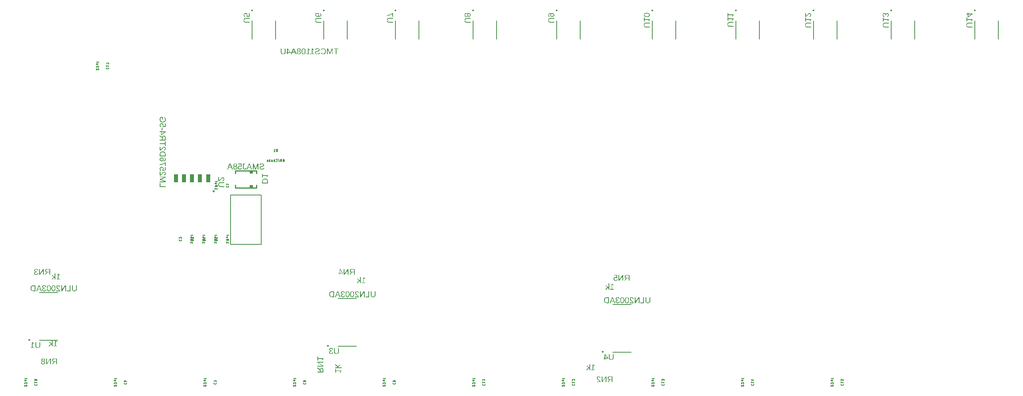
<source format=gbr>
G04 EAGLE Gerber RS-274X export*
G75*
%MOMM*%
%FSLAX34Y34*%
%LPD*%
%INSilkscreen Bottom*%
%IPPOS*%
%AMOC8*
5,1,8,0,0,1.08239X$1,22.5*%
G01*
G04 Define Apertures*
%ADD10C,0.127000*%
%ADD11C,0.254000*%
%ADD12R,0.751409X0.498819*%
%ADD13R,0.750869X0.501009*%
%ADD14C,0.152400*%
%ADD15C,0.200000*%
%ADD16R,0.969841X1.672219*%
%ADD17R,0.965831X1.676209*%
%ADD18R,0.965591X1.676516*%
%ADD19R,0.966509X1.677569*%
%ADD20R,0.969381X1.682631*%
G36*
X669241Y905191D02*
X656879Y905191D01*
X656879Y909815D01*
X656891Y910255D01*
X656927Y910683D01*
X656986Y911098D01*
X657070Y911499D01*
X657177Y911887D01*
X657308Y912262D01*
X657464Y912624D01*
X657642Y912973D01*
X657844Y913306D01*
X658066Y913619D01*
X658309Y913912D01*
X658574Y914186D01*
X658859Y914441D01*
X659165Y914676D01*
X659492Y914891D01*
X659840Y915088D01*
X660206Y915262D01*
X660587Y915414D01*
X660983Y915542D01*
X661394Y915647D01*
X661820Y915729D01*
X662261Y915787D01*
X662717Y915822D01*
X663187Y915833D01*
X663545Y915827D01*
X663893Y915807D01*
X664230Y915773D01*
X664556Y915727D01*
X664873Y915667D01*
X665179Y915593D01*
X665474Y915507D01*
X665759Y915407D01*
X666034Y915293D01*
X666298Y915167D01*
X666552Y915027D01*
X666796Y914873D01*
X667029Y914707D01*
X667252Y914527D01*
X667464Y914334D01*
X667666Y914127D01*
X667857Y913908D01*
X668036Y913678D01*
X668202Y913437D01*
X668356Y913184D01*
X668497Y912920D01*
X668626Y912645D01*
X668743Y912359D01*
X668848Y912062D01*
X668940Y911753D01*
X669020Y911433D01*
X669088Y911102D01*
X669143Y910760D01*
X669186Y910407D01*
X669217Y910042D01*
X669235Y909666D01*
X669241Y909279D01*
X669241Y905191D01*
G37*
%LPC*%
G36*
X667899Y906867D02*
X667899Y909244D01*
X667880Y909823D01*
X667824Y910367D01*
X667729Y910876D01*
X667597Y911349D01*
X667428Y911787D01*
X667220Y912190D01*
X666975Y912557D01*
X666693Y912890D01*
X666374Y913185D01*
X666021Y913441D01*
X665634Y913657D01*
X665213Y913834D01*
X664758Y913972D01*
X664269Y914070D01*
X663745Y914129D01*
X663187Y914149D01*
X662812Y914140D01*
X662449Y914114D01*
X662099Y914071D01*
X661762Y914011D01*
X661437Y913933D01*
X661125Y913838D01*
X660825Y913726D01*
X660538Y913596D01*
X660265Y913450D01*
X660009Y913290D01*
X659770Y913114D01*
X659546Y912924D01*
X659340Y912718D01*
X659149Y912498D01*
X658975Y912263D01*
X658818Y912012D01*
X658678Y911750D01*
X658557Y911476D01*
X658455Y911193D01*
X658371Y910899D01*
X658305Y910595D01*
X658259Y910281D01*
X658231Y909956D01*
X658221Y909622D01*
X658221Y906867D01*
X667899Y906867D01*
G37*
%LPD*%
G36*
X658221Y918054D02*
X656879Y918054D01*
X656879Y925802D01*
X658221Y925802D01*
X658221Y922792D01*
X669241Y922792D01*
X669241Y921336D01*
X667232Y918414D01*
X665741Y918414D01*
X667732Y921204D01*
X658221Y921204D01*
X658221Y918054D01*
G37*
G36*
X599623Y935067D02*
X599129Y935081D01*
X598664Y935126D01*
X598229Y935201D01*
X597824Y935306D01*
X597448Y935440D01*
X597102Y935604D01*
X596786Y935799D01*
X596499Y936023D01*
X596244Y936274D01*
X596023Y936548D01*
X595836Y936846D01*
X595683Y937168D01*
X595564Y937513D01*
X595479Y937882D01*
X595428Y938274D01*
X595411Y938690D01*
X595421Y938989D01*
X595452Y939274D01*
X595504Y939547D01*
X595576Y939808D01*
X595668Y940055D01*
X595781Y940290D01*
X595915Y940512D01*
X596069Y940721D01*
X596103Y940759D01*
X596242Y940914D01*
X596431Y941088D01*
X596637Y941243D01*
X596859Y941378D01*
X597097Y941494D01*
X597352Y941591D01*
X597624Y941668D01*
X597912Y941726D01*
X597912Y941761D01*
X597664Y941821D01*
X597430Y941899D01*
X597209Y941995D01*
X597001Y942110D01*
X596807Y942243D01*
X596645Y942379D01*
X596627Y942394D01*
X596460Y942564D01*
X596306Y942752D01*
X596168Y942954D01*
X596049Y943164D01*
X595948Y943383D01*
X595865Y943610D01*
X595801Y943846D01*
X595755Y944090D01*
X595727Y944342D01*
X595718Y944604D01*
X595735Y944960D01*
X595784Y945298D01*
X595867Y945617D01*
X595983Y945918D01*
X596131Y946199D01*
X596313Y946461D01*
X596528Y946704D01*
X596776Y946929D01*
X597052Y947130D01*
X597352Y947305D01*
X597676Y947453D01*
X598025Y947574D01*
X598397Y947668D01*
X598793Y947735D01*
X599213Y947775D01*
X599658Y947789D01*
X600092Y947775D01*
X600503Y947734D01*
X600892Y947665D01*
X601258Y947569D01*
X601601Y947446D01*
X601922Y947295D01*
X602220Y947117D01*
X602496Y946911D01*
X602744Y946683D01*
X602959Y946439D01*
X603140Y946178D01*
X603289Y945900D01*
X603405Y945605D01*
X603487Y945294D01*
X603537Y944966D01*
X603553Y944621D01*
X603544Y944360D01*
X603517Y944107D01*
X603471Y943863D01*
X603407Y943628D01*
X603325Y943400D01*
X603225Y943182D01*
X603107Y942972D01*
X602970Y942770D01*
X602817Y942581D01*
X602652Y942410D01*
X602472Y942255D01*
X602280Y942118D01*
X602074Y941999D01*
X601855Y941896D01*
X601623Y941811D01*
X601377Y941743D01*
X601377Y941708D01*
X601641Y941654D01*
X601893Y941580D01*
X602132Y941485D01*
X602360Y941371D01*
X602576Y941235D01*
X602779Y941080D01*
X602970Y940904D01*
X603150Y940708D01*
X603312Y940496D01*
X603453Y940272D01*
X603572Y940035D01*
X603670Y939787D01*
X603745Y939526D01*
X603799Y939254D01*
X603832Y938969D01*
X603843Y938673D01*
X603825Y938253D01*
X603773Y937858D01*
X603686Y937487D01*
X603563Y937142D01*
X603406Y936820D01*
X603214Y936524D01*
X602986Y936252D01*
X602724Y936005D01*
X602431Y935785D01*
X602111Y935595D01*
X601764Y935433D01*
X601389Y935301D01*
X600988Y935199D01*
X600560Y935125D01*
X600105Y935081D01*
X599623Y935067D01*
G37*
%LPC*%
G36*
X599605Y936251D02*
X599921Y936261D01*
X600216Y936291D01*
X600491Y936341D01*
X600745Y936411D01*
X600979Y936500D01*
X601193Y936610D01*
X601386Y936740D01*
X601559Y936889D01*
X601712Y937059D01*
X601844Y937248D01*
X601956Y937458D01*
X602048Y937687D01*
X602119Y937936D01*
X602170Y938206D01*
X602201Y938495D01*
X602211Y938804D01*
X602200Y939071D01*
X602169Y939323D01*
X602116Y939561D01*
X602042Y939784D01*
X601947Y939992D01*
X601831Y940185D01*
X601694Y940364D01*
X601535Y940528D01*
X601358Y940675D01*
X601165Y940803D01*
X600955Y940910D01*
X600728Y940999D01*
X600485Y941067D01*
X600226Y941116D01*
X599950Y941146D01*
X599658Y941156D01*
X599357Y941146D01*
X599074Y941119D01*
X598808Y941073D01*
X598559Y941010D01*
X598327Y940928D01*
X598113Y940827D01*
X597916Y940709D01*
X597736Y940572D01*
X597576Y940417D01*
X597437Y940245D01*
X597319Y940055D01*
X597223Y939847D01*
X597148Y939622D01*
X597095Y939379D01*
X597063Y939118D01*
X597052Y938839D01*
X597062Y938513D01*
X597091Y938209D01*
X597141Y937929D01*
X597210Y937671D01*
X597299Y937436D01*
X597407Y937225D01*
X597536Y937036D01*
X597684Y936870D01*
X597852Y936725D01*
X598041Y936599D01*
X598250Y936493D01*
X598480Y936406D01*
X598730Y936338D01*
X599001Y936290D01*
X599293Y936261D01*
X599605Y936251D01*
G37*
G36*
X599640Y942340D02*
X599907Y942349D01*
X600158Y942375D01*
X600393Y942418D01*
X600613Y942479D01*
X600817Y942558D01*
X601006Y942653D01*
X601180Y942767D01*
X601338Y942897D01*
X601479Y943044D01*
X601601Y943207D01*
X601704Y943386D01*
X601789Y943580D01*
X601854Y943791D01*
X601901Y944017D01*
X601930Y944258D01*
X601939Y944516D01*
X601930Y944769D01*
X601902Y945006D01*
X601857Y945226D01*
X601793Y945431D01*
X601711Y945619D01*
X601611Y945791D01*
X601492Y945947D01*
X601355Y946086D01*
X601201Y946210D01*
X601031Y946317D01*
X600843Y946407D01*
X600639Y946481D01*
X600419Y946539D01*
X600182Y946580D01*
X599928Y946605D01*
X599658Y946613D01*
X599379Y946605D01*
X599119Y946580D01*
X598877Y946539D01*
X598652Y946482D01*
X598445Y946408D01*
X598257Y946318D01*
X598086Y946211D01*
X597934Y946089D01*
X597799Y945949D01*
X597682Y945794D01*
X597583Y945622D01*
X597503Y945433D01*
X597440Y945229D01*
X597395Y945007D01*
X597368Y944770D01*
X597359Y944516D01*
X597368Y944239D01*
X597395Y943981D01*
X597441Y943743D01*
X597505Y943526D01*
X597587Y943328D01*
X597687Y943150D01*
X597806Y942992D01*
X597942Y942853D01*
X598097Y942733D01*
X598267Y942629D01*
X598455Y942541D01*
X598659Y942468D01*
X598879Y942412D01*
X599116Y942372D01*
X599370Y942348D01*
X599640Y942340D01*
G37*
%LPD*%
G36*
X638576Y935242D02*
X637067Y935242D01*
X637067Y947604D01*
X639217Y947604D01*
X642445Y939032D01*
X642561Y938715D01*
X642748Y938133D01*
X642933Y937509D01*
X643042Y937067D01*
X643257Y937922D01*
X643423Y938496D01*
X643595Y939032D01*
X646885Y947604D01*
X649087Y947604D01*
X649087Y935242D01*
X647596Y935242D01*
X647596Y943489D01*
X647631Y945148D01*
X647657Y946122D01*
X647368Y945156D01*
X646876Y943665D01*
X643639Y935242D01*
X642463Y935242D01*
X639269Y943665D01*
X639093Y944151D01*
X638905Y944722D01*
X638497Y946122D01*
X638556Y944832D01*
X638576Y943489D01*
X638576Y935242D01*
G37*
G36*
X584385Y935242D02*
X582674Y935242D01*
X587640Y947604D01*
X589544Y947604D01*
X594589Y935242D01*
X592851Y935242D01*
X591430Y938857D01*
X585797Y938857D01*
X584385Y935242D01*
G37*
%LPC*%
G36*
X590921Y940164D02*
X589342Y944226D01*
X588965Y945264D01*
X588693Y946095D01*
X588614Y946341D01*
X588377Y945613D01*
X588131Y944889D01*
X587885Y944244D01*
X586297Y940164D01*
X590921Y940164D01*
G37*
%LPD*%
G36*
X625353Y935242D02*
X623643Y935242D01*
X628608Y947604D01*
X630512Y947604D01*
X635557Y935242D01*
X633820Y935242D01*
X632399Y938857D01*
X626766Y938857D01*
X625353Y935242D01*
G37*
%LPC*%
G36*
X631890Y940164D02*
X630311Y944226D01*
X629933Y945264D01*
X629661Y946095D01*
X629582Y946341D01*
X629345Y945613D01*
X629100Y944889D01*
X628854Y944244D01*
X627266Y940164D01*
X631890Y940164D01*
G37*
%LPD*%
G36*
X656476Y935067D02*
X655885Y935081D01*
X655329Y935125D01*
X654807Y935199D01*
X654319Y935301D01*
X653865Y935433D01*
X653445Y935595D01*
X653059Y935785D01*
X652708Y936005D01*
X652394Y936252D01*
X652122Y936523D01*
X651892Y936818D01*
X651704Y937137D01*
X651558Y937480D01*
X651453Y937848D01*
X651391Y938239D01*
X651370Y938655D01*
X651381Y938982D01*
X651417Y939287D01*
X651476Y939570D01*
X651558Y939831D01*
X651662Y940073D01*
X651783Y940298D01*
X651923Y940507D01*
X652080Y940699D01*
X652254Y940876D01*
X652443Y941039D01*
X652647Y941188D01*
X652866Y941322D01*
X653334Y941560D01*
X653835Y941765D01*
X654365Y941941D01*
X654919Y942090D01*
X656055Y942358D01*
X656835Y942539D01*
X657474Y942705D01*
X657971Y942857D01*
X658327Y942994D01*
X658596Y943130D01*
X658831Y943281D01*
X659032Y943446D01*
X659200Y943625D01*
X659333Y943824D01*
X659427Y944048D01*
X659484Y944296D01*
X659503Y944569D01*
X659491Y944804D01*
X659454Y945025D01*
X659393Y945231D01*
X659308Y945422D01*
X659198Y945597D01*
X659064Y945758D01*
X658905Y945903D01*
X658722Y946034D01*
X658516Y946149D01*
X658288Y946249D01*
X658038Y946333D01*
X657766Y946402D01*
X657472Y946456D01*
X657156Y946494D01*
X656818Y946517D01*
X656458Y946525D01*
X656130Y946518D01*
X655820Y946497D01*
X655528Y946463D01*
X655254Y946414D01*
X654999Y946352D01*
X654762Y946276D01*
X654544Y946186D01*
X654344Y946082D01*
X654161Y945963D01*
X653993Y945827D01*
X653841Y945674D01*
X653703Y945504D01*
X653582Y945317D01*
X653475Y945114D01*
X653384Y944894D01*
X653309Y944656D01*
X651659Y944946D01*
X651781Y945320D01*
X651925Y945666D01*
X652089Y945983D01*
X652273Y946272D01*
X652479Y946532D01*
X652705Y946764D01*
X652953Y946968D01*
X653221Y947144D01*
X653515Y947295D01*
X653840Y947426D01*
X654196Y947537D01*
X654583Y947627D01*
X655001Y947698D01*
X655450Y947748D01*
X655930Y947778D01*
X656441Y947789D01*
X656990Y947775D01*
X657507Y947735D01*
X657991Y947668D01*
X658442Y947574D01*
X658861Y947453D01*
X659247Y947305D01*
X659600Y947130D01*
X659920Y946929D01*
X660205Y946702D01*
X660451Y946453D01*
X660660Y946181D01*
X660831Y945887D01*
X660964Y945569D01*
X661059Y945229D01*
X661116Y944866D01*
X661135Y944481D01*
X661120Y944144D01*
X661077Y943827D01*
X661004Y943530D01*
X660902Y943252D01*
X660773Y942993D01*
X660618Y942751D01*
X660438Y942526D01*
X660231Y942318D01*
X659992Y942123D01*
X659712Y941938D01*
X659393Y941761D01*
X659034Y941594D01*
X658610Y941432D01*
X658098Y941270D01*
X657498Y941107D01*
X656809Y940945D01*
X655274Y940585D01*
X654940Y940497D01*
X654629Y940399D01*
X654343Y940291D01*
X654081Y940173D01*
X653845Y940042D01*
X653637Y939894D01*
X653456Y939730D01*
X653304Y939550D01*
X653183Y939347D01*
X653097Y939116D01*
X653045Y938856D01*
X653028Y938567D01*
X653042Y938306D01*
X653083Y938060D01*
X653152Y937831D01*
X653248Y937619D01*
X653372Y937422D01*
X653524Y937242D01*
X653703Y937078D01*
X653910Y936931D01*
X654142Y936800D01*
X654397Y936687D01*
X654675Y936591D01*
X654977Y936513D01*
X655301Y936452D01*
X655649Y936409D01*
X656020Y936383D01*
X656415Y936374D01*
X656797Y936382D01*
X657159Y936406D01*
X657500Y936447D01*
X657821Y936504D01*
X658121Y936578D01*
X658400Y936667D01*
X658659Y936774D01*
X658898Y936896D01*
X659116Y937036D01*
X659314Y937194D01*
X659493Y937371D01*
X659652Y937566D01*
X659791Y937780D01*
X659911Y938012D01*
X660011Y938263D01*
X660091Y938532D01*
X661714Y938208D01*
X661609Y937827D01*
X661475Y937471D01*
X661311Y937140D01*
X661117Y936833D01*
X660893Y936551D01*
X660640Y936293D01*
X660357Y936060D01*
X660045Y935852D01*
X659703Y935668D01*
X659331Y935508D01*
X658929Y935373D01*
X658498Y935263D01*
X658037Y935177D01*
X657546Y935116D01*
X657026Y935079D01*
X656476Y935067D01*
G37*
G36*
X609772Y935067D02*
X609270Y935084D01*
X608797Y935137D01*
X608352Y935224D01*
X607935Y935347D01*
X607546Y935505D01*
X607185Y935698D01*
X606852Y935926D01*
X606547Y936190D01*
X606275Y936483D01*
X606039Y936803D01*
X605839Y937149D01*
X605676Y937521D01*
X605548Y937919D01*
X605458Y938343D01*
X605403Y938793D01*
X605385Y939269D01*
X605402Y939689D01*
X605453Y940088D01*
X605537Y940468D01*
X605656Y940827D01*
X605808Y941165D01*
X605994Y941483D01*
X606214Y941781D01*
X606468Y942059D01*
X606751Y942310D01*
X607057Y942528D01*
X607385Y942712D01*
X607737Y942862D01*
X608112Y942979D01*
X608511Y943063D01*
X608932Y943113D01*
X609377Y943130D01*
X609751Y943117D01*
X610109Y943080D01*
X610452Y943019D01*
X610779Y942932D01*
X611090Y942821D01*
X611386Y942685D01*
X611666Y942525D01*
X611930Y942340D01*
X611693Y946262D01*
X606104Y946262D01*
X606104Y947604D01*
X613132Y947604D01*
X613545Y940954D01*
X612000Y940954D01*
X611724Y941177D01*
X611448Y941366D01*
X611171Y941520D01*
X610895Y941638D01*
X610613Y941726D01*
X610320Y941789D01*
X610016Y941827D01*
X609702Y941840D01*
X609402Y941829D01*
X609119Y941795D01*
X608851Y941739D01*
X608599Y941660D01*
X608363Y941559D01*
X608143Y941435D01*
X607938Y941289D01*
X607749Y941120D01*
X607580Y940934D01*
X607433Y940733D01*
X607308Y940518D01*
X607207Y940289D01*
X607127Y940046D01*
X607071Y939790D01*
X607037Y939519D01*
X607026Y939234D01*
X607037Y938907D01*
X607071Y938599D01*
X607127Y938308D01*
X607205Y938035D01*
X607307Y937781D01*
X607430Y937544D01*
X607576Y937325D01*
X607745Y937124D01*
X607934Y936944D01*
X608139Y936788D01*
X608362Y936656D01*
X608603Y936548D01*
X608860Y936464D01*
X609135Y936404D01*
X609427Y936368D01*
X609737Y936356D01*
X609989Y936363D01*
X610230Y936385D01*
X610458Y936421D01*
X610674Y936471D01*
X610877Y936535D01*
X611069Y936614D01*
X611248Y936707D01*
X611415Y936815D01*
X611569Y936936D01*
X611711Y937073D01*
X611841Y937223D01*
X611959Y937388D01*
X612065Y937567D01*
X612158Y937760D01*
X612239Y937968D01*
X612307Y938190D01*
X613904Y938006D01*
X613822Y937659D01*
X613715Y937333D01*
X613584Y937028D01*
X613428Y936745D01*
X613248Y936482D01*
X613044Y936241D01*
X612815Y936020D01*
X612562Y935821D01*
X612286Y935644D01*
X611989Y935491D01*
X611672Y935361D01*
X611334Y935255D01*
X610974Y935173D01*
X610594Y935114D01*
X610193Y935078D01*
X609772Y935067D01*
G37*
G36*
X619583Y935067D02*
X619171Y935083D01*
X618781Y935131D01*
X618414Y935212D01*
X618069Y935324D01*
X617747Y935469D01*
X617447Y935646D01*
X617170Y935856D01*
X616916Y936097D01*
X616687Y936367D01*
X616489Y936661D01*
X616322Y936979D01*
X616185Y937320D01*
X616079Y937686D01*
X616003Y938076D01*
X615957Y938489D01*
X615942Y938927D01*
X615942Y947604D01*
X619986Y947604D01*
X619986Y946236D01*
X617609Y946236D01*
X617609Y938892D01*
X617617Y938598D01*
X617642Y938323D01*
X617683Y938066D01*
X617740Y937827D01*
X617814Y937606D01*
X617905Y937404D01*
X618012Y937220D01*
X618135Y937054D01*
X618273Y936907D01*
X618422Y936779D01*
X618584Y936672D01*
X618758Y936583D01*
X618944Y936515D01*
X619142Y936466D01*
X619352Y936436D01*
X619574Y936426D01*
X619778Y936435D01*
X619973Y936462D01*
X620160Y936507D01*
X620337Y936569D01*
X620506Y936649D01*
X620666Y936747D01*
X620818Y936863D01*
X620960Y936997D01*
X621092Y937146D01*
X621212Y937310D01*
X621319Y937487D01*
X621414Y937679D01*
X621497Y937884D01*
X621567Y938104D01*
X621625Y938337D01*
X621671Y938585D01*
X623312Y938313D01*
X623228Y937920D01*
X623125Y937552D01*
X623001Y937210D01*
X622858Y936893D01*
X622695Y936601D01*
X622512Y936335D01*
X622309Y936094D01*
X622086Y935878D01*
X621843Y935688D01*
X621580Y935523D01*
X621297Y935384D01*
X620994Y935269D01*
X620671Y935181D01*
X620328Y935117D01*
X619965Y935079D01*
X619583Y935067D01*
G37*
G36*
X180027Y555425D02*
X179639Y555434D01*
X179264Y555461D01*
X178903Y555506D01*
X178554Y555568D01*
X178219Y555649D01*
X177896Y555748D01*
X177586Y555864D01*
X177290Y555999D01*
X177008Y556150D01*
X176742Y556317D01*
X176493Y556501D01*
X176261Y556700D01*
X176044Y556916D01*
X175845Y557147D01*
X175661Y557395D01*
X175494Y557658D01*
X175345Y557936D01*
X175216Y558227D01*
X175107Y558531D01*
X175018Y558847D01*
X174948Y559177D01*
X174899Y559519D01*
X174869Y559874D01*
X174859Y560242D01*
X174859Y567941D01*
X176523Y567941D01*
X176523Y560338D01*
X176538Y559916D01*
X176581Y559519D01*
X176653Y559149D01*
X176754Y558805D01*
X176884Y558486D01*
X177043Y558194D01*
X177231Y557929D01*
X177447Y557689D01*
X177690Y557476D01*
X177956Y557292D01*
X178244Y557137D01*
X178556Y557009D01*
X178891Y556910D01*
X179250Y556839D01*
X179631Y556797D01*
X180035Y556782D01*
X180429Y556796D01*
X180798Y556837D01*
X181144Y556906D01*
X181465Y557001D01*
X181763Y557125D01*
X182037Y557275D01*
X182288Y557453D01*
X182514Y557658D01*
X182715Y557890D01*
X182890Y558147D01*
X183037Y558430D01*
X183158Y558738D01*
X183252Y559071D01*
X183319Y559430D01*
X183359Y559815D01*
X183372Y560225D01*
X183372Y567941D01*
X185045Y567941D01*
X185045Y560084D01*
X185036Y559727D01*
X185007Y559383D01*
X184958Y559051D01*
X184890Y558731D01*
X184802Y558424D01*
X184696Y558130D01*
X184569Y557848D01*
X184424Y557579D01*
X184260Y557324D01*
X184081Y557085D01*
X183886Y556861D01*
X183675Y556653D01*
X183448Y556461D01*
X183205Y556284D01*
X182946Y556122D01*
X182672Y555977D01*
X182383Y555847D01*
X182083Y555735D01*
X181770Y555640D01*
X181446Y555563D01*
X181109Y555502D01*
X180760Y555459D01*
X180400Y555433D01*
X180027Y555425D01*
G37*
G36*
X172125Y555600D02*
X164392Y555600D01*
X164392Y556940D01*
X167396Y556940D01*
X167396Y567941D01*
X168850Y567941D01*
X171766Y565935D01*
X171766Y564446D01*
X168981Y566434D01*
X168981Y556940D01*
X172125Y556940D01*
X172125Y555600D01*
G37*
G36*
X175012Y676300D02*
X170397Y676300D01*
X169957Y676312D01*
X169530Y676348D01*
X169116Y676407D01*
X168715Y676490D01*
X168328Y676598D01*
X167953Y676729D01*
X167592Y676883D01*
X167244Y677062D01*
X166912Y677263D01*
X166599Y677485D01*
X166306Y677728D01*
X166033Y677991D01*
X165779Y678276D01*
X165544Y678582D01*
X165329Y678908D01*
X165133Y679256D01*
X164958Y679621D01*
X164807Y680002D01*
X164679Y680397D01*
X164574Y680807D01*
X164493Y681232D01*
X164435Y681673D01*
X164400Y682128D01*
X164388Y682597D01*
X164395Y682955D01*
X164415Y683301D01*
X164448Y683638D01*
X164495Y683964D01*
X164555Y684280D01*
X164628Y684585D01*
X164714Y684880D01*
X164814Y685165D01*
X164927Y685439D01*
X165054Y685703D01*
X165194Y685956D01*
X165347Y686200D01*
X165513Y686432D01*
X165693Y686655D01*
X165886Y686867D01*
X166092Y687069D01*
X166310Y687259D01*
X166540Y687437D01*
X166781Y687603D01*
X167033Y687756D01*
X167296Y687898D01*
X167571Y688027D01*
X167857Y688143D01*
X168153Y688248D01*
X168461Y688340D01*
X168781Y688420D01*
X169111Y688487D01*
X169453Y688543D01*
X169805Y688586D01*
X170169Y688616D01*
X170545Y688635D01*
X170931Y688641D01*
X175012Y688641D01*
X175012Y676300D01*
G37*
%LPC*%
G36*
X173340Y677640D02*
X173340Y687301D01*
X170966Y687301D01*
X170388Y687282D01*
X169845Y687225D01*
X169338Y687131D01*
X168865Y687000D01*
X168428Y686830D01*
X168026Y686623D01*
X167659Y686379D01*
X167327Y686096D01*
X167032Y685778D01*
X166777Y685426D01*
X166561Y685040D01*
X166384Y684620D01*
X166247Y684165D01*
X166149Y683677D01*
X166090Y683154D01*
X166070Y682597D01*
X166079Y682223D01*
X166104Y681861D01*
X166148Y681511D01*
X166208Y681174D01*
X166286Y680850D01*
X166380Y680538D01*
X166492Y680239D01*
X166622Y679952D01*
X166767Y679680D01*
X166928Y679425D01*
X167103Y679185D01*
X167293Y678963D01*
X167498Y678756D01*
X167718Y678566D01*
X167953Y678393D01*
X168203Y678236D01*
X168465Y678096D01*
X168738Y677975D01*
X169021Y677873D01*
X169314Y677789D01*
X169617Y677724D01*
X169931Y677677D01*
X170255Y677649D01*
X170589Y677640D01*
X173340Y677640D01*
G37*
%LPD*%
G36*
X203424Y676125D02*
X203162Y676131D01*
X202908Y676150D01*
X202662Y676182D01*
X202425Y676227D01*
X201974Y676354D01*
X201555Y676532D01*
X201169Y676761D01*
X200815Y677041D01*
X200494Y677372D01*
X200205Y677754D01*
X199950Y678184D01*
X199728Y678660D01*
X199541Y679181D01*
X199387Y679749D01*
X199268Y680362D01*
X199183Y681020D01*
X199132Y681725D01*
X199115Y682475D01*
X199131Y683237D01*
X199180Y683951D01*
X199261Y684616D01*
X199374Y685234D01*
X199520Y685803D01*
X199699Y686324D01*
X199909Y686797D01*
X200153Y687222D01*
X200430Y687598D01*
X200743Y687923D01*
X201092Y688199D01*
X201476Y688424D01*
X201897Y688599D01*
X202120Y688668D01*
X202353Y688725D01*
X202594Y688768D01*
X202844Y688800D01*
X203103Y688818D01*
X203372Y688825D01*
X203647Y688819D01*
X203913Y688800D01*
X204170Y688769D01*
X204417Y688726D01*
X204655Y688670D01*
X204884Y688602D01*
X205313Y688428D01*
X205704Y688205D01*
X206057Y687933D01*
X206373Y687611D01*
X206652Y687239D01*
X206895Y686818D01*
X207106Y686347D01*
X207284Y685826D01*
X207430Y685256D01*
X207544Y684635D01*
X207625Y683965D01*
X207673Y683245D01*
X207689Y682475D01*
X207673Y681721D01*
X207623Y681013D01*
X207539Y680352D01*
X207422Y679738D01*
X207272Y679170D01*
X207088Y678648D01*
X206871Y678174D01*
X206621Y677745D01*
X206337Y677365D01*
X206020Y677036D01*
X205670Y676758D01*
X205287Y676530D01*
X204871Y676353D01*
X204422Y676226D01*
X204185Y676182D01*
X203940Y676150D01*
X203686Y676131D01*
X203424Y676125D01*
G37*
%LPC*%
G36*
X203407Y677412D02*
X203745Y677431D01*
X204060Y677488D01*
X204351Y677584D01*
X204619Y677717D01*
X204862Y677888D01*
X205082Y678097D01*
X205279Y678344D01*
X205452Y678630D01*
X205603Y678956D01*
X205733Y679327D01*
X205844Y679741D01*
X205934Y680200D01*
X206005Y680702D01*
X206055Y681249D01*
X206085Y681840D01*
X206095Y682475D01*
X206085Y683128D01*
X206056Y683733D01*
X206006Y684290D01*
X205937Y684800D01*
X205847Y685262D01*
X205738Y685677D01*
X205609Y686044D01*
X205460Y686364D01*
X205289Y686641D01*
X205092Y686881D01*
X204869Y687084D01*
X204621Y687250D01*
X204347Y687380D01*
X204047Y687472D01*
X203722Y687527D01*
X203372Y687546D01*
X203029Y687527D01*
X202712Y687471D01*
X202420Y687377D01*
X202153Y687246D01*
X201911Y687077D01*
X201694Y686871D01*
X201502Y686627D01*
X201335Y686346D01*
X201190Y686023D01*
X201065Y685654D01*
X200959Y685239D01*
X200872Y684778D01*
X200805Y684271D01*
X200756Y683718D01*
X200727Y683120D01*
X200718Y682475D01*
X200728Y681852D01*
X200758Y681270D01*
X200809Y680731D01*
X200880Y680233D01*
X200971Y679776D01*
X201082Y679361D01*
X201214Y678988D01*
X201366Y678656D01*
X201539Y678365D01*
X201736Y678112D01*
X201957Y677898D01*
X202200Y677723D01*
X202467Y677587D01*
X202757Y677490D01*
X203070Y677432D01*
X203407Y677412D01*
G37*
%LPD*%
G36*
X213393Y676125D02*
X213131Y676131D01*
X212877Y676150D01*
X212631Y676182D01*
X212394Y676227D01*
X211943Y676354D01*
X211524Y676532D01*
X211138Y676761D01*
X210784Y677041D01*
X210463Y677372D01*
X210174Y677754D01*
X209918Y678184D01*
X209697Y678660D01*
X209510Y679181D01*
X209356Y679749D01*
X209237Y680362D01*
X209152Y681020D01*
X209101Y681725D01*
X209084Y682475D01*
X209100Y683237D01*
X209148Y683951D01*
X209230Y684616D01*
X209343Y685234D01*
X209489Y685803D01*
X209667Y686324D01*
X209878Y686797D01*
X210121Y687222D01*
X210399Y687598D01*
X210712Y687923D01*
X211061Y688199D01*
X211445Y688424D01*
X211865Y688599D01*
X212089Y688668D01*
X212321Y688725D01*
X212563Y688768D01*
X212813Y688800D01*
X213072Y688818D01*
X213340Y688825D01*
X213616Y688819D01*
X213882Y688800D01*
X214139Y688769D01*
X214386Y688726D01*
X214624Y688670D01*
X214853Y688602D01*
X215281Y688428D01*
X215673Y688205D01*
X216026Y687933D01*
X216342Y687611D01*
X216620Y687239D01*
X216864Y686818D01*
X217074Y686347D01*
X217253Y685826D01*
X217399Y685256D01*
X217512Y684635D01*
X217593Y683965D01*
X217642Y683245D01*
X217658Y682475D01*
X217642Y681721D01*
X217591Y681013D01*
X217508Y680352D01*
X217391Y679738D01*
X217241Y679170D01*
X217057Y678648D01*
X216840Y678174D01*
X216590Y677745D01*
X216306Y677365D01*
X215989Y677036D01*
X215639Y676758D01*
X215256Y676530D01*
X214840Y676353D01*
X214391Y676226D01*
X214154Y676182D01*
X213908Y676150D01*
X213655Y676131D01*
X213393Y676125D01*
G37*
%LPC*%
G36*
X213375Y677412D02*
X213714Y677431D01*
X214029Y677488D01*
X214320Y677584D01*
X214587Y677717D01*
X214831Y677888D01*
X215051Y678097D01*
X215248Y678344D01*
X215420Y678630D01*
X215571Y678956D01*
X215702Y679327D01*
X215813Y679741D01*
X215903Y680200D01*
X215974Y680702D01*
X216024Y681249D01*
X216054Y681840D01*
X216064Y682475D01*
X216054Y683128D01*
X216024Y683733D01*
X215975Y684290D01*
X215905Y684800D01*
X215816Y685262D01*
X215707Y685677D01*
X215578Y686044D01*
X215429Y686364D01*
X215258Y686641D01*
X215060Y686881D01*
X214838Y687084D01*
X214589Y687250D01*
X214316Y687380D01*
X214016Y687472D01*
X213691Y687527D01*
X213340Y687546D01*
X212998Y687527D01*
X212681Y687471D01*
X212389Y687377D01*
X212122Y687246D01*
X211880Y687077D01*
X211663Y686871D01*
X211471Y686627D01*
X211304Y686346D01*
X211159Y686023D01*
X211034Y685654D01*
X210928Y685239D01*
X210841Y684778D01*
X210773Y684271D01*
X210725Y683718D01*
X210696Y683120D01*
X210686Y682475D01*
X210697Y681852D01*
X210727Y681270D01*
X210778Y680731D01*
X210848Y680233D01*
X210940Y679776D01*
X211051Y679361D01*
X211183Y678988D01*
X211335Y678656D01*
X211508Y678365D01*
X211705Y678112D01*
X211925Y677898D01*
X212169Y677723D01*
X212436Y677587D01*
X212726Y677490D01*
X213039Y677432D01*
X213375Y677412D01*
G37*
%LPD*%
G36*
X178200Y676300D02*
X176492Y676300D01*
X181450Y688641D01*
X183350Y688641D01*
X188386Y676300D01*
X186652Y676300D01*
X185233Y679909D01*
X179610Y679909D01*
X178200Y676300D01*
G37*
%LPC*%
G36*
X184725Y681214D02*
X183149Y685269D01*
X182772Y686304D01*
X182501Y687134D01*
X182422Y687380D01*
X182185Y686653D01*
X181940Y685930D01*
X181695Y685286D01*
X180110Y681214D01*
X184725Y681214D01*
G37*
%LPD*%
G36*
X231820Y676300D02*
X229805Y676300D01*
X229805Y688641D01*
X231312Y688641D01*
X231312Y680548D01*
X231285Y679541D01*
X231207Y678060D01*
X237881Y688641D01*
X239825Y688641D01*
X239825Y676300D01*
X238336Y676300D01*
X238336Y684498D01*
X238380Y685961D01*
X238424Y686810D01*
X231820Y676300D01*
G37*
G36*
X257800Y676125D02*
X257413Y676134D01*
X257038Y676161D01*
X256676Y676206D01*
X256328Y676268D01*
X255992Y676349D01*
X255669Y676448D01*
X255360Y676564D01*
X255063Y676699D01*
X254781Y676850D01*
X254516Y677017D01*
X254267Y677201D01*
X254034Y677400D01*
X253818Y677616D01*
X253618Y677847D01*
X253435Y678095D01*
X253268Y678358D01*
X253119Y678636D01*
X252990Y678927D01*
X252881Y679231D01*
X252791Y679547D01*
X252722Y679877D01*
X252672Y680219D01*
X252643Y680574D01*
X252633Y680942D01*
X252633Y688641D01*
X254297Y688641D01*
X254297Y681038D01*
X254311Y680616D01*
X254354Y680219D01*
X254427Y679849D01*
X254528Y679505D01*
X254658Y679186D01*
X254817Y678894D01*
X255004Y678629D01*
X255221Y678389D01*
X255463Y678176D01*
X255729Y677992D01*
X256018Y677837D01*
X256330Y677709D01*
X256665Y677610D01*
X257023Y677539D01*
X257404Y677497D01*
X257809Y677482D01*
X258202Y677496D01*
X258571Y677537D01*
X258917Y677606D01*
X259239Y677701D01*
X259537Y677825D01*
X259811Y677975D01*
X260061Y678153D01*
X260288Y678358D01*
X260489Y678590D01*
X260663Y678847D01*
X260811Y679130D01*
X260931Y679438D01*
X261025Y679771D01*
X261092Y680130D01*
X261133Y680515D01*
X261146Y680925D01*
X261146Y688641D01*
X262819Y688641D01*
X262819Y680784D01*
X262809Y680427D01*
X262780Y680083D01*
X262731Y679751D01*
X262663Y679431D01*
X262576Y679124D01*
X262469Y678830D01*
X262343Y678548D01*
X262197Y678279D01*
X262034Y678024D01*
X261854Y677785D01*
X261659Y677561D01*
X261448Y677353D01*
X261221Y677161D01*
X260978Y676984D01*
X260720Y676822D01*
X260445Y676677D01*
X260157Y676547D01*
X259856Y676435D01*
X259544Y676340D01*
X259219Y676263D01*
X258882Y676202D01*
X258534Y676159D01*
X258173Y676133D01*
X257800Y676125D01*
G37*
G36*
X193420Y676125D02*
X192931Y676140D01*
X192471Y676183D01*
X192040Y676257D01*
X191638Y676359D01*
X191265Y676491D01*
X190921Y676652D01*
X190606Y676842D01*
X190320Y677062D01*
X190065Y677308D01*
X189845Y677579D01*
X189658Y677873D01*
X189505Y678192D01*
X189386Y678535D01*
X189302Y678901D01*
X189251Y679292D01*
X189234Y679707D01*
X189246Y679996D01*
X189282Y680273D01*
X189342Y680537D01*
X189426Y680789D01*
X189535Y681028D01*
X189667Y681254D01*
X189824Y681468D01*
X190004Y681669D01*
X190207Y681854D01*
X190428Y682019D01*
X190669Y682165D01*
X190928Y682291D01*
X191207Y682397D01*
X191505Y682484D01*
X191823Y682550D01*
X192159Y682597D01*
X192159Y682632D01*
X191853Y682706D01*
X191566Y682794D01*
X191297Y682897D01*
X191048Y683015D01*
X190817Y683147D01*
X190605Y683295D01*
X190411Y683458D01*
X190237Y683635D01*
X190082Y683827D01*
X189947Y684033D01*
X189834Y684253D01*
X189741Y684486D01*
X189668Y684733D01*
X189617Y684994D01*
X189586Y685269D01*
X189575Y685558D01*
X189591Y685933D01*
X189640Y686286D01*
X189720Y686618D01*
X189833Y686930D01*
X189977Y687220D01*
X190154Y687488D01*
X190363Y687736D01*
X190604Y687962D01*
X190875Y688164D01*
X191171Y688339D01*
X191493Y688488D01*
X191840Y688609D01*
X192214Y688703D01*
X192614Y688771D01*
X193039Y688811D01*
X193490Y688825D01*
X193905Y688811D01*
X194301Y688772D01*
X194678Y688705D01*
X195035Y688612D01*
X195373Y688493D01*
X195692Y688347D01*
X195991Y688174D01*
X196271Y687975D01*
X196527Y687752D01*
X196755Y687509D01*
X196955Y687244D01*
X197126Y686959D01*
X197269Y686653D01*
X197384Y686326D01*
X197470Y685979D01*
X197528Y685610D01*
X195943Y685488D01*
X195908Y685724D01*
X195857Y685946D01*
X195788Y686155D01*
X195703Y686350D01*
X195601Y686532D01*
X195482Y686700D01*
X195346Y686854D01*
X195194Y686994D01*
X195027Y687119D01*
X194847Y687228D01*
X194655Y687320D01*
X194451Y687395D01*
X194234Y687453D01*
X194004Y687495D01*
X193762Y687520D01*
X193508Y687528D01*
X193230Y687519D01*
X192969Y687493D01*
X192727Y687448D01*
X192502Y687385D01*
X192294Y687304D01*
X192105Y687206D01*
X191932Y687089D01*
X191778Y686955D01*
X191642Y686805D01*
X191523Y686642D01*
X191423Y686466D01*
X191341Y686277D01*
X191278Y686075D01*
X191232Y685860D01*
X191205Y685632D01*
X191196Y685391D01*
X191207Y685149D01*
X191240Y684919D01*
X191296Y684703D01*
X191374Y684501D01*
X191474Y684313D01*
X191597Y684138D01*
X191742Y683976D01*
X191909Y683828D01*
X192097Y683696D01*
X192303Y683581D01*
X192527Y683484D01*
X192769Y683404D01*
X193029Y683342D01*
X193308Y683298D01*
X193605Y683272D01*
X193920Y683263D01*
X194778Y683263D01*
X194778Y681897D01*
X193884Y681897D01*
X193530Y681888D01*
X193196Y681861D01*
X192884Y681817D01*
X192594Y681755D01*
X192325Y681676D01*
X192077Y681579D01*
X191851Y681464D01*
X191647Y681332D01*
X191465Y681184D01*
X191308Y681022D01*
X191174Y680846D01*
X191065Y680656D01*
X190981Y680453D01*
X190920Y680236D01*
X190884Y680005D01*
X190872Y679760D01*
X190882Y679479D01*
X190914Y679217D01*
X190967Y678973D01*
X191041Y678746D01*
X191137Y678537D01*
X191253Y678346D01*
X191391Y678172D01*
X191550Y678017D01*
X191728Y677879D01*
X191922Y677760D01*
X192131Y677659D01*
X192357Y677577D01*
X192599Y677512D01*
X192857Y677467D01*
X193130Y677439D01*
X193420Y677430D01*
X193709Y677438D01*
X193982Y677464D01*
X194238Y677507D01*
X194478Y677567D01*
X194703Y677644D01*
X194911Y677738D01*
X195103Y677849D01*
X195279Y677977D01*
X195439Y678123D01*
X195583Y678285D01*
X195711Y678465D01*
X195823Y678662D01*
X195919Y678875D01*
X195998Y679106D01*
X196062Y679354D01*
X196109Y679619D01*
X197738Y679471D01*
X197672Y679069D01*
X197576Y678694D01*
X197453Y678343D01*
X197301Y678018D01*
X197121Y677718D01*
X196913Y677443D01*
X196676Y677194D01*
X196411Y676970D01*
X196120Y676772D01*
X195806Y676600D01*
X195467Y676455D01*
X195105Y676336D01*
X194719Y676244D01*
X194310Y676178D01*
X193877Y676138D01*
X193420Y676125D01*
G37*
G36*
X227426Y676300D02*
X219254Y676300D01*
X219254Y677640D01*
X225691Y677640D01*
X225539Y677950D01*
X225345Y678265D01*
X225110Y678587D01*
X224833Y678914D01*
X224509Y679255D01*
X224135Y679616D01*
X223708Y679997D01*
X223230Y680399D01*
X222389Y681095D01*
X221695Y681693D01*
X221149Y682194D01*
X220752Y682597D01*
X220447Y682952D01*
X220183Y683307D01*
X219959Y683662D01*
X219775Y684016D01*
X219631Y684372D01*
X219529Y684728D01*
X219467Y685085D01*
X219446Y685444D01*
X219462Y685837D01*
X219509Y686208D01*
X219588Y686555D01*
X219697Y686879D01*
X219838Y687180D01*
X220011Y687458D01*
X220214Y687713D01*
X220449Y687944D01*
X220714Y688151D01*
X221005Y688330D01*
X221323Y688481D01*
X221668Y688605D01*
X222040Y688701D01*
X222439Y688770D01*
X222865Y688811D01*
X223318Y688825D01*
X223733Y688811D01*
X224129Y688770D01*
X224505Y688702D01*
X224863Y688606D01*
X225201Y688483D01*
X225519Y688332D01*
X225819Y688154D01*
X226099Y687949D01*
X226355Y687720D01*
X226583Y687473D01*
X226782Y687207D01*
X226954Y686922D01*
X227097Y686618D01*
X227211Y686295D01*
X227298Y685953D01*
X227355Y685593D01*
X225744Y685444D01*
X225707Y685684D01*
X225653Y685911D01*
X225583Y686124D01*
X225495Y686323D01*
X225391Y686508D01*
X225270Y686680D01*
X225132Y686837D01*
X224978Y686981D01*
X224809Y687109D01*
X224629Y687221D01*
X224438Y687315D01*
X224236Y687392D01*
X224023Y687451D01*
X223799Y687494D01*
X223564Y687520D01*
X223318Y687528D01*
X223060Y687520D01*
X222817Y687493D01*
X222588Y687450D01*
X222374Y687388D01*
X222174Y687309D01*
X221989Y687213D01*
X221819Y687099D01*
X221662Y686968D01*
X221523Y686821D01*
X221402Y686659D01*
X221299Y686483D01*
X221216Y686293D01*
X221151Y686089D01*
X221104Y685871D01*
X221076Y685638D01*
X221067Y685391D01*
X221088Y685025D01*
X221153Y684678D01*
X221261Y684350D01*
X221413Y684043D01*
X221599Y683748D01*
X221812Y683460D01*
X222052Y683179D01*
X222319Y682904D01*
X222914Y682361D01*
X223576Y681818D01*
X224276Y681252D01*
X224982Y680640D01*
X225333Y680313D01*
X225675Y679968D01*
X226009Y679604D01*
X226335Y679221D01*
X226645Y678814D01*
X226930Y678377D01*
X227190Y677910D01*
X227426Y677412D01*
X227426Y676300D01*
G37*
G36*
X249794Y676300D02*
X241885Y676300D01*
X241885Y677666D01*
X248121Y677666D01*
X248121Y688641D01*
X249794Y688641D01*
X249794Y676300D01*
G37*
G36*
X1474775Y1259652D02*
X1474021Y1259669D01*
X1473313Y1259719D01*
X1472652Y1259802D01*
X1472038Y1259919D01*
X1471470Y1260070D01*
X1470948Y1260253D01*
X1470474Y1260470D01*
X1470045Y1260721D01*
X1469665Y1261004D01*
X1469336Y1261321D01*
X1469058Y1261671D01*
X1468830Y1262054D01*
X1468653Y1262470D01*
X1468526Y1262920D01*
X1468482Y1263157D01*
X1468450Y1263402D01*
X1468431Y1263656D01*
X1468425Y1263918D01*
X1468431Y1264180D01*
X1468450Y1264433D01*
X1468482Y1264679D01*
X1468527Y1264917D01*
X1468654Y1265368D01*
X1468832Y1265786D01*
X1469061Y1266173D01*
X1469341Y1266526D01*
X1469672Y1266848D01*
X1470054Y1267136D01*
X1470484Y1267392D01*
X1470960Y1267613D01*
X1471481Y1267801D01*
X1472049Y1267954D01*
X1472662Y1268073D01*
X1473320Y1268159D01*
X1474025Y1268210D01*
X1474775Y1268227D01*
X1475537Y1268211D01*
X1476251Y1268162D01*
X1476916Y1268081D01*
X1477534Y1267967D01*
X1478103Y1267821D01*
X1478624Y1267643D01*
X1479097Y1267432D01*
X1479522Y1267189D01*
X1479898Y1266912D01*
X1480223Y1266598D01*
X1480499Y1266250D01*
X1480724Y1265865D01*
X1480899Y1265445D01*
X1480968Y1265222D01*
X1481025Y1264989D01*
X1481068Y1264748D01*
X1481100Y1264497D01*
X1481118Y1264238D01*
X1481125Y1263970D01*
X1481119Y1263695D01*
X1481100Y1263428D01*
X1481069Y1263172D01*
X1481026Y1262924D01*
X1480970Y1262686D01*
X1480902Y1262458D01*
X1480728Y1262029D01*
X1480505Y1261638D01*
X1480233Y1261284D01*
X1479911Y1260968D01*
X1479539Y1260690D01*
X1479118Y1260447D01*
X1478647Y1260236D01*
X1478126Y1260058D01*
X1477556Y1259912D01*
X1476935Y1259798D01*
X1476265Y1259717D01*
X1475545Y1259668D01*
X1474775Y1259652D01*
G37*
%LPC*%
G36*
X1474775Y1261246D02*
X1475428Y1261256D01*
X1476033Y1261286D01*
X1476590Y1261336D01*
X1477100Y1261405D01*
X1477562Y1261494D01*
X1477977Y1261603D01*
X1478344Y1261732D01*
X1478664Y1261881D01*
X1478941Y1262053D01*
X1479181Y1262250D01*
X1479384Y1262473D01*
X1479550Y1262721D01*
X1479680Y1262995D01*
X1479772Y1263294D01*
X1479827Y1263619D01*
X1479846Y1263970D01*
X1479827Y1264312D01*
X1479771Y1264629D01*
X1479677Y1264922D01*
X1479546Y1265189D01*
X1479377Y1265431D01*
X1479171Y1265648D01*
X1478927Y1265840D01*
X1478646Y1266006D01*
X1478323Y1266151D01*
X1477954Y1266277D01*
X1477539Y1266383D01*
X1477078Y1266470D01*
X1476571Y1266537D01*
X1476018Y1266585D01*
X1475420Y1266614D01*
X1474775Y1266624D01*
X1474152Y1266614D01*
X1473570Y1266583D01*
X1473031Y1266533D01*
X1472533Y1266462D01*
X1472076Y1266371D01*
X1471661Y1266259D01*
X1471288Y1266128D01*
X1470956Y1265976D01*
X1470665Y1265802D01*
X1470412Y1265605D01*
X1470198Y1265385D01*
X1470023Y1265142D01*
X1469887Y1264875D01*
X1469790Y1264585D01*
X1469732Y1264272D01*
X1469712Y1263935D01*
X1469731Y1263597D01*
X1469788Y1263282D01*
X1469884Y1262991D01*
X1470017Y1262723D01*
X1470188Y1262479D01*
X1470397Y1262259D01*
X1470644Y1262063D01*
X1470930Y1261890D01*
X1471256Y1261739D01*
X1471627Y1261608D01*
X1472041Y1261498D01*
X1472500Y1261407D01*
X1473002Y1261337D01*
X1473549Y1261286D01*
X1474140Y1261256D01*
X1474775Y1261246D01*
G37*
%LPD*%
G36*
X1480941Y1237429D02*
X1473084Y1237429D01*
X1472727Y1237439D01*
X1472383Y1237468D01*
X1472051Y1237517D01*
X1471731Y1237585D01*
X1471424Y1237672D01*
X1471130Y1237779D01*
X1470848Y1237905D01*
X1470579Y1238051D01*
X1470324Y1238214D01*
X1470085Y1238394D01*
X1469861Y1238589D01*
X1469653Y1238800D01*
X1469461Y1239027D01*
X1469284Y1239269D01*
X1469122Y1239528D01*
X1468977Y1239803D01*
X1468847Y1240091D01*
X1468735Y1240392D01*
X1468640Y1240704D01*
X1468563Y1241029D01*
X1468502Y1241365D01*
X1468459Y1241714D01*
X1468433Y1242075D01*
X1468425Y1242448D01*
X1468434Y1242835D01*
X1468461Y1243210D01*
X1468506Y1243572D01*
X1468568Y1243920D01*
X1468649Y1244256D01*
X1468748Y1244579D01*
X1468864Y1244888D01*
X1468999Y1245185D01*
X1469150Y1245467D01*
X1469317Y1245732D01*
X1469501Y1245981D01*
X1469700Y1246214D01*
X1469916Y1246430D01*
X1470147Y1246630D01*
X1470395Y1246813D01*
X1470658Y1246980D01*
X1470936Y1247129D01*
X1471227Y1247258D01*
X1471531Y1247367D01*
X1471847Y1247457D01*
X1472177Y1247526D01*
X1472519Y1247576D01*
X1472874Y1247605D01*
X1473242Y1247615D01*
X1480941Y1247615D01*
X1480941Y1245951D01*
X1473338Y1245951D01*
X1472916Y1245937D01*
X1472519Y1245893D01*
X1472149Y1245821D01*
X1471805Y1245720D01*
X1471486Y1245590D01*
X1471194Y1245431D01*
X1470929Y1245244D01*
X1470689Y1245027D01*
X1470476Y1244785D01*
X1470292Y1244519D01*
X1470137Y1244230D01*
X1470009Y1243918D01*
X1469910Y1243583D01*
X1469839Y1243225D01*
X1469797Y1242843D01*
X1469782Y1242439D01*
X1469796Y1242046D01*
X1469837Y1241676D01*
X1469906Y1241331D01*
X1470001Y1241009D01*
X1470125Y1240711D01*
X1470275Y1240437D01*
X1470453Y1240187D01*
X1470658Y1239960D01*
X1470890Y1239759D01*
X1471147Y1239585D01*
X1471430Y1239437D01*
X1471738Y1239317D01*
X1472071Y1239223D01*
X1472430Y1239156D01*
X1472815Y1239115D01*
X1473225Y1239102D01*
X1480941Y1239102D01*
X1480941Y1237429D01*
G37*
G36*
X1469940Y1250349D02*
X1468600Y1250349D01*
X1468600Y1258083D01*
X1469940Y1258083D01*
X1469940Y1255079D01*
X1480941Y1255079D01*
X1480941Y1253625D01*
X1478935Y1250708D01*
X1477446Y1250708D01*
X1479434Y1253493D01*
X1469940Y1253493D01*
X1469940Y1250349D01*
G37*
G36*
X1658741Y1238760D02*
X1650884Y1238760D01*
X1650527Y1238770D01*
X1650183Y1238799D01*
X1649851Y1238848D01*
X1649531Y1238916D01*
X1649224Y1239003D01*
X1648930Y1239110D01*
X1648648Y1239236D01*
X1648379Y1239382D01*
X1648124Y1239545D01*
X1647885Y1239725D01*
X1647661Y1239920D01*
X1647453Y1240131D01*
X1647261Y1240358D01*
X1647084Y1240601D01*
X1646922Y1240859D01*
X1646777Y1241134D01*
X1646647Y1241422D01*
X1646535Y1241723D01*
X1646440Y1242035D01*
X1646363Y1242360D01*
X1646302Y1242697D01*
X1646259Y1243045D01*
X1646233Y1243406D01*
X1646225Y1243779D01*
X1646234Y1244166D01*
X1646261Y1244541D01*
X1646306Y1244903D01*
X1646368Y1245251D01*
X1646449Y1245587D01*
X1646548Y1245910D01*
X1646664Y1246219D01*
X1646799Y1246516D01*
X1646950Y1246798D01*
X1647117Y1247063D01*
X1647301Y1247312D01*
X1647500Y1247545D01*
X1647716Y1247761D01*
X1647947Y1247961D01*
X1648195Y1248144D01*
X1648458Y1248311D01*
X1648736Y1248460D01*
X1649027Y1248589D01*
X1649331Y1248698D01*
X1649647Y1248788D01*
X1649977Y1248857D01*
X1650319Y1248907D01*
X1650674Y1248936D01*
X1651042Y1248946D01*
X1658741Y1248946D01*
X1658741Y1247282D01*
X1651138Y1247282D01*
X1650716Y1247268D01*
X1650319Y1247224D01*
X1649949Y1247152D01*
X1649605Y1247051D01*
X1649286Y1246921D01*
X1648994Y1246762D01*
X1648729Y1246575D01*
X1648489Y1246358D01*
X1648276Y1246116D01*
X1648092Y1245850D01*
X1647937Y1245561D01*
X1647809Y1245249D01*
X1647710Y1244914D01*
X1647639Y1244556D01*
X1647597Y1244174D01*
X1647582Y1243770D01*
X1647596Y1243377D01*
X1647637Y1243007D01*
X1647706Y1242662D01*
X1647801Y1242340D01*
X1647925Y1242042D01*
X1648075Y1241768D01*
X1648253Y1241518D01*
X1648458Y1241291D01*
X1648690Y1241090D01*
X1648947Y1240916D01*
X1649230Y1240768D01*
X1649538Y1240648D01*
X1649871Y1240554D01*
X1650230Y1240487D01*
X1650615Y1240446D01*
X1651025Y1240433D01*
X1658741Y1240433D01*
X1658741Y1238760D01*
G37*
G36*
X1647740Y1251680D02*
X1646400Y1251680D01*
X1646400Y1259414D01*
X1647740Y1259414D01*
X1647740Y1256410D01*
X1658741Y1256410D01*
X1658741Y1254956D01*
X1656735Y1252039D01*
X1655246Y1252039D01*
X1657234Y1254824D01*
X1647740Y1254824D01*
X1647740Y1251680D01*
G37*
G36*
X1647740Y1260336D02*
X1646400Y1260336D01*
X1646400Y1268070D01*
X1647740Y1268070D01*
X1647740Y1265066D01*
X1658741Y1265066D01*
X1658741Y1263612D01*
X1656735Y1260695D01*
X1655246Y1260695D01*
X1657234Y1263481D01*
X1647740Y1263481D01*
X1647740Y1260336D01*
G37*
G36*
X1823841Y1237429D02*
X1815984Y1237429D01*
X1815627Y1237439D01*
X1815283Y1237468D01*
X1814951Y1237517D01*
X1814631Y1237585D01*
X1814324Y1237672D01*
X1814030Y1237779D01*
X1813748Y1237905D01*
X1813479Y1238051D01*
X1813224Y1238214D01*
X1812985Y1238394D01*
X1812761Y1238589D01*
X1812553Y1238800D01*
X1812361Y1239027D01*
X1812184Y1239269D01*
X1812022Y1239528D01*
X1811877Y1239803D01*
X1811747Y1240091D01*
X1811635Y1240392D01*
X1811540Y1240704D01*
X1811463Y1241029D01*
X1811402Y1241365D01*
X1811359Y1241714D01*
X1811333Y1242075D01*
X1811325Y1242448D01*
X1811334Y1242835D01*
X1811361Y1243210D01*
X1811406Y1243572D01*
X1811468Y1243920D01*
X1811549Y1244256D01*
X1811648Y1244579D01*
X1811764Y1244888D01*
X1811899Y1245185D01*
X1812050Y1245467D01*
X1812217Y1245732D01*
X1812401Y1245981D01*
X1812600Y1246214D01*
X1812816Y1246430D01*
X1813047Y1246630D01*
X1813295Y1246813D01*
X1813558Y1246980D01*
X1813836Y1247129D01*
X1814127Y1247258D01*
X1814431Y1247367D01*
X1814747Y1247457D01*
X1815077Y1247526D01*
X1815419Y1247576D01*
X1815774Y1247605D01*
X1816142Y1247615D01*
X1823841Y1247615D01*
X1823841Y1245951D01*
X1816238Y1245951D01*
X1815816Y1245937D01*
X1815419Y1245893D01*
X1815049Y1245821D01*
X1814705Y1245720D01*
X1814386Y1245590D01*
X1814094Y1245431D01*
X1813829Y1245244D01*
X1813589Y1245027D01*
X1813376Y1244785D01*
X1813192Y1244519D01*
X1813037Y1244230D01*
X1812909Y1243918D01*
X1812810Y1243583D01*
X1812739Y1243225D01*
X1812697Y1242843D01*
X1812682Y1242439D01*
X1812696Y1242046D01*
X1812737Y1241676D01*
X1812806Y1241331D01*
X1812901Y1241009D01*
X1813025Y1240711D01*
X1813175Y1240437D01*
X1813353Y1240187D01*
X1813558Y1239960D01*
X1813790Y1239759D01*
X1814047Y1239585D01*
X1814330Y1239437D01*
X1814638Y1239317D01*
X1814971Y1239223D01*
X1815330Y1239156D01*
X1815715Y1239115D01*
X1816125Y1239102D01*
X1823841Y1239102D01*
X1823841Y1237429D01*
G37*
G36*
X1812612Y1259854D02*
X1811500Y1259854D01*
X1811500Y1268025D01*
X1812840Y1268025D01*
X1812840Y1261588D01*
X1813150Y1261740D01*
X1813465Y1261934D01*
X1813787Y1262169D01*
X1814114Y1262446D01*
X1814455Y1262770D01*
X1814816Y1263145D01*
X1815197Y1263571D01*
X1815599Y1264049D01*
X1816295Y1264890D01*
X1816893Y1265584D01*
X1817394Y1266130D01*
X1817797Y1266528D01*
X1818152Y1266832D01*
X1818507Y1267096D01*
X1818862Y1267320D01*
X1819216Y1267504D01*
X1819572Y1267648D01*
X1819928Y1267751D01*
X1820285Y1267812D01*
X1820644Y1267833D01*
X1821037Y1267817D01*
X1821408Y1267770D01*
X1821755Y1267692D01*
X1822079Y1267582D01*
X1822380Y1267441D01*
X1822658Y1267269D01*
X1822913Y1267065D01*
X1823144Y1266830D01*
X1823351Y1266566D01*
X1823530Y1266274D01*
X1823681Y1265956D01*
X1823805Y1265611D01*
X1823901Y1265239D01*
X1823970Y1264840D01*
X1824011Y1264414D01*
X1824025Y1263961D01*
X1824011Y1263546D01*
X1823970Y1263150D01*
X1823902Y1262774D01*
X1823806Y1262417D01*
X1823683Y1262079D01*
X1823532Y1261760D01*
X1823354Y1261461D01*
X1823149Y1261181D01*
X1822920Y1260924D01*
X1822673Y1260696D01*
X1822407Y1260497D01*
X1822122Y1260325D01*
X1821818Y1260183D01*
X1821495Y1260068D01*
X1821153Y1259982D01*
X1820793Y1259924D01*
X1820644Y1261535D01*
X1820884Y1261572D01*
X1821111Y1261626D01*
X1821324Y1261696D01*
X1821523Y1261784D01*
X1821708Y1261888D01*
X1821880Y1262009D01*
X1822037Y1262147D01*
X1822181Y1262302D01*
X1822309Y1262470D01*
X1822421Y1262650D01*
X1822515Y1262841D01*
X1822592Y1263043D01*
X1822651Y1263256D01*
X1822694Y1263480D01*
X1822720Y1263715D01*
X1822728Y1263961D01*
X1822720Y1264219D01*
X1822693Y1264462D01*
X1822650Y1264691D01*
X1822588Y1264905D01*
X1822509Y1265105D01*
X1822413Y1265290D01*
X1822299Y1265461D01*
X1822168Y1265617D01*
X1822021Y1265756D01*
X1821859Y1265877D01*
X1821683Y1265980D01*
X1821493Y1266063D01*
X1821289Y1266129D01*
X1821071Y1266175D01*
X1820838Y1266203D01*
X1820591Y1266212D01*
X1820225Y1266191D01*
X1819878Y1266126D01*
X1819550Y1266018D01*
X1819243Y1265866D01*
X1818948Y1265680D01*
X1818660Y1265467D01*
X1818379Y1265227D01*
X1818104Y1264960D01*
X1817561Y1264365D01*
X1817018Y1263703D01*
X1816452Y1263003D01*
X1815840Y1262297D01*
X1815513Y1261947D01*
X1815168Y1261604D01*
X1814804Y1261270D01*
X1814421Y1260944D01*
X1814014Y1260634D01*
X1813577Y1260350D01*
X1813110Y1260089D01*
X1812612Y1259854D01*
G37*
G36*
X1812840Y1250349D02*
X1811500Y1250349D01*
X1811500Y1258083D01*
X1812840Y1258083D01*
X1812840Y1255079D01*
X1823841Y1255079D01*
X1823841Y1253625D01*
X1821835Y1250708D01*
X1820346Y1250708D01*
X1822334Y1253493D01*
X1812840Y1253493D01*
X1812840Y1250349D01*
G37*
G36*
X1988941Y1237429D02*
X1981084Y1237429D01*
X1980727Y1237439D01*
X1980383Y1237468D01*
X1980051Y1237517D01*
X1979731Y1237585D01*
X1979424Y1237672D01*
X1979130Y1237779D01*
X1978848Y1237905D01*
X1978579Y1238051D01*
X1978324Y1238214D01*
X1978085Y1238394D01*
X1977861Y1238589D01*
X1977653Y1238800D01*
X1977461Y1239027D01*
X1977284Y1239269D01*
X1977122Y1239528D01*
X1976977Y1239803D01*
X1976847Y1240091D01*
X1976735Y1240392D01*
X1976640Y1240704D01*
X1976563Y1241029D01*
X1976502Y1241365D01*
X1976459Y1241714D01*
X1976433Y1242075D01*
X1976425Y1242448D01*
X1976434Y1242835D01*
X1976461Y1243210D01*
X1976506Y1243572D01*
X1976568Y1243920D01*
X1976649Y1244256D01*
X1976748Y1244579D01*
X1976864Y1244888D01*
X1976999Y1245185D01*
X1977150Y1245467D01*
X1977317Y1245732D01*
X1977501Y1245981D01*
X1977700Y1246214D01*
X1977916Y1246430D01*
X1978147Y1246630D01*
X1978395Y1246813D01*
X1978658Y1246980D01*
X1978936Y1247129D01*
X1979227Y1247258D01*
X1979531Y1247367D01*
X1979847Y1247457D01*
X1980177Y1247526D01*
X1980519Y1247576D01*
X1980874Y1247605D01*
X1981242Y1247615D01*
X1988941Y1247615D01*
X1988941Y1245951D01*
X1981338Y1245951D01*
X1980916Y1245937D01*
X1980519Y1245893D01*
X1980149Y1245821D01*
X1979805Y1245720D01*
X1979486Y1245590D01*
X1979194Y1245431D01*
X1978929Y1245244D01*
X1978689Y1245027D01*
X1978476Y1244785D01*
X1978292Y1244519D01*
X1978137Y1244230D01*
X1978009Y1243918D01*
X1977910Y1243583D01*
X1977839Y1243225D01*
X1977797Y1242843D01*
X1977782Y1242439D01*
X1977796Y1242046D01*
X1977837Y1241676D01*
X1977906Y1241331D01*
X1978001Y1241009D01*
X1978125Y1240711D01*
X1978275Y1240437D01*
X1978453Y1240187D01*
X1978658Y1239960D01*
X1978890Y1239759D01*
X1979147Y1239585D01*
X1979430Y1239437D01*
X1979738Y1239317D01*
X1980071Y1239223D01*
X1980430Y1239156D01*
X1980815Y1239115D01*
X1981225Y1239102D01*
X1988941Y1239102D01*
X1988941Y1237429D01*
G37*
G36*
X1979771Y1259635D02*
X1979369Y1259701D01*
X1978994Y1259796D01*
X1978643Y1259920D01*
X1978318Y1260071D01*
X1978018Y1260251D01*
X1977743Y1260460D01*
X1977494Y1260697D01*
X1977270Y1260962D01*
X1977072Y1261253D01*
X1976900Y1261567D01*
X1976755Y1261906D01*
X1976636Y1262268D01*
X1976544Y1262653D01*
X1976478Y1263063D01*
X1976438Y1263496D01*
X1976425Y1263953D01*
X1976440Y1264442D01*
X1976483Y1264902D01*
X1976557Y1265333D01*
X1976659Y1265735D01*
X1976791Y1266108D01*
X1976952Y1266452D01*
X1977142Y1266767D01*
X1977362Y1267053D01*
X1977608Y1267308D01*
X1977879Y1267528D01*
X1978173Y1267715D01*
X1978492Y1267868D01*
X1978835Y1267986D01*
X1979201Y1268071D01*
X1979592Y1268122D01*
X1980007Y1268139D01*
X1980296Y1268127D01*
X1980573Y1268091D01*
X1980837Y1268031D01*
X1981089Y1267946D01*
X1981328Y1267838D01*
X1981554Y1267706D01*
X1981768Y1267549D01*
X1981969Y1267368D01*
X1982154Y1267166D01*
X1982319Y1266945D01*
X1982465Y1266704D01*
X1982591Y1266444D01*
X1982697Y1266165D01*
X1982784Y1265867D01*
X1982850Y1265550D01*
X1982897Y1265214D01*
X1982932Y1265214D01*
X1983006Y1265520D01*
X1983094Y1265807D01*
X1983197Y1266075D01*
X1983315Y1266325D01*
X1983447Y1266556D01*
X1983595Y1266768D01*
X1983758Y1266962D01*
X1983935Y1267136D01*
X1984127Y1267291D01*
X1984333Y1267426D01*
X1984553Y1267539D01*
X1984786Y1267632D01*
X1985033Y1267705D01*
X1985294Y1267756D01*
X1985569Y1267787D01*
X1985858Y1267798D01*
X1986233Y1267782D01*
X1986586Y1267733D01*
X1986918Y1267653D01*
X1987230Y1267540D01*
X1987520Y1267396D01*
X1987788Y1267219D01*
X1988036Y1267010D01*
X1988262Y1266768D01*
X1988464Y1266498D01*
X1988639Y1266202D01*
X1988788Y1265880D01*
X1988909Y1265532D01*
X1989003Y1265159D01*
X1989071Y1264759D01*
X1989111Y1264334D01*
X1989125Y1263883D01*
X1989111Y1263467D01*
X1989072Y1263072D01*
X1989005Y1262695D01*
X1988912Y1262338D01*
X1988793Y1262000D01*
X1988647Y1261681D01*
X1988474Y1261382D01*
X1988275Y1261102D01*
X1988052Y1260845D01*
X1987809Y1260618D01*
X1987544Y1260418D01*
X1987259Y1260247D01*
X1986953Y1260104D01*
X1986626Y1259989D01*
X1986279Y1259903D01*
X1985910Y1259845D01*
X1985788Y1261430D01*
X1986024Y1261465D01*
X1986246Y1261516D01*
X1986455Y1261585D01*
X1986650Y1261670D01*
X1986832Y1261772D01*
X1987000Y1261891D01*
X1987154Y1262026D01*
X1987294Y1262179D01*
X1987419Y1262346D01*
X1987528Y1262526D01*
X1987620Y1262718D01*
X1987695Y1262922D01*
X1987753Y1263139D01*
X1987795Y1263369D01*
X1987820Y1263611D01*
X1987828Y1263865D01*
X1987819Y1264143D01*
X1987793Y1264403D01*
X1987748Y1264646D01*
X1987685Y1264871D01*
X1987604Y1265079D01*
X1987506Y1265268D01*
X1987389Y1265440D01*
X1987255Y1265595D01*
X1987105Y1265731D01*
X1986942Y1265850D01*
X1986766Y1265950D01*
X1986577Y1266032D01*
X1986375Y1266095D01*
X1986160Y1266141D01*
X1985932Y1266168D01*
X1985691Y1266177D01*
X1985449Y1266166D01*
X1985219Y1266133D01*
X1985003Y1266077D01*
X1984801Y1265999D01*
X1984613Y1265898D01*
X1984438Y1265776D01*
X1984276Y1265631D01*
X1984128Y1265463D01*
X1983996Y1265276D01*
X1983881Y1265070D01*
X1983784Y1264846D01*
X1983704Y1264604D01*
X1983642Y1264344D01*
X1983598Y1264065D01*
X1983572Y1263768D01*
X1983563Y1263453D01*
X1983563Y1262595D01*
X1982197Y1262595D01*
X1982197Y1263488D01*
X1982188Y1263843D01*
X1982161Y1264177D01*
X1982117Y1264489D01*
X1982055Y1264779D01*
X1981976Y1265048D01*
X1981879Y1265296D01*
X1981764Y1265522D01*
X1981632Y1265726D01*
X1981484Y1265908D01*
X1981322Y1266065D01*
X1981146Y1266199D01*
X1980956Y1266308D01*
X1980753Y1266392D01*
X1980536Y1266453D01*
X1980305Y1266489D01*
X1980060Y1266501D01*
X1979779Y1266491D01*
X1979517Y1266459D01*
X1979273Y1266406D01*
X1979046Y1266332D01*
X1978837Y1266236D01*
X1978646Y1266120D01*
X1978472Y1265982D01*
X1978317Y1265823D01*
X1978179Y1265645D01*
X1978060Y1265451D01*
X1977959Y1265241D01*
X1977877Y1265016D01*
X1977812Y1264774D01*
X1977767Y1264516D01*
X1977739Y1264242D01*
X1977730Y1263953D01*
X1977738Y1263664D01*
X1977764Y1263391D01*
X1977807Y1263135D01*
X1977867Y1262894D01*
X1977944Y1262670D01*
X1978038Y1262462D01*
X1978149Y1262270D01*
X1978277Y1262094D01*
X1978423Y1261934D01*
X1978585Y1261790D01*
X1978765Y1261662D01*
X1978962Y1261550D01*
X1979175Y1261454D01*
X1979406Y1261375D01*
X1979654Y1261311D01*
X1979919Y1261264D01*
X1979771Y1259635D01*
G37*
G36*
X1977940Y1250349D02*
X1976600Y1250349D01*
X1976600Y1258083D01*
X1977940Y1258083D01*
X1977940Y1255079D01*
X1988941Y1255079D01*
X1988941Y1253625D01*
X1986935Y1250708D01*
X1985446Y1250708D01*
X1987434Y1253493D01*
X1977940Y1253493D01*
X1977940Y1250349D01*
G37*
G36*
X2158420Y1259363D02*
X2157194Y1259363D01*
X2157194Y1265179D01*
X2154400Y1265179D01*
X2154400Y1266668D01*
X2157194Y1266668D01*
X2157194Y1268402D01*
X2158438Y1268402D01*
X2158438Y1266668D01*
X2166741Y1266668D01*
X2166741Y1265012D01*
X2158420Y1259363D01*
G37*
%LPC*%
G36*
X2158438Y1260817D02*
X2158613Y1260957D01*
X2159261Y1261430D01*
X2163921Y1264592D01*
X2164499Y1264934D01*
X2164963Y1265179D01*
X2158438Y1265179D01*
X2158438Y1260817D01*
G37*
%LPD*%
G36*
X2166741Y1237429D02*
X2158884Y1237429D01*
X2158527Y1237439D01*
X2158183Y1237468D01*
X2157851Y1237517D01*
X2157531Y1237585D01*
X2157224Y1237672D01*
X2156930Y1237779D01*
X2156648Y1237905D01*
X2156379Y1238051D01*
X2156124Y1238214D01*
X2155885Y1238394D01*
X2155661Y1238589D01*
X2155453Y1238800D01*
X2155261Y1239027D01*
X2155084Y1239269D01*
X2154922Y1239528D01*
X2154777Y1239803D01*
X2154647Y1240091D01*
X2154535Y1240392D01*
X2154440Y1240704D01*
X2154363Y1241029D01*
X2154302Y1241365D01*
X2154259Y1241714D01*
X2154233Y1242075D01*
X2154225Y1242448D01*
X2154234Y1242835D01*
X2154261Y1243210D01*
X2154306Y1243572D01*
X2154368Y1243920D01*
X2154449Y1244256D01*
X2154548Y1244579D01*
X2154664Y1244888D01*
X2154799Y1245185D01*
X2154950Y1245467D01*
X2155117Y1245732D01*
X2155301Y1245981D01*
X2155500Y1246214D01*
X2155716Y1246430D01*
X2155947Y1246630D01*
X2156195Y1246813D01*
X2156458Y1246980D01*
X2156736Y1247129D01*
X2157027Y1247258D01*
X2157331Y1247367D01*
X2157647Y1247457D01*
X2157977Y1247526D01*
X2158319Y1247576D01*
X2158674Y1247605D01*
X2159042Y1247615D01*
X2166741Y1247615D01*
X2166741Y1245951D01*
X2159138Y1245951D01*
X2158716Y1245937D01*
X2158319Y1245893D01*
X2157949Y1245821D01*
X2157605Y1245720D01*
X2157286Y1245590D01*
X2156994Y1245431D01*
X2156729Y1245244D01*
X2156489Y1245027D01*
X2156276Y1244785D01*
X2156092Y1244519D01*
X2155937Y1244230D01*
X2155809Y1243918D01*
X2155710Y1243583D01*
X2155639Y1243225D01*
X2155597Y1242843D01*
X2155582Y1242439D01*
X2155596Y1242046D01*
X2155637Y1241676D01*
X2155706Y1241331D01*
X2155801Y1241009D01*
X2155925Y1240711D01*
X2156075Y1240437D01*
X2156253Y1240187D01*
X2156458Y1239960D01*
X2156690Y1239759D01*
X2156947Y1239585D01*
X2157230Y1239437D01*
X2157538Y1239317D01*
X2157871Y1239223D01*
X2158230Y1239156D01*
X2158615Y1239115D01*
X2159025Y1239102D01*
X2166741Y1239102D01*
X2166741Y1237429D01*
G37*
G36*
X2155740Y1250349D02*
X2154400Y1250349D01*
X2154400Y1258083D01*
X2155740Y1258083D01*
X2155740Y1255079D01*
X2166741Y1255079D01*
X2166741Y1253625D01*
X2164735Y1250708D01*
X2163246Y1250708D01*
X2165234Y1253493D01*
X2155740Y1253493D01*
X2155740Y1250349D01*
G37*
G36*
X576318Y897948D02*
X568448Y897948D01*
X568090Y897957D01*
X567745Y897987D01*
X567412Y898035D01*
X567092Y898103D01*
X566785Y898191D01*
X566490Y898298D01*
X566208Y898425D01*
X565939Y898571D01*
X565683Y898734D01*
X565443Y898914D01*
X565219Y899109D01*
X565011Y899321D01*
X564818Y899548D01*
X564641Y899791D01*
X564479Y900050D01*
X564333Y900325D01*
X564203Y900614D01*
X564091Y900916D01*
X563996Y901229D01*
X563918Y901554D01*
X563858Y901891D01*
X563815Y902240D01*
X563789Y902602D01*
X563780Y902975D01*
X563789Y903363D01*
X563816Y903739D01*
X563861Y904101D01*
X563924Y904450D01*
X564005Y904786D01*
X564103Y905110D01*
X564220Y905420D01*
X564355Y905717D01*
X564507Y905999D01*
X564674Y906265D01*
X564858Y906515D01*
X565058Y906748D01*
X565274Y906964D01*
X565506Y907165D01*
X565754Y907348D01*
X566018Y907516D01*
X566296Y907665D01*
X566587Y907794D01*
X566891Y907903D01*
X567209Y907993D01*
X567539Y908062D01*
X567881Y908112D01*
X568237Y908142D01*
X568606Y908152D01*
X576318Y908152D01*
X576318Y906485D01*
X568702Y906485D01*
X568279Y906470D01*
X567882Y906427D01*
X567511Y906355D01*
X567166Y906253D01*
X566847Y906123D01*
X566555Y905964D01*
X566288Y905776D01*
X566048Y905559D01*
X565835Y905316D01*
X565651Y905050D01*
X565495Y904761D01*
X565367Y904448D01*
X565268Y904112D01*
X565197Y903754D01*
X565154Y903372D01*
X565140Y902966D01*
X565154Y902573D01*
X565195Y902203D01*
X565264Y901856D01*
X565359Y901534D01*
X565483Y901236D01*
X565634Y900961D01*
X565812Y900710D01*
X566018Y900483D01*
X566250Y900282D01*
X566507Y900107D01*
X566790Y899959D01*
X567099Y899839D01*
X567433Y899744D01*
X567793Y899677D01*
X568178Y899637D01*
X568588Y899624D01*
X576318Y899624D01*
X576318Y897948D01*
G37*
G36*
X565070Y910434D02*
X563956Y910434D01*
X563956Y918620D01*
X565298Y918620D01*
X565298Y912171D01*
X565608Y912324D01*
X565924Y912518D01*
X566246Y912754D01*
X566575Y913031D01*
X566916Y913355D01*
X567278Y913731D01*
X567660Y914158D01*
X568062Y914637D01*
X568759Y915479D01*
X569358Y916174D01*
X569860Y916721D01*
X570264Y917120D01*
X570619Y917424D01*
X570975Y917689D01*
X571330Y917913D01*
X571685Y918098D01*
X572041Y918242D01*
X572398Y918345D01*
X572756Y918406D01*
X573116Y918427D01*
X573510Y918411D01*
X573881Y918364D01*
X574229Y918286D01*
X574553Y918176D01*
X574855Y918034D01*
X575133Y917862D01*
X575388Y917658D01*
X575620Y917422D01*
X575827Y917158D01*
X576006Y916866D01*
X576158Y916547D01*
X576282Y916202D01*
X576378Y915829D01*
X576447Y915429D01*
X576488Y915003D01*
X576502Y914549D01*
X576489Y914133D01*
X576447Y913736D01*
X576379Y913359D01*
X576283Y913001D01*
X576159Y912663D01*
X576009Y912344D01*
X575830Y912044D01*
X575625Y911763D01*
X575396Y911506D01*
X575148Y911278D01*
X574882Y911078D01*
X574596Y910907D01*
X574292Y910763D01*
X573968Y910649D01*
X573626Y910562D01*
X573265Y910504D01*
X573116Y912119D01*
X573356Y912155D01*
X573584Y912209D01*
X573797Y912280D01*
X573996Y912367D01*
X574182Y912472D01*
X574353Y912593D01*
X574511Y912731D01*
X574655Y912886D01*
X574784Y913055D01*
X574895Y913235D01*
X574989Y913426D01*
X575067Y913629D01*
X575127Y913842D01*
X575169Y914067D01*
X575195Y914302D01*
X575204Y914549D01*
X575195Y914807D01*
X575169Y915051D01*
X575125Y915280D01*
X575063Y915494D01*
X574984Y915694D01*
X574888Y915880D01*
X574774Y916051D01*
X574642Y916207D01*
X574495Y916347D01*
X574333Y916468D01*
X574157Y916571D01*
X573967Y916655D01*
X573762Y916720D01*
X573543Y916766D01*
X573310Y916794D01*
X573063Y916804D01*
X572695Y916782D01*
X572348Y916717D01*
X572020Y916609D01*
X571712Y916457D01*
X571417Y916270D01*
X571128Y916057D01*
X570846Y915816D01*
X570571Y915549D01*
X570027Y914954D01*
X569483Y914290D01*
X568916Y913589D01*
X568303Y912882D01*
X567976Y912531D01*
X567630Y912188D01*
X567265Y911853D01*
X566882Y911526D01*
X566474Y911216D01*
X566036Y910931D01*
X565568Y910670D01*
X565070Y910434D01*
G37*
G36*
X451659Y962922D02*
X439296Y962922D01*
X439296Y967546D01*
X439308Y967987D01*
X439344Y968415D01*
X439404Y968829D01*
X439487Y969231D01*
X439594Y969619D01*
X439726Y969994D01*
X439881Y970356D01*
X440060Y970705D01*
X440261Y971037D01*
X440483Y971350D01*
X440727Y971644D01*
X440991Y971918D01*
X441276Y972172D01*
X441582Y972407D01*
X441909Y972623D01*
X442257Y972819D01*
X442624Y972994D01*
X443005Y973145D01*
X443401Y973274D01*
X443812Y973379D01*
X444237Y973460D01*
X444678Y973518D01*
X445134Y973553D01*
X445605Y973565D01*
X445963Y973558D01*
X446310Y973538D01*
X446647Y973505D01*
X446974Y973458D01*
X447290Y973398D01*
X447596Y973325D01*
X447891Y973238D01*
X448176Y973138D01*
X448451Y973025D01*
X448716Y972898D01*
X448970Y972758D01*
X449213Y972605D01*
X449446Y972438D01*
X449669Y972258D01*
X449882Y972065D01*
X450084Y971858D01*
X450274Y971640D01*
X450453Y971409D01*
X450619Y971168D01*
X450773Y970916D01*
X450914Y970652D01*
X451043Y970377D01*
X451160Y970091D01*
X451265Y969793D01*
X451357Y969485D01*
X451437Y969165D01*
X451505Y968834D01*
X451560Y968492D01*
X451603Y968138D01*
X451634Y967774D01*
X451652Y967398D01*
X451659Y967011D01*
X451659Y962922D01*
G37*
%LPC*%
G36*
X450316Y964598D02*
X450316Y966976D01*
X450297Y967555D01*
X450241Y968099D01*
X450147Y968607D01*
X450015Y969080D01*
X449845Y969519D01*
X449638Y969921D01*
X449393Y970289D01*
X449110Y970621D01*
X448791Y970916D01*
X448438Y971172D01*
X448051Y971389D01*
X447630Y971566D01*
X447175Y971703D01*
X446686Y971802D01*
X446162Y971861D01*
X445605Y971880D01*
X445229Y971872D01*
X444867Y971846D01*
X444516Y971803D01*
X444179Y971742D01*
X443854Y971664D01*
X443542Y971569D01*
X443242Y971457D01*
X442955Y971328D01*
X442682Y971182D01*
X442426Y971021D01*
X442187Y970846D01*
X441964Y970655D01*
X441757Y970450D01*
X441567Y970230D01*
X441393Y969994D01*
X441235Y969744D01*
X441095Y969481D01*
X440974Y969208D01*
X440872Y968925D01*
X440788Y968631D01*
X440723Y968327D01*
X440676Y968013D01*
X440648Y967688D01*
X440639Y967353D01*
X440639Y964598D01*
X450316Y964598D01*
G37*
%LPD*%
G36*
X451659Y996891D02*
X439296Y996891D01*
X439296Y998567D01*
X444429Y998567D01*
X444429Y1002419D01*
X439296Y1005630D01*
X439296Y1007560D01*
X442355Y1005545D01*
X444622Y1004051D01*
X444694Y1004394D01*
X444788Y1004719D01*
X444904Y1005024D01*
X445041Y1005311D01*
X445134Y1005467D01*
X445200Y1005578D01*
X445380Y1005826D01*
X445583Y1006056D01*
X445806Y1006266D01*
X446048Y1006454D01*
X446303Y1006617D01*
X446572Y1006755D01*
X446855Y1006868D01*
X447151Y1006956D01*
X447461Y1007019D01*
X447785Y1007056D01*
X448123Y1007069D01*
X448528Y1007051D01*
X448910Y1006998D01*
X449270Y1006909D01*
X449607Y1006785D01*
X449920Y1006625D01*
X450211Y1006430D01*
X450479Y1006199D01*
X450724Y1005932D01*
X450943Y1005634D01*
X451133Y1005305D01*
X451294Y1004946D01*
X451425Y1004558D01*
X451527Y1004140D01*
X451600Y1003693D01*
X451644Y1003215D01*
X451659Y1002708D01*
X451659Y996891D01*
G37*
%LPC*%
G36*
X450316Y998567D02*
X450316Y1002541D01*
X450307Y1002876D01*
X450281Y1003190D01*
X450237Y1003484D01*
X450175Y1003758D01*
X450095Y1004011D01*
X449998Y1004245D01*
X449883Y1004458D01*
X449750Y1004652D01*
X449601Y1004823D01*
X449435Y1004972D01*
X449254Y1005098D01*
X449056Y1005201D01*
X448842Y1005281D01*
X448613Y1005338D01*
X448367Y1005373D01*
X448105Y1005384D01*
X447834Y1005373D01*
X447579Y1005339D01*
X447339Y1005282D01*
X447115Y1005203D01*
X446906Y1005101D01*
X446713Y1004977D01*
X446535Y1004830D01*
X446372Y1004660D01*
X446227Y1004470D01*
X446102Y1004261D01*
X445995Y1004033D01*
X445908Y1003786D01*
X445841Y1003521D01*
X445792Y1003236D01*
X445763Y1002933D01*
X445754Y1002612D01*
X445754Y998567D01*
X450316Y998567D01*
G37*
%LPD*%
G36*
X445192Y952392D02*
X444473Y952409D01*
X443798Y952461D01*
X443167Y952548D01*
X442580Y952668D01*
X442037Y952824D01*
X441539Y953014D01*
X441084Y953238D01*
X440674Y953498D01*
X440310Y953789D01*
X439994Y954112D01*
X439727Y954465D01*
X439509Y954849D01*
X439339Y955263D01*
X439218Y955709D01*
X439145Y956185D01*
X439127Y956434D01*
X439121Y956691D01*
X439139Y957146D01*
X439192Y957575D01*
X439280Y957979D01*
X439404Y958358D01*
X439563Y958712D01*
X439757Y959040D01*
X439987Y959344D01*
X440253Y959622D01*
X440548Y959871D01*
X440870Y960086D01*
X441218Y960269D01*
X441591Y960418D01*
X441990Y960534D01*
X442414Y960617D01*
X442865Y960667D01*
X443341Y960683D01*
X443781Y960668D01*
X444199Y960621D01*
X444593Y960542D01*
X444964Y960432D01*
X445312Y960291D01*
X445638Y960118D01*
X445940Y959914D01*
X446219Y959679D01*
X446470Y959417D01*
X446687Y959132D01*
X446871Y958826D01*
X447022Y958498D01*
X447139Y958147D01*
X447222Y957775D01*
X447273Y957380D01*
X447289Y956963D01*
X447283Y956715D01*
X447263Y956473D01*
X447231Y956239D01*
X447185Y956011D01*
X447055Y955578D01*
X446872Y955173D01*
X446640Y954805D01*
X446360Y954480D01*
X446033Y954199D01*
X445657Y953963D01*
X446236Y953974D01*
X446780Y954009D01*
X447289Y954067D01*
X447762Y954148D01*
X448200Y954252D01*
X448603Y954380D01*
X448970Y954530D01*
X449303Y954704D01*
X449598Y954899D01*
X449854Y955113D01*
X450070Y955346D01*
X450247Y955598D01*
X450385Y955869D01*
X450483Y956159D01*
X450542Y956468D01*
X450562Y956797D01*
X450538Y957172D01*
X450468Y957513D01*
X450350Y957819D01*
X450185Y958091D01*
X449972Y958328D01*
X449713Y958530D01*
X449406Y958699D01*
X449053Y958832D01*
X449325Y960341D01*
X449630Y960242D01*
X449915Y960127D01*
X450181Y959995D01*
X450426Y959848D01*
X450653Y959684D01*
X450859Y959504D01*
X451046Y959308D01*
X451213Y959095D01*
X451361Y958867D01*
X451489Y958622D01*
X451597Y958361D01*
X451685Y958084D01*
X451754Y957791D01*
X451804Y957481D01*
X451833Y957156D01*
X451843Y956814D01*
X451836Y956552D01*
X451816Y956298D01*
X451782Y956052D01*
X451735Y955813D01*
X451675Y955582D01*
X451601Y955359D01*
X451413Y954934D01*
X451171Y954540D01*
X450876Y954177D01*
X450526Y953844D01*
X450123Y953541D01*
X449670Y953272D01*
X449170Y953039D01*
X448624Y952841D01*
X448031Y952679D01*
X447391Y952554D01*
X446705Y952464D01*
X445972Y952410D01*
X445192Y952392D01*
G37*
%LPC*%
G36*
X443648Y954121D02*
X443923Y954131D01*
X444184Y954163D01*
X444429Y954216D01*
X444658Y954291D01*
X444873Y954386D01*
X445072Y954503D01*
X445256Y954641D01*
X445425Y954800D01*
X445576Y954977D01*
X445707Y955167D01*
X445818Y955370D01*
X445908Y955587D01*
X445979Y955817D01*
X446029Y956060D01*
X446060Y956316D01*
X446070Y956586D01*
X446058Y956872D01*
X446024Y957141D01*
X445967Y957395D01*
X445888Y957632D01*
X445785Y957853D01*
X445660Y958058D01*
X445512Y958247D01*
X445341Y958420D01*
X445150Y958574D01*
X444939Y958708D01*
X444709Y958821D01*
X444460Y958913D01*
X444191Y958985D01*
X443904Y959037D01*
X443597Y959067D01*
X443271Y959078D01*
X442944Y959068D01*
X442636Y959037D01*
X442345Y958986D01*
X442072Y958915D01*
X441817Y958824D01*
X441581Y958712D01*
X441362Y958581D01*
X441161Y958428D01*
X440981Y958258D01*
X440825Y958073D01*
X440693Y957872D01*
X440585Y957656D01*
X440501Y957425D01*
X440441Y957178D01*
X440405Y956916D01*
X440393Y956639D01*
X440407Y956368D01*
X440450Y956111D01*
X440521Y955866D01*
X440621Y955633D01*
X440749Y955413D01*
X440906Y955205D01*
X441092Y955010D01*
X441306Y954827D01*
X441542Y954661D01*
X441794Y954518D01*
X442063Y954396D01*
X442347Y954297D01*
X442648Y954220D01*
X442965Y954165D01*
X443299Y954132D01*
X443648Y954121D01*
G37*
%LPD*%
G36*
X451659Y907985D02*
X439296Y907985D01*
X439296Y909476D01*
X447544Y909476D01*
X449202Y909441D01*
X450176Y909415D01*
X449211Y909705D01*
X447719Y910196D01*
X439296Y913433D01*
X439296Y914609D01*
X447719Y917803D01*
X448205Y917979D01*
X448776Y918167D01*
X450176Y918575D01*
X448886Y918516D01*
X447544Y918496D01*
X439296Y918496D01*
X439296Y920005D01*
X451659Y920005D01*
X451659Y917855D01*
X443087Y914627D01*
X442770Y914511D01*
X442187Y914324D01*
X441563Y914139D01*
X441121Y914030D01*
X441977Y913815D01*
X442550Y913649D01*
X443087Y913477D01*
X451659Y910187D01*
X451659Y907985D01*
G37*
G36*
X445534Y1035258D02*
X445051Y1035270D01*
X444584Y1035305D01*
X444133Y1035363D01*
X443697Y1035444D01*
X443278Y1035548D01*
X442875Y1035675D01*
X442488Y1035826D01*
X442117Y1036000D01*
X441765Y1036195D01*
X441434Y1036412D01*
X441124Y1036649D01*
X440835Y1036907D01*
X440568Y1037185D01*
X440321Y1037484D01*
X440097Y1037804D01*
X439893Y1038145D01*
X439712Y1038504D01*
X439555Y1038880D01*
X439422Y1039273D01*
X439314Y1039682D01*
X439229Y1040109D01*
X439169Y1040552D01*
X439133Y1041011D01*
X439121Y1041488D01*
X439129Y1041901D01*
X439155Y1042306D01*
X439198Y1042704D01*
X439258Y1043094D01*
X439335Y1043477D01*
X439429Y1043853D01*
X439541Y1044220D01*
X439669Y1044580D01*
X439813Y1044930D01*
X439972Y1045266D01*
X440144Y1045587D01*
X440331Y1045895D01*
X440531Y1046190D01*
X440746Y1046470D01*
X440975Y1046736D01*
X441218Y1046989D01*
X445482Y1046989D01*
X445482Y1041751D01*
X444078Y1041751D01*
X444078Y1045445D01*
X441849Y1045445D01*
X441550Y1045095D01*
X441284Y1044696D01*
X441050Y1044246D01*
X440849Y1043747D01*
X440688Y1043213D01*
X440573Y1042658D01*
X440504Y1042083D01*
X440481Y1041488D01*
X440502Y1040971D01*
X440565Y1040484D01*
X440671Y1040025D01*
X440820Y1039595D01*
X441010Y1039193D01*
X441243Y1038821D01*
X441519Y1038477D01*
X441836Y1038162D01*
X442191Y1037881D01*
X442576Y1037637D01*
X442992Y1037430D01*
X443439Y1037261D01*
X443916Y1037129D01*
X444425Y1037036D01*
X444964Y1036979D01*
X445534Y1036960D01*
X446106Y1036978D01*
X446644Y1037031D01*
X447149Y1037120D01*
X447622Y1037243D01*
X448061Y1037403D01*
X448467Y1037597D01*
X448840Y1037827D01*
X449180Y1038092D01*
X449483Y1038391D01*
X449746Y1038721D01*
X449969Y1039083D01*
X450151Y1039476D01*
X450292Y1039901D01*
X450393Y1040358D01*
X450454Y1040845D01*
X450474Y1041365D01*
X450467Y1041702D01*
X450444Y1042025D01*
X450406Y1042334D01*
X450353Y1042629D01*
X450286Y1042910D01*
X450203Y1043177D01*
X450105Y1043430D01*
X449992Y1043668D01*
X449862Y1043893D01*
X449715Y1044106D01*
X449549Y1044306D01*
X449366Y1044494D01*
X449166Y1044669D01*
X448947Y1044832D01*
X448710Y1044982D01*
X448456Y1045120D01*
X448930Y1046717D01*
X449299Y1046534D01*
X449641Y1046334D01*
X449958Y1046114D01*
X450248Y1045877D01*
X450513Y1045621D01*
X450751Y1045347D01*
X450963Y1045054D01*
X451150Y1044743D01*
X451312Y1044410D01*
X451453Y1044054D01*
X451572Y1043673D01*
X451670Y1043269D01*
X451745Y1042840D01*
X451800Y1042387D01*
X451832Y1041910D01*
X451843Y1041409D01*
X451836Y1041049D01*
X451817Y1040699D01*
X451785Y1040359D01*
X451740Y1040030D01*
X451682Y1039710D01*
X451611Y1039401D01*
X451527Y1039102D01*
X451430Y1038814D01*
X451321Y1038535D01*
X451199Y1038267D01*
X451063Y1038009D01*
X450915Y1037762D01*
X450754Y1037524D01*
X450580Y1037297D01*
X450193Y1036873D01*
X449760Y1036494D01*
X449527Y1036324D01*
X449284Y1036166D01*
X449030Y1036021D01*
X448765Y1035889D01*
X448490Y1035769D01*
X448204Y1035662D01*
X447907Y1035567D01*
X447600Y1035485D01*
X447283Y1035416D01*
X446954Y1035359D01*
X446615Y1035315D01*
X446266Y1035284D01*
X445905Y1035265D01*
X445534Y1035258D01*
G37*
G36*
X443323Y1008798D02*
X442095Y1008798D01*
X442095Y1014624D01*
X439296Y1014624D01*
X439296Y1016116D01*
X442095Y1016116D01*
X442095Y1017853D01*
X443341Y1017853D01*
X443341Y1016116D01*
X451659Y1016116D01*
X451659Y1014457D01*
X443323Y1008798D01*
G37*
%LPC*%
G36*
X443341Y1010255D02*
X443517Y1010395D01*
X444166Y1010869D01*
X448833Y1014036D01*
X449413Y1014378D01*
X449878Y1014624D01*
X443341Y1014624D01*
X443341Y1010255D01*
G37*
%LPD*%
G36*
X442060Y932199D02*
X441713Y932281D01*
X441387Y932388D01*
X441082Y932519D01*
X440799Y932675D01*
X440536Y932855D01*
X440295Y933059D01*
X440075Y933288D01*
X439875Y933541D01*
X439699Y933817D01*
X439545Y934114D01*
X439416Y934431D01*
X439309Y934770D01*
X439227Y935129D01*
X439168Y935509D01*
X439133Y935910D01*
X439121Y936332D01*
X439138Y936833D01*
X439191Y937306D01*
X439279Y937751D01*
X439402Y938169D01*
X439560Y938558D01*
X439753Y938918D01*
X439981Y939251D01*
X440244Y939556D01*
X440538Y939828D01*
X440858Y940064D01*
X441203Y940264D01*
X441575Y940428D01*
X441973Y940555D01*
X442397Y940646D01*
X442847Y940700D01*
X443323Y940718D01*
X443743Y940701D01*
X444143Y940651D01*
X444522Y940566D01*
X444881Y940448D01*
X445219Y940295D01*
X445538Y940109D01*
X445836Y939889D01*
X446114Y939635D01*
X446364Y939352D01*
X446582Y939047D01*
X446766Y938718D01*
X446916Y938366D01*
X447033Y937991D01*
X447117Y937592D01*
X447167Y937171D01*
X447184Y936726D01*
X447172Y936352D01*
X447135Y935994D01*
X447073Y935652D01*
X446987Y935325D01*
X446876Y935013D01*
X446740Y934718D01*
X446579Y934438D01*
X446394Y934173D01*
X450316Y934410D01*
X450316Y939999D01*
X451659Y939999D01*
X451659Y932971D01*
X445008Y932559D01*
X445008Y934103D01*
X445232Y934379D01*
X445420Y934656D01*
X445574Y934932D01*
X445692Y935208D01*
X445781Y935490D01*
X445844Y935783D01*
X445882Y936087D01*
X445894Y936402D01*
X445883Y936701D01*
X445849Y936984D01*
X445793Y937252D01*
X445714Y937504D01*
X445613Y937740D01*
X445490Y937960D01*
X445343Y938165D01*
X445175Y938354D01*
X444988Y938524D01*
X444787Y938671D01*
X444572Y938795D01*
X444343Y938897D01*
X444101Y938976D01*
X443844Y939032D01*
X443573Y939066D01*
X443288Y939078D01*
X442962Y939066D01*
X442653Y939033D01*
X442362Y938977D01*
X442090Y938898D01*
X441835Y938797D01*
X441598Y938673D01*
X441379Y938527D01*
X441178Y938358D01*
X440998Y938170D01*
X440842Y937964D01*
X440710Y937741D01*
X440603Y937501D01*
X440519Y937243D01*
X440459Y936968D01*
X440423Y936676D01*
X440411Y936367D01*
X440418Y936114D01*
X440439Y935873D01*
X440475Y935645D01*
X440525Y935429D01*
X440590Y935226D01*
X440668Y935034D01*
X440762Y934855D01*
X440869Y934689D01*
X440991Y934534D01*
X441127Y934392D01*
X441277Y934262D01*
X441442Y934144D01*
X441621Y934039D01*
X441815Y933945D01*
X442022Y933865D01*
X442244Y933796D01*
X442060Y932199D01*
G37*
G36*
X442060Y1025074D02*
X441713Y1025156D01*
X441387Y1025263D01*
X441082Y1025394D01*
X440799Y1025550D01*
X440536Y1025730D01*
X440295Y1025934D01*
X440075Y1026163D01*
X439875Y1026416D01*
X439699Y1026692D01*
X439545Y1026989D01*
X439416Y1027306D01*
X439309Y1027645D01*
X439227Y1028004D01*
X439168Y1028384D01*
X439133Y1028785D01*
X439121Y1029207D01*
X439138Y1029708D01*
X439191Y1030181D01*
X439279Y1030626D01*
X439402Y1031044D01*
X439560Y1031433D01*
X439753Y1031793D01*
X439981Y1032126D01*
X440244Y1032431D01*
X440538Y1032703D01*
X440858Y1032939D01*
X441203Y1033139D01*
X441575Y1033303D01*
X441973Y1033430D01*
X442397Y1033521D01*
X442847Y1033575D01*
X443323Y1033593D01*
X443743Y1033576D01*
X444143Y1033526D01*
X444522Y1033441D01*
X444881Y1033323D01*
X445219Y1033170D01*
X445538Y1032984D01*
X445836Y1032764D01*
X446114Y1032510D01*
X446364Y1032227D01*
X446582Y1031922D01*
X446766Y1031593D01*
X446916Y1031241D01*
X447033Y1030866D01*
X447117Y1030467D01*
X447167Y1030046D01*
X447184Y1029601D01*
X447172Y1029227D01*
X447135Y1028869D01*
X447073Y1028527D01*
X446987Y1028200D01*
X446876Y1027888D01*
X446740Y1027593D01*
X446579Y1027313D01*
X446394Y1027048D01*
X450316Y1027285D01*
X450316Y1032874D01*
X451659Y1032874D01*
X451659Y1025846D01*
X445008Y1025434D01*
X445008Y1026978D01*
X445232Y1027254D01*
X445420Y1027531D01*
X445574Y1027807D01*
X445692Y1028083D01*
X445781Y1028365D01*
X445844Y1028658D01*
X445882Y1028962D01*
X445894Y1029277D01*
X445883Y1029576D01*
X445849Y1029859D01*
X445793Y1030127D01*
X445714Y1030379D01*
X445613Y1030615D01*
X445490Y1030835D01*
X445343Y1031040D01*
X445175Y1031229D01*
X444988Y1031399D01*
X444787Y1031546D01*
X444572Y1031670D01*
X444343Y1031772D01*
X444101Y1031851D01*
X443844Y1031907D01*
X443573Y1031941D01*
X443288Y1031953D01*
X442962Y1031941D01*
X442653Y1031908D01*
X442362Y1031852D01*
X442090Y1031773D01*
X441835Y1031672D01*
X441598Y1031548D01*
X441379Y1031402D01*
X441178Y1031233D01*
X440998Y1031045D01*
X440842Y1030839D01*
X440710Y1030616D01*
X440603Y1030376D01*
X440519Y1030118D01*
X440459Y1029843D01*
X440423Y1029551D01*
X440411Y1029242D01*
X440418Y1028989D01*
X440439Y1028748D01*
X440475Y1028520D01*
X440525Y1028304D01*
X440590Y1028101D01*
X440668Y1027909D01*
X440762Y1027730D01*
X440869Y1027564D01*
X440991Y1027409D01*
X441127Y1027267D01*
X441277Y1027137D01*
X441442Y1027019D01*
X441621Y1026914D01*
X441815Y1026820D01*
X442022Y1026740D01*
X442244Y1026671D01*
X442060Y1025074D01*
G37*
G36*
X440411Y922383D02*
X439296Y922383D01*
X439296Y930569D01*
X440639Y930569D01*
X440639Y924121D01*
X440949Y924273D01*
X441265Y924467D01*
X441587Y924703D01*
X441915Y924980D01*
X442257Y925304D01*
X442618Y925680D01*
X443000Y926107D01*
X443402Y926586D01*
X444099Y927429D01*
X444699Y928124D01*
X445201Y928670D01*
X445605Y929069D01*
X445960Y929374D01*
X446315Y929638D01*
X446671Y929863D01*
X447026Y930047D01*
X447382Y930191D01*
X447739Y930294D01*
X448097Y930356D01*
X448456Y930376D01*
X448850Y930361D01*
X449221Y930313D01*
X449569Y930235D01*
X449894Y930125D01*
X450196Y929984D01*
X450474Y929811D01*
X450729Y929607D01*
X450961Y929372D01*
X451168Y929107D01*
X451347Y928815D01*
X451498Y928497D01*
X451622Y928151D01*
X451719Y927778D01*
X451788Y927379D01*
X451829Y926952D01*
X451843Y926498D01*
X451829Y926082D01*
X451788Y925686D01*
X451719Y925309D01*
X451624Y924951D01*
X451500Y924612D01*
X451349Y924293D01*
X451171Y923993D01*
X450965Y923713D01*
X450737Y923456D01*
X450489Y923227D01*
X450222Y923028D01*
X449937Y922856D01*
X449632Y922713D01*
X449309Y922598D01*
X448967Y922512D01*
X448605Y922453D01*
X448456Y924068D01*
X448697Y924105D01*
X448924Y924159D01*
X449137Y924229D01*
X449337Y924317D01*
X449522Y924421D01*
X449694Y924542D01*
X449852Y924681D01*
X449996Y924836D01*
X450124Y925005D01*
X450236Y925185D01*
X450330Y925376D01*
X450407Y925578D01*
X450467Y925791D01*
X450510Y926016D01*
X450536Y926252D01*
X450544Y926498D01*
X450536Y926756D01*
X450509Y927000D01*
X450465Y927229D01*
X450404Y927444D01*
X450325Y927644D01*
X450228Y927829D01*
X450114Y928000D01*
X449983Y928156D01*
X449835Y928296D01*
X449674Y928417D01*
X449498Y928520D01*
X449307Y928604D01*
X449103Y928669D01*
X448884Y928716D01*
X448651Y928744D01*
X448404Y928753D01*
X448036Y928731D01*
X447688Y928666D01*
X447361Y928558D01*
X447052Y928407D01*
X446757Y928220D01*
X446469Y928006D01*
X446187Y927766D01*
X445912Y927498D01*
X445368Y926903D01*
X444824Y926239D01*
X444257Y925539D01*
X443644Y924831D01*
X443316Y924480D01*
X442970Y924137D01*
X442606Y923802D01*
X442222Y923476D01*
X441815Y923166D01*
X441377Y922880D01*
X440909Y922619D01*
X440411Y922383D01*
G37*
G36*
X440411Y975352D02*
X439296Y975352D01*
X439296Y983538D01*
X440639Y983538D01*
X440639Y977089D01*
X440949Y977242D01*
X441265Y977436D01*
X441587Y977672D01*
X441915Y977949D01*
X442257Y978273D01*
X442618Y978649D01*
X443000Y979076D01*
X443402Y979555D01*
X444099Y980398D01*
X444699Y981092D01*
X445201Y981639D01*
X445605Y982038D01*
X445960Y982342D01*
X446315Y982607D01*
X446671Y982831D01*
X447026Y983016D01*
X447382Y983160D01*
X447739Y983263D01*
X448097Y983324D01*
X448456Y983345D01*
X448850Y983329D01*
X449221Y983282D01*
X449569Y983204D01*
X449894Y983094D01*
X450196Y982953D01*
X450474Y982780D01*
X450729Y982576D01*
X450961Y982340D01*
X451168Y982076D01*
X451347Y981784D01*
X451498Y981465D01*
X451622Y981120D01*
X451719Y980747D01*
X451788Y980347D01*
X451829Y979921D01*
X451843Y979467D01*
X451829Y979051D01*
X451788Y978655D01*
X451719Y978277D01*
X451624Y977919D01*
X451500Y977581D01*
X451349Y977262D01*
X451171Y976962D01*
X450965Y976681D01*
X450737Y976425D01*
X450489Y976196D01*
X450222Y975996D01*
X449937Y975825D01*
X449632Y975682D01*
X449309Y975567D01*
X448967Y975480D01*
X448605Y975422D01*
X448456Y977037D01*
X448697Y977074D01*
X448924Y977127D01*
X449137Y977198D01*
X449337Y977286D01*
X449522Y977390D01*
X449694Y977511D01*
X449852Y977649D01*
X449996Y977804D01*
X450124Y977973D01*
X450236Y978153D01*
X450330Y978345D01*
X450407Y978547D01*
X450467Y978760D01*
X450510Y978985D01*
X450536Y979220D01*
X450544Y979467D01*
X450536Y979725D01*
X450509Y979969D01*
X450465Y980198D01*
X450404Y980412D01*
X450325Y980612D01*
X450228Y980798D01*
X450114Y980969D01*
X449983Y981125D01*
X449835Y981265D01*
X449674Y981386D01*
X449498Y981489D01*
X449307Y981573D01*
X449103Y981638D01*
X448884Y981685D01*
X448651Y981713D01*
X448404Y981722D01*
X448036Y981700D01*
X447688Y981635D01*
X447361Y981527D01*
X447052Y981375D01*
X446757Y981189D01*
X446469Y980975D01*
X446187Y980734D01*
X445912Y980467D01*
X445368Y979872D01*
X444824Y979208D01*
X444257Y978507D01*
X443644Y977800D01*
X443316Y977449D01*
X442970Y977106D01*
X442606Y976771D01*
X442222Y976444D01*
X441815Y976134D01*
X441377Y975849D01*
X440909Y975588D01*
X440411Y975352D01*
G37*
G36*
X451659Y984821D02*
X450290Y984821D01*
X450290Y989067D01*
X439296Y989067D01*
X439296Y990734D01*
X450290Y990734D01*
X450290Y994981D01*
X451659Y994981D01*
X451659Y984821D01*
G37*
G36*
X451659Y898016D02*
X439296Y898016D01*
X439296Y905939D01*
X440665Y905939D01*
X440665Y899692D01*
X451659Y899692D01*
X451659Y898016D01*
G37*
G36*
X451659Y942401D02*
X450316Y942401D01*
X450316Y949043D01*
X449475Y948476D01*
X448659Y947951D01*
X447868Y947468D01*
X447102Y947028D01*
X446360Y946629D01*
X445643Y946273D01*
X444951Y945959D01*
X444284Y945687D01*
X443633Y945451D01*
X442990Y945247D01*
X442355Y945074D01*
X441728Y944933D01*
X441108Y944823D01*
X440496Y944745D01*
X439892Y944698D01*
X439296Y944682D01*
X439296Y946332D01*
X439722Y946338D01*
X440145Y946356D01*
X440979Y946429D01*
X441798Y946551D01*
X442604Y946722D01*
X443405Y946942D01*
X444212Y947210D01*
X445024Y947527D01*
X445842Y947893D01*
X446740Y948353D01*
X447796Y948953D01*
X449008Y949691D01*
X450378Y950569D01*
X451659Y950569D01*
X451659Y942401D01*
G37*
G36*
X444771Y1019184D02*
X443367Y1019184D01*
X443367Y1023571D01*
X444771Y1023571D01*
X444771Y1019184D01*
G37*
G36*
X815027Y542725D02*
X814639Y542734D01*
X814264Y542761D01*
X813903Y542806D01*
X813554Y542868D01*
X813219Y542949D01*
X812896Y543048D01*
X812586Y543164D01*
X812290Y543299D01*
X812008Y543450D01*
X811742Y543617D01*
X811493Y543801D01*
X811261Y544000D01*
X811044Y544216D01*
X810845Y544447D01*
X810661Y544695D01*
X810494Y544958D01*
X810345Y545236D01*
X810216Y545527D01*
X810107Y545831D01*
X810018Y546147D01*
X809948Y546477D01*
X809899Y546819D01*
X809869Y547174D01*
X809859Y547542D01*
X809859Y555241D01*
X811523Y555241D01*
X811523Y547638D01*
X811538Y547216D01*
X811581Y546819D01*
X811653Y546449D01*
X811754Y546105D01*
X811884Y545786D01*
X812043Y545494D01*
X812231Y545229D01*
X812447Y544989D01*
X812690Y544776D01*
X812956Y544592D01*
X813244Y544437D01*
X813556Y544309D01*
X813891Y544210D01*
X814250Y544139D01*
X814631Y544097D01*
X815035Y544082D01*
X815429Y544096D01*
X815798Y544137D01*
X816144Y544206D01*
X816465Y544301D01*
X816763Y544425D01*
X817037Y544575D01*
X817288Y544753D01*
X817514Y544958D01*
X817715Y545190D01*
X817890Y545447D01*
X818037Y545730D01*
X818158Y546038D01*
X818252Y546371D01*
X818319Y546730D01*
X818359Y547115D01*
X818372Y547525D01*
X818372Y555241D01*
X820045Y555241D01*
X820045Y547384D01*
X820036Y547027D01*
X820007Y546683D01*
X819958Y546351D01*
X819890Y546031D01*
X819802Y545724D01*
X819696Y545430D01*
X819569Y545148D01*
X819424Y544879D01*
X819260Y544624D01*
X819081Y544385D01*
X818886Y544161D01*
X818675Y543953D01*
X818448Y543761D01*
X818205Y543584D01*
X817946Y543422D01*
X817672Y543277D01*
X817383Y543147D01*
X817083Y543035D01*
X816770Y542940D01*
X816446Y542863D01*
X816109Y542802D01*
X815760Y542759D01*
X815400Y542733D01*
X815027Y542725D01*
G37*
G36*
X803491Y542725D02*
X803001Y542740D01*
X802541Y542783D01*
X802110Y542857D01*
X801708Y542959D01*
X801335Y543091D01*
X800991Y543252D01*
X800676Y543442D01*
X800390Y543662D01*
X800136Y543908D01*
X799915Y544179D01*
X799728Y544473D01*
X799576Y544792D01*
X799457Y545135D01*
X799372Y545501D01*
X799321Y545892D01*
X799304Y546307D01*
X799316Y546596D01*
X799352Y546873D01*
X799412Y547137D01*
X799497Y547389D01*
X799605Y547628D01*
X799738Y547854D01*
X799894Y548068D01*
X800075Y548269D01*
X800277Y548454D01*
X800498Y548619D01*
X800739Y548765D01*
X800999Y548891D01*
X801278Y548997D01*
X801576Y549084D01*
X801893Y549150D01*
X802229Y549197D01*
X802229Y549232D01*
X801923Y549306D01*
X801636Y549394D01*
X801368Y549497D01*
X801118Y549615D01*
X800887Y549747D01*
X800675Y549895D01*
X800482Y550058D01*
X800307Y550235D01*
X800152Y550427D01*
X800018Y550633D01*
X799904Y550853D01*
X799811Y551086D01*
X799739Y551333D01*
X799687Y551594D01*
X799656Y551869D01*
X799646Y552158D01*
X799662Y552533D01*
X799710Y552886D01*
X799790Y553218D01*
X799903Y553530D01*
X800048Y553820D01*
X800224Y554088D01*
X800434Y554336D01*
X800675Y554562D01*
X800945Y554764D01*
X801241Y554939D01*
X801563Y555088D01*
X801911Y555209D01*
X802284Y555303D01*
X802684Y555371D01*
X803109Y555411D01*
X803561Y555425D01*
X803976Y555411D01*
X804372Y555372D01*
X804748Y555305D01*
X805105Y555212D01*
X805443Y555093D01*
X805762Y554947D01*
X806061Y554774D01*
X806341Y554575D01*
X806598Y554352D01*
X806826Y554109D01*
X807025Y553844D01*
X807197Y553559D01*
X807339Y553253D01*
X807454Y552926D01*
X807540Y552579D01*
X807598Y552210D01*
X806013Y552088D01*
X805978Y552324D01*
X805927Y552546D01*
X805858Y552755D01*
X805773Y552950D01*
X805671Y553132D01*
X805552Y553300D01*
X805417Y553454D01*
X805264Y553594D01*
X805097Y553719D01*
X804917Y553828D01*
X804725Y553920D01*
X804521Y553995D01*
X804304Y554053D01*
X804074Y554095D01*
X803833Y554120D01*
X803578Y554128D01*
X803300Y554119D01*
X803040Y554093D01*
X802797Y554048D01*
X802572Y553985D01*
X802365Y553904D01*
X802175Y553806D01*
X802003Y553689D01*
X801848Y553555D01*
X801712Y553405D01*
X801594Y553242D01*
X801493Y553066D01*
X801412Y552877D01*
X801348Y552675D01*
X801302Y552460D01*
X801275Y552232D01*
X801266Y551991D01*
X801277Y551749D01*
X801311Y551519D01*
X801366Y551303D01*
X801444Y551101D01*
X801545Y550913D01*
X801667Y550738D01*
X801812Y550576D01*
X801980Y550428D01*
X802167Y550296D01*
X802373Y550181D01*
X802597Y550084D01*
X802839Y550004D01*
X803100Y549942D01*
X803378Y549898D01*
X803675Y549872D01*
X803990Y549863D01*
X804848Y549863D01*
X804848Y548497D01*
X803955Y548497D01*
X803600Y548488D01*
X803266Y548461D01*
X802954Y548417D01*
X802664Y548355D01*
X802395Y548276D01*
X802148Y548179D01*
X801922Y548064D01*
X801717Y547932D01*
X801535Y547784D01*
X801378Y547622D01*
X801245Y547446D01*
X801136Y547256D01*
X801051Y547053D01*
X800990Y546836D01*
X800954Y546605D01*
X800942Y546360D01*
X800952Y546079D01*
X800984Y545817D01*
X801037Y545573D01*
X801112Y545346D01*
X801207Y545137D01*
X801324Y544946D01*
X801462Y544772D01*
X801621Y544617D01*
X801798Y544479D01*
X801992Y544360D01*
X802202Y544259D01*
X802428Y544177D01*
X802669Y544112D01*
X802927Y544067D01*
X803201Y544039D01*
X803491Y544030D01*
X803779Y544038D01*
X804052Y544064D01*
X804308Y544107D01*
X804549Y544167D01*
X804773Y544244D01*
X804981Y544338D01*
X805173Y544449D01*
X805350Y544577D01*
X805510Y544723D01*
X805654Y544885D01*
X805781Y545065D01*
X805893Y545262D01*
X805989Y545475D01*
X806068Y545706D01*
X806132Y545954D01*
X806179Y546219D01*
X807809Y546071D01*
X807742Y545669D01*
X807647Y545294D01*
X807523Y544943D01*
X807372Y544618D01*
X807192Y544318D01*
X806983Y544043D01*
X806747Y543794D01*
X806482Y543570D01*
X806191Y543372D01*
X805876Y543200D01*
X805538Y543055D01*
X805176Y542936D01*
X804790Y542844D01*
X804380Y542778D01*
X803947Y542738D01*
X803491Y542725D01*
G37*
G36*
X810012Y663600D02*
X805397Y663600D01*
X804957Y663612D01*
X804530Y663648D01*
X804116Y663707D01*
X803715Y663790D01*
X803328Y663898D01*
X802953Y664029D01*
X802592Y664183D01*
X802244Y664362D01*
X801912Y664563D01*
X801599Y664785D01*
X801306Y665028D01*
X801033Y665291D01*
X800779Y665576D01*
X800544Y665882D01*
X800329Y666208D01*
X800133Y666556D01*
X799958Y666921D01*
X799807Y667302D01*
X799679Y667697D01*
X799574Y668107D01*
X799493Y668532D01*
X799435Y668973D01*
X799400Y669428D01*
X799388Y669897D01*
X799395Y670255D01*
X799415Y670601D01*
X799448Y670938D01*
X799495Y671264D01*
X799555Y671580D01*
X799628Y671885D01*
X799714Y672180D01*
X799814Y672465D01*
X799927Y672739D01*
X800054Y673003D01*
X800194Y673256D01*
X800347Y673500D01*
X800513Y673732D01*
X800693Y673955D01*
X800886Y674167D01*
X801092Y674369D01*
X801310Y674559D01*
X801540Y674737D01*
X801781Y674903D01*
X802033Y675056D01*
X802296Y675198D01*
X802571Y675327D01*
X802857Y675443D01*
X803153Y675548D01*
X803461Y675640D01*
X803781Y675720D01*
X804111Y675787D01*
X804453Y675843D01*
X804805Y675886D01*
X805169Y675916D01*
X805545Y675935D01*
X805931Y675941D01*
X810012Y675941D01*
X810012Y663600D01*
G37*
%LPC*%
G36*
X808340Y664940D02*
X808340Y674601D01*
X805966Y674601D01*
X805388Y674582D01*
X804845Y674525D01*
X804338Y674431D01*
X803865Y674300D01*
X803428Y674130D01*
X803026Y673923D01*
X802659Y673679D01*
X802327Y673396D01*
X802032Y673078D01*
X801777Y672726D01*
X801561Y672340D01*
X801384Y671920D01*
X801247Y671465D01*
X801149Y670977D01*
X801090Y670454D01*
X801070Y669897D01*
X801079Y669523D01*
X801104Y669161D01*
X801148Y668811D01*
X801208Y668474D01*
X801286Y668150D01*
X801380Y667838D01*
X801492Y667539D01*
X801622Y667252D01*
X801767Y666980D01*
X801928Y666725D01*
X802103Y666485D01*
X802293Y666263D01*
X802498Y666056D01*
X802718Y665866D01*
X802953Y665693D01*
X803203Y665536D01*
X803465Y665396D01*
X803738Y665275D01*
X804021Y665173D01*
X804314Y665089D01*
X804617Y665024D01*
X804931Y664977D01*
X805255Y664949D01*
X805589Y664940D01*
X808340Y664940D01*
G37*
%LPD*%
G36*
X838424Y663425D02*
X838162Y663431D01*
X837908Y663450D01*
X837662Y663482D01*
X837425Y663527D01*
X836974Y663654D01*
X836555Y663832D01*
X836169Y664061D01*
X835815Y664341D01*
X835494Y664672D01*
X835205Y665054D01*
X834950Y665484D01*
X834728Y665960D01*
X834541Y666481D01*
X834387Y667049D01*
X834268Y667662D01*
X834183Y668320D01*
X834132Y669025D01*
X834115Y669775D01*
X834131Y670537D01*
X834180Y671251D01*
X834261Y671916D01*
X834374Y672534D01*
X834520Y673103D01*
X834699Y673624D01*
X834909Y674097D01*
X835153Y674522D01*
X835430Y674898D01*
X835743Y675223D01*
X836092Y675499D01*
X836476Y675724D01*
X836897Y675899D01*
X837120Y675968D01*
X837353Y676025D01*
X837594Y676068D01*
X837844Y676100D01*
X838103Y676118D01*
X838372Y676125D01*
X838647Y676119D01*
X838913Y676100D01*
X839170Y676069D01*
X839417Y676026D01*
X839655Y675970D01*
X839884Y675902D01*
X840313Y675728D01*
X840704Y675505D01*
X841057Y675233D01*
X841373Y674911D01*
X841652Y674539D01*
X841895Y674118D01*
X842106Y673647D01*
X842284Y673126D01*
X842430Y672556D01*
X842544Y671935D01*
X842625Y671265D01*
X842673Y670545D01*
X842689Y669775D01*
X842673Y669021D01*
X842623Y668313D01*
X842539Y667652D01*
X842422Y667038D01*
X842272Y666470D01*
X842088Y665948D01*
X841871Y665474D01*
X841621Y665045D01*
X841337Y664665D01*
X841020Y664336D01*
X840670Y664058D01*
X840287Y663830D01*
X839871Y663653D01*
X839422Y663526D01*
X839185Y663482D01*
X838940Y663450D01*
X838686Y663431D01*
X838424Y663425D01*
G37*
%LPC*%
G36*
X838407Y664712D02*
X838745Y664731D01*
X839060Y664788D01*
X839351Y664884D01*
X839619Y665017D01*
X839862Y665188D01*
X840082Y665397D01*
X840279Y665644D01*
X840452Y665930D01*
X840603Y666256D01*
X840733Y666627D01*
X840844Y667041D01*
X840934Y667500D01*
X841005Y668002D01*
X841055Y668549D01*
X841085Y669140D01*
X841095Y669775D01*
X841085Y670428D01*
X841056Y671033D01*
X841006Y671590D01*
X840937Y672100D01*
X840847Y672562D01*
X840738Y672977D01*
X840609Y673344D01*
X840460Y673664D01*
X840289Y673941D01*
X840092Y674181D01*
X839869Y674384D01*
X839621Y674550D01*
X839347Y674680D01*
X839047Y674772D01*
X838722Y674827D01*
X838372Y674846D01*
X838029Y674827D01*
X837712Y674771D01*
X837420Y674677D01*
X837153Y674546D01*
X836911Y674377D01*
X836694Y674171D01*
X836502Y673927D01*
X836335Y673646D01*
X836190Y673323D01*
X836065Y672954D01*
X835959Y672539D01*
X835872Y672078D01*
X835805Y671571D01*
X835756Y671018D01*
X835727Y670420D01*
X835718Y669775D01*
X835728Y669152D01*
X835758Y668570D01*
X835809Y668031D01*
X835880Y667533D01*
X835971Y667076D01*
X836082Y666661D01*
X836214Y666288D01*
X836366Y665956D01*
X836539Y665665D01*
X836736Y665412D01*
X836957Y665198D01*
X837200Y665023D01*
X837467Y664887D01*
X837757Y664790D01*
X838070Y664732D01*
X838407Y664712D01*
G37*
%LPD*%
G36*
X848393Y663425D02*
X848131Y663431D01*
X847877Y663450D01*
X847631Y663482D01*
X847394Y663527D01*
X846943Y663654D01*
X846524Y663832D01*
X846138Y664061D01*
X845784Y664341D01*
X845463Y664672D01*
X845174Y665054D01*
X844918Y665484D01*
X844697Y665960D01*
X844510Y666481D01*
X844356Y667049D01*
X844237Y667662D01*
X844152Y668320D01*
X844101Y669025D01*
X844084Y669775D01*
X844100Y670537D01*
X844148Y671251D01*
X844230Y671916D01*
X844343Y672534D01*
X844489Y673103D01*
X844667Y673624D01*
X844878Y674097D01*
X845121Y674522D01*
X845399Y674898D01*
X845712Y675223D01*
X846061Y675499D01*
X846445Y675724D01*
X846865Y675899D01*
X847089Y675968D01*
X847321Y676025D01*
X847563Y676068D01*
X847813Y676100D01*
X848072Y676118D01*
X848340Y676125D01*
X848616Y676119D01*
X848882Y676100D01*
X849139Y676069D01*
X849386Y676026D01*
X849624Y675970D01*
X849853Y675902D01*
X850281Y675728D01*
X850673Y675505D01*
X851026Y675233D01*
X851342Y674911D01*
X851620Y674539D01*
X851864Y674118D01*
X852074Y673647D01*
X852253Y673126D01*
X852399Y672556D01*
X852512Y671935D01*
X852593Y671265D01*
X852642Y670545D01*
X852658Y669775D01*
X852642Y669021D01*
X852591Y668313D01*
X852508Y667652D01*
X852391Y667038D01*
X852241Y666470D01*
X852057Y665948D01*
X851840Y665474D01*
X851590Y665045D01*
X851306Y664665D01*
X850989Y664336D01*
X850639Y664058D01*
X850256Y663830D01*
X849840Y663653D01*
X849391Y663526D01*
X849154Y663482D01*
X848908Y663450D01*
X848655Y663431D01*
X848393Y663425D01*
G37*
%LPC*%
G36*
X848375Y664712D02*
X848714Y664731D01*
X849029Y664788D01*
X849320Y664884D01*
X849587Y665017D01*
X849831Y665188D01*
X850051Y665397D01*
X850248Y665644D01*
X850420Y665930D01*
X850571Y666256D01*
X850702Y666627D01*
X850813Y667041D01*
X850903Y667500D01*
X850974Y668002D01*
X851024Y668549D01*
X851054Y669140D01*
X851064Y669775D01*
X851054Y670428D01*
X851024Y671033D01*
X850975Y671590D01*
X850905Y672100D01*
X850816Y672562D01*
X850707Y672977D01*
X850578Y673344D01*
X850429Y673664D01*
X850258Y673941D01*
X850060Y674181D01*
X849838Y674384D01*
X849589Y674550D01*
X849316Y674680D01*
X849016Y674772D01*
X848691Y674827D01*
X848340Y674846D01*
X847998Y674827D01*
X847681Y674771D01*
X847389Y674677D01*
X847122Y674546D01*
X846880Y674377D01*
X846663Y674171D01*
X846471Y673927D01*
X846304Y673646D01*
X846159Y673323D01*
X846034Y672954D01*
X845928Y672539D01*
X845841Y672078D01*
X845773Y671571D01*
X845725Y671018D01*
X845696Y670420D01*
X845686Y669775D01*
X845697Y669152D01*
X845727Y668570D01*
X845778Y668031D01*
X845848Y667533D01*
X845940Y667076D01*
X846051Y666661D01*
X846183Y666288D01*
X846335Y665956D01*
X846508Y665665D01*
X846705Y665412D01*
X846925Y665198D01*
X847169Y665023D01*
X847436Y664887D01*
X847726Y664790D01*
X848039Y664732D01*
X848375Y664712D01*
G37*
%LPD*%
G36*
X813200Y663600D02*
X811492Y663600D01*
X816450Y675941D01*
X818350Y675941D01*
X823386Y663600D01*
X821652Y663600D01*
X820233Y667209D01*
X814610Y667209D01*
X813200Y663600D01*
G37*
%LPC*%
G36*
X819725Y668514D02*
X818149Y672569D01*
X817772Y673604D01*
X817501Y674434D01*
X817422Y674680D01*
X817185Y673953D01*
X816940Y673230D01*
X816695Y672586D01*
X815110Y668514D01*
X819725Y668514D01*
G37*
%LPD*%
G36*
X866820Y663600D02*
X864805Y663600D01*
X864805Y675941D01*
X866312Y675941D01*
X866312Y667848D01*
X866285Y666841D01*
X866207Y665360D01*
X872881Y675941D01*
X874825Y675941D01*
X874825Y663600D01*
X873336Y663600D01*
X873336Y671798D01*
X873380Y673261D01*
X873424Y674110D01*
X866820Y663600D01*
G37*
G36*
X892800Y663425D02*
X892413Y663434D01*
X892038Y663461D01*
X891676Y663506D01*
X891328Y663568D01*
X890992Y663649D01*
X890669Y663748D01*
X890360Y663864D01*
X890063Y663999D01*
X889781Y664150D01*
X889516Y664317D01*
X889267Y664501D01*
X889034Y664700D01*
X888818Y664916D01*
X888618Y665147D01*
X888435Y665395D01*
X888268Y665658D01*
X888119Y665936D01*
X887990Y666227D01*
X887881Y666531D01*
X887791Y666847D01*
X887722Y667177D01*
X887672Y667519D01*
X887643Y667874D01*
X887633Y668242D01*
X887633Y675941D01*
X889297Y675941D01*
X889297Y668338D01*
X889311Y667916D01*
X889354Y667519D01*
X889427Y667149D01*
X889528Y666805D01*
X889658Y666486D01*
X889817Y666194D01*
X890004Y665929D01*
X890221Y665689D01*
X890463Y665476D01*
X890729Y665292D01*
X891018Y665137D01*
X891330Y665009D01*
X891665Y664910D01*
X892023Y664839D01*
X892404Y664797D01*
X892809Y664782D01*
X893202Y664796D01*
X893571Y664837D01*
X893917Y664906D01*
X894239Y665001D01*
X894537Y665125D01*
X894811Y665275D01*
X895061Y665453D01*
X895288Y665658D01*
X895489Y665890D01*
X895663Y666147D01*
X895811Y666430D01*
X895931Y666738D01*
X896025Y667071D01*
X896092Y667430D01*
X896133Y667815D01*
X896146Y668225D01*
X896146Y675941D01*
X897819Y675941D01*
X897819Y668084D01*
X897809Y667727D01*
X897780Y667383D01*
X897731Y667051D01*
X897663Y666731D01*
X897576Y666424D01*
X897469Y666130D01*
X897343Y665848D01*
X897197Y665579D01*
X897034Y665324D01*
X896854Y665085D01*
X896659Y664861D01*
X896448Y664653D01*
X896221Y664461D01*
X895978Y664284D01*
X895720Y664122D01*
X895445Y663977D01*
X895157Y663847D01*
X894856Y663735D01*
X894544Y663640D01*
X894219Y663563D01*
X893882Y663502D01*
X893534Y663459D01*
X893173Y663433D01*
X892800Y663425D01*
G37*
G36*
X828420Y663425D02*
X827931Y663440D01*
X827471Y663483D01*
X827040Y663557D01*
X826638Y663659D01*
X826265Y663791D01*
X825921Y663952D01*
X825606Y664142D01*
X825320Y664362D01*
X825065Y664608D01*
X824845Y664879D01*
X824658Y665173D01*
X824505Y665492D01*
X824386Y665835D01*
X824302Y666201D01*
X824251Y666592D01*
X824234Y667007D01*
X824246Y667296D01*
X824282Y667573D01*
X824342Y667837D01*
X824426Y668089D01*
X824535Y668328D01*
X824667Y668554D01*
X824824Y668768D01*
X825004Y668969D01*
X825207Y669154D01*
X825428Y669319D01*
X825669Y669465D01*
X825928Y669591D01*
X826207Y669697D01*
X826505Y669784D01*
X826823Y669850D01*
X827159Y669897D01*
X827159Y669932D01*
X826853Y670006D01*
X826566Y670094D01*
X826297Y670197D01*
X826048Y670315D01*
X825817Y670447D01*
X825605Y670595D01*
X825411Y670758D01*
X825237Y670935D01*
X825082Y671127D01*
X824947Y671333D01*
X824834Y671553D01*
X824741Y671786D01*
X824668Y672033D01*
X824617Y672294D01*
X824586Y672569D01*
X824575Y672858D01*
X824591Y673233D01*
X824640Y673586D01*
X824720Y673918D01*
X824833Y674230D01*
X824977Y674520D01*
X825154Y674788D01*
X825363Y675036D01*
X825604Y675262D01*
X825875Y675464D01*
X826171Y675639D01*
X826493Y675788D01*
X826840Y675909D01*
X827214Y676003D01*
X827614Y676071D01*
X828039Y676111D01*
X828490Y676125D01*
X828905Y676111D01*
X829301Y676072D01*
X829678Y676005D01*
X830035Y675912D01*
X830373Y675793D01*
X830692Y675647D01*
X830991Y675474D01*
X831271Y675275D01*
X831527Y675052D01*
X831755Y674809D01*
X831955Y674544D01*
X832126Y674259D01*
X832269Y673953D01*
X832384Y673626D01*
X832470Y673279D01*
X832528Y672910D01*
X830943Y672788D01*
X830908Y673024D01*
X830857Y673246D01*
X830788Y673455D01*
X830703Y673650D01*
X830601Y673832D01*
X830482Y674000D01*
X830346Y674154D01*
X830194Y674294D01*
X830027Y674419D01*
X829847Y674528D01*
X829655Y674620D01*
X829451Y674695D01*
X829234Y674753D01*
X829004Y674795D01*
X828762Y674820D01*
X828508Y674828D01*
X828230Y674819D01*
X827969Y674793D01*
X827727Y674748D01*
X827502Y674685D01*
X827294Y674604D01*
X827105Y674506D01*
X826932Y674389D01*
X826778Y674255D01*
X826642Y674105D01*
X826523Y673942D01*
X826423Y673766D01*
X826341Y673577D01*
X826278Y673375D01*
X826232Y673160D01*
X826205Y672932D01*
X826196Y672691D01*
X826207Y672449D01*
X826240Y672219D01*
X826296Y672003D01*
X826374Y671801D01*
X826474Y671613D01*
X826597Y671438D01*
X826742Y671276D01*
X826909Y671128D01*
X827097Y670996D01*
X827303Y670881D01*
X827527Y670784D01*
X827769Y670704D01*
X828029Y670642D01*
X828308Y670598D01*
X828605Y670572D01*
X828920Y670563D01*
X829778Y670563D01*
X829778Y669197D01*
X828884Y669197D01*
X828530Y669188D01*
X828196Y669161D01*
X827884Y669117D01*
X827594Y669055D01*
X827325Y668976D01*
X827077Y668879D01*
X826851Y668764D01*
X826647Y668632D01*
X826465Y668484D01*
X826308Y668322D01*
X826174Y668146D01*
X826065Y667956D01*
X825981Y667753D01*
X825920Y667536D01*
X825884Y667305D01*
X825872Y667060D01*
X825882Y666779D01*
X825914Y666517D01*
X825967Y666273D01*
X826041Y666046D01*
X826137Y665837D01*
X826253Y665646D01*
X826391Y665472D01*
X826550Y665317D01*
X826728Y665179D01*
X826922Y665060D01*
X827131Y664959D01*
X827357Y664877D01*
X827599Y664812D01*
X827857Y664767D01*
X828130Y664739D01*
X828420Y664730D01*
X828709Y664738D01*
X828982Y664764D01*
X829238Y664807D01*
X829478Y664867D01*
X829703Y664944D01*
X829911Y665038D01*
X830103Y665149D01*
X830279Y665277D01*
X830439Y665423D01*
X830583Y665585D01*
X830711Y665765D01*
X830823Y665962D01*
X830919Y666175D01*
X830998Y666406D01*
X831062Y666654D01*
X831109Y666919D01*
X832738Y666771D01*
X832672Y666369D01*
X832576Y665994D01*
X832453Y665643D01*
X832301Y665318D01*
X832121Y665018D01*
X831913Y664743D01*
X831676Y664494D01*
X831411Y664270D01*
X831120Y664072D01*
X830806Y663900D01*
X830467Y663755D01*
X830105Y663636D01*
X829719Y663544D01*
X829310Y663478D01*
X828877Y663438D01*
X828420Y663425D01*
G37*
G36*
X862426Y663600D02*
X854254Y663600D01*
X854254Y664940D01*
X860691Y664940D01*
X860539Y665250D01*
X860345Y665565D01*
X860110Y665887D01*
X859833Y666214D01*
X859509Y666555D01*
X859135Y666916D01*
X858708Y667297D01*
X858230Y667699D01*
X857389Y668395D01*
X856695Y668993D01*
X856149Y669494D01*
X855752Y669897D01*
X855447Y670252D01*
X855183Y670607D01*
X854959Y670962D01*
X854775Y671316D01*
X854631Y671672D01*
X854529Y672028D01*
X854467Y672385D01*
X854446Y672744D01*
X854462Y673137D01*
X854509Y673508D01*
X854588Y673855D01*
X854697Y674179D01*
X854838Y674480D01*
X855011Y674758D01*
X855214Y675013D01*
X855449Y675244D01*
X855714Y675451D01*
X856005Y675630D01*
X856323Y675781D01*
X856668Y675905D01*
X857040Y676001D01*
X857439Y676070D01*
X857865Y676111D01*
X858318Y676125D01*
X858733Y676111D01*
X859129Y676070D01*
X859505Y676002D01*
X859863Y675906D01*
X860201Y675783D01*
X860519Y675632D01*
X860819Y675454D01*
X861099Y675249D01*
X861355Y675020D01*
X861583Y674773D01*
X861782Y674507D01*
X861954Y674222D01*
X862097Y673918D01*
X862211Y673595D01*
X862298Y673253D01*
X862355Y672893D01*
X860744Y672744D01*
X860707Y672984D01*
X860653Y673211D01*
X860583Y673424D01*
X860495Y673623D01*
X860391Y673808D01*
X860270Y673980D01*
X860132Y674137D01*
X859978Y674281D01*
X859809Y674409D01*
X859629Y674521D01*
X859438Y674615D01*
X859236Y674692D01*
X859023Y674751D01*
X858799Y674794D01*
X858564Y674820D01*
X858318Y674828D01*
X858060Y674820D01*
X857817Y674793D01*
X857588Y674750D01*
X857374Y674688D01*
X857174Y674609D01*
X856989Y674513D01*
X856819Y674399D01*
X856662Y674268D01*
X856523Y674121D01*
X856402Y673959D01*
X856299Y673783D01*
X856216Y673593D01*
X856151Y673389D01*
X856104Y673171D01*
X856076Y672938D01*
X856067Y672691D01*
X856088Y672325D01*
X856153Y671978D01*
X856261Y671650D01*
X856413Y671343D01*
X856599Y671048D01*
X856812Y670760D01*
X857052Y670479D01*
X857319Y670204D01*
X857914Y669661D01*
X858576Y669118D01*
X859276Y668552D01*
X859982Y667940D01*
X860333Y667613D01*
X860675Y667268D01*
X861009Y666904D01*
X861335Y666521D01*
X861645Y666114D01*
X861930Y665677D01*
X862190Y665210D01*
X862426Y664712D01*
X862426Y663600D01*
G37*
G36*
X884794Y663600D02*
X876885Y663600D01*
X876885Y664966D01*
X883121Y664966D01*
X883121Y675941D01*
X884794Y675941D01*
X884794Y663600D01*
G37*
G36*
X1386464Y530200D02*
X1384975Y530200D01*
X1384975Y532994D01*
X1383241Y532994D01*
X1383241Y534238D01*
X1384975Y534238D01*
X1384975Y542541D01*
X1386631Y542541D01*
X1392280Y534220D01*
X1392280Y532994D01*
X1386464Y532994D01*
X1386464Y530200D01*
G37*
%LPC*%
G36*
X1390826Y534238D02*
X1390686Y534413D01*
X1390213Y535061D01*
X1387051Y539721D01*
X1386710Y540299D01*
X1386464Y540763D01*
X1386464Y534238D01*
X1390826Y534238D01*
G37*
%LPD*%
G36*
X1399227Y530025D02*
X1398839Y530034D01*
X1398464Y530061D01*
X1398103Y530106D01*
X1397754Y530168D01*
X1397419Y530249D01*
X1397096Y530348D01*
X1396786Y530464D01*
X1396490Y530599D01*
X1396208Y530750D01*
X1395942Y530917D01*
X1395693Y531101D01*
X1395461Y531300D01*
X1395244Y531516D01*
X1395045Y531747D01*
X1394861Y531995D01*
X1394694Y532258D01*
X1394545Y532536D01*
X1394416Y532827D01*
X1394307Y533131D01*
X1394218Y533447D01*
X1394148Y533777D01*
X1394099Y534119D01*
X1394069Y534474D01*
X1394059Y534842D01*
X1394059Y542541D01*
X1395723Y542541D01*
X1395723Y534938D01*
X1395738Y534516D01*
X1395781Y534119D01*
X1395853Y533749D01*
X1395954Y533405D01*
X1396084Y533086D01*
X1396243Y532794D01*
X1396431Y532529D01*
X1396647Y532289D01*
X1396890Y532076D01*
X1397156Y531892D01*
X1397444Y531737D01*
X1397756Y531609D01*
X1398091Y531510D01*
X1398450Y531439D01*
X1398831Y531397D01*
X1399235Y531382D01*
X1399629Y531396D01*
X1399998Y531437D01*
X1400344Y531506D01*
X1400665Y531601D01*
X1400963Y531725D01*
X1401237Y531875D01*
X1401488Y532053D01*
X1401714Y532258D01*
X1401915Y532490D01*
X1402090Y532747D01*
X1402237Y533030D01*
X1402358Y533338D01*
X1402452Y533671D01*
X1402519Y534030D01*
X1402559Y534415D01*
X1402572Y534825D01*
X1402572Y542541D01*
X1404245Y542541D01*
X1404245Y534684D01*
X1404236Y534327D01*
X1404207Y533983D01*
X1404158Y533651D01*
X1404090Y533331D01*
X1404002Y533024D01*
X1403896Y532730D01*
X1403769Y532448D01*
X1403624Y532179D01*
X1403460Y531924D01*
X1403281Y531685D01*
X1403086Y531461D01*
X1402875Y531253D01*
X1402648Y531061D01*
X1402405Y530884D01*
X1402146Y530722D01*
X1401872Y530577D01*
X1401583Y530447D01*
X1401283Y530335D01*
X1400970Y530240D01*
X1400646Y530163D01*
X1400309Y530102D01*
X1399960Y530059D01*
X1399600Y530033D01*
X1399227Y530025D01*
G37*
G36*
X1394212Y650900D02*
X1389597Y650900D01*
X1389157Y650912D01*
X1388730Y650948D01*
X1388316Y651007D01*
X1387915Y651090D01*
X1387528Y651198D01*
X1387153Y651329D01*
X1386792Y651483D01*
X1386444Y651662D01*
X1386112Y651863D01*
X1385799Y652085D01*
X1385506Y652328D01*
X1385233Y652591D01*
X1384979Y652876D01*
X1384744Y653182D01*
X1384529Y653508D01*
X1384333Y653856D01*
X1384158Y654221D01*
X1384007Y654602D01*
X1383879Y654997D01*
X1383774Y655407D01*
X1383693Y655832D01*
X1383635Y656273D01*
X1383600Y656728D01*
X1383588Y657197D01*
X1383595Y657555D01*
X1383615Y657901D01*
X1383648Y658238D01*
X1383695Y658564D01*
X1383755Y658880D01*
X1383828Y659185D01*
X1383914Y659480D01*
X1384014Y659765D01*
X1384127Y660039D01*
X1384254Y660303D01*
X1384394Y660556D01*
X1384547Y660800D01*
X1384713Y661032D01*
X1384893Y661255D01*
X1385086Y661467D01*
X1385292Y661669D01*
X1385510Y661859D01*
X1385740Y662037D01*
X1385981Y662203D01*
X1386233Y662356D01*
X1386496Y662498D01*
X1386771Y662627D01*
X1387057Y662743D01*
X1387353Y662848D01*
X1387661Y662940D01*
X1387981Y663020D01*
X1388311Y663087D01*
X1388653Y663143D01*
X1389005Y663186D01*
X1389369Y663216D01*
X1389745Y663235D01*
X1390131Y663241D01*
X1394212Y663241D01*
X1394212Y650900D01*
G37*
%LPC*%
G36*
X1392540Y652240D02*
X1392540Y661901D01*
X1390166Y661901D01*
X1389588Y661882D01*
X1389045Y661825D01*
X1388538Y661731D01*
X1388065Y661600D01*
X1387628Y661430D01*
X1387226Y661223D01*
X1386859Y660979D01*
X1386527Y660696D01*
X1386232Y660378D01*
X1385977Y660026D01*
X1385761Y659640D01*
X1385584Y659220D01*
X1385447Y658765D01*
X1385349Y658277D01*
X1385290Y657754D01*
X1385270Y657197D01*
X1385279Y656823D01*
X1385304Y656461D01*
X1385348Y656111D01*
X1385408Y655774D01*
X1385486Y655450D01*
X1385580Y655138D01*
X1385692Y654839D01*
X1385822Y654552D01*
X1385967Y654280D01*
X1386128Y654025D01*
X1386303Y653785D01*
X1386493Y653563D01*
X1386698Y653356D01*
X1386918Y653166D01*
X1387153Y652993D01*
X1387403Y652836D01*
X1387665Y652696D01*
X1387938Y652575D01*
X1388221Y652473D01*
X1388514Y652389D01*
X1388817Y652324D01*
X1389131Y652277D01*
X1389455Y652249D01*
X1389789Y652240D01*
X1392540Y652240D01*
G37*
%LPD*%
G36*
X1422624Y650725D02*
X1422362Y650731D01*
X1422108Y650750D01*
X1421862Y650782D01*
X1421625Y650827D01*
X1421174Y650954D01*
X1420755Y651132D01*
X1420369Y651361D01*
X1420015Y651641D01*
X1419694Y651972D01*
X1419405Y652354D01*
X1419150Y652784D01*
X1418928Y653260D01*
X1418741Y653781D01*
X1418587Y654349D01*
X1418468Y654962D01*
X1418383Y655620D01*
X1418332Y656325D01*
X1418315Y657075D01*
X1418331Y657837D01*
X1418380Y658551D01*
X1418461Y659216D01*
X1418574Y659834D01*
X1418720Y660403D01*
X1418899Y660924D01*
X1419109Y661397D01*
X1419353Y661822D01*
X1419630Y662198D01*
X1419943Y662523D01*
X1420292Y662799D01*
X1420676Y663024D01*
X1421097Y663199D01*
X1421320Y663268D01*
X1421553Y663325D01*
X1421794Y663368D01*
X1422044Y663400D01*
X1422303Y663418D01*
X1422572Y663425D01*
X1422847Y663419D01*
X1423113Y663400D01*
X1423370Y663369D01*
X1423617Y663326D01*
X1423855Y663270D01*
X1424084Y663202D01*
X1424513Y663028D01*
X1424904Y662805D01*
X1425257Y662533D01*
X1425573Y662211D01*
X1425852Y661839D01*
X1426095Y661418D01*
X1426306Y660947D01*
X1426484Y660426D01*
X1426630Y659856D01*
X1426744Y659235D01*
X1426825Y658565D01*
X1426873Y657845D01*
X1426889Y657075D01*
X1426873Y656321D01*
X1426823Y655613D01*
X1426739Y654952D01*
X1426622Y654338D01*
X1426472Y653770D01*
X1426288Y653248D01*
X1426071Y652774D01*
X1425821Y652345D01*
X1425537Y651965D01*
X1425220Y651636D01*
X1424870Y651358D01*
X1424487Y651130D01*
X1424071Y650953D01*
X1423622Y650826D01*
X1423385Y650782D01*
X1423140Y650750D01*
X1422886Y650731D01*
X1422624Y650725D01*
G37*
%LPC*%
G36*
X1422607Y652012D02*
X1422945Y652031D01*
X1423260Y652088D01*
X1423551Y652184D01*
X1423819Y652317D01*
X1424062Y652488D01*
X1424282Y652697D01*
X1424479Y652944D01*
X1424652Y653230D01*
X1424803Y653556D01*
X1424933Y653927D01*
X1425044Y654341D01*
X1425134Y654800D01*
X1425205Y655302D01*
X1425255Y655849D01*
X1425285Y656440D01*
X1425295Y657075D01*
X1425285Y657728D01*
X1425256Y658333D01*
X1425206Y658890D01*
X1425137Y659400D01*
X1425047Y659862D01*
X1424938Y660277D01*
X1424809Y660644D01*
X1424660Y660964D01*
X1424489Y661241D01*
X1424292Y661481D01*
X1424069Y661684D01*
X1423821Y661850D01*
X1423547Y661980D01*
X1423247Y662072D01*
X1422922Y662127D01*
X1422572Y662146D01*
X1422229Y662127D01*
X1421912Y662071D01*
X1421620Y661977D01*
X1421353Y661846D01*
X1421111Y661677D01*
X1420894Y661471D01*
X1420702Y661227D01*
X1420535Y660946D01*
X1420390Y660623D01*
X1420265Y660254D01*
X1420159Y659839D01*
X1420072Y659378D01*
X1420005Y658871D01*
X1419956Y658318D01*
X1419927Y657720D01*
X1419918Y657075D01*
X1419928Y656452D01*
X1419958Y655870D01*
X1420009Y655331D01*
X1420080Y654833D01*
X1420171Y654376D01*
X1420282Y653961D01*
X1420414Y653588D01*
X1420566Y653256D01*
X1420739Y652965D01*
X1420936Y652712D01*
X1421157Y652498D01*
X1421400Y652323D01*
X1421667Y652187D01*
X1421957Y652090D01*
X1422270Y652032D01*
X1422607Y652012D01*
G37*
%LPD*%
G36*
X1432593Y650725D02*
X1432331Y650731D01*
X1432077Y650750D01*
X1431831Y650782D01*
X1431594Y650827D01*
X1431143Y650954D01*
X1430724Y651132D01*
X1430338Y651361D01*
X1429984Y651641D01*
X1429663Y651972D01*
X1429374Y652354D01*
X1429118Y652784D01*
X1428897Y653260D01*
X1428710Y653781D01*
X1428556Y654349D01*
X1428437Y654962D01*
X1428352Y655620D01*
X1428301Y656325D01*
X1428284Y657075D01*
X1428300Y657837D01*
X1428348Y658551D01*
X1428430Y659216D01*
X1428543Y659834D01*
X1428689Y660403D01*
X1428867Y660924D01*
X1429078Y661397D01*
X1429321Y661822D01*
X1429599Y662198D01*
X1429912Y662523D01*
X1430261Y662799D01*
X1430645Y663024D01*
X1431065Y663199D01*
X1431289Y663268D01*
X1431521Y663325D01*
X1431763Y663368D01*
X1432013Y663400D01*
X1432272Y663418D01*
X1432540Y663425D01*
X1432816Y663419D01*
X1433082Y663400D01*
X1433339Y663369D01*
X1433586Y663326D01*
X1433824Y663270D01*
X1434053Y663202D01*
X1434481Y663028D01*
X1434873Y662805D01*
X1435226Y662533D01*
X1435542Y662211D01*
X1435820Y661839D01*
X1436064Y661418D01*
X1436274Y660947D01*
X1436453Y660426D01*
X1436599Y659856D01*
X1436712Y659235D01*
X1436793Y658565D01*
X1436842Y657845D01*
X1436858Y657075D01*
X1436842Y656321D01*
X1436791Y655613D01*
X1436708Y654952D01*
X1436591Y654338D01*
X1436441Y653770D01*
X1436257Y653248D01*
X1436040Y652774D01*
X1435790Y652345D01*
X1435506Y651965D01*
X1435189Y651636D01*
X1434839Y651358D01*
X1434456Y651130D01*
X1434040Y650953D01*
X1433591Y650826D01*
X1433354Y650782D01*
X1433108Y650750D01*
X1432855Y650731D01*
X1432593Y650725D01*
G37*
%LPC*%
G36*
X1432575Y652012D02*
X1432914Y652031D01*
X1433229Y652088D01*
X1433520Y652184D01*
X1433787Y652317D01*
X1434031Y652488D01*
X1434251Y652697D01*
X1434448Y652944D01*
X1434620Y653230D01*
X1434771Y653556D01*
X1434902Y653927D01*
X1435013Y654341D01*
X1435103Y654800D01*
X1435174Y655302D01*
X1435224Y655849D01*
X1435254Y656440D01*
X1435264Y657075D01*
X1435254Y657728D01*
X1435224Y658333D01*
X1435175Y658890D01*
X1435105Y659400D01*
X1435016Y659862D01*
X1434907Y660277D01*
X1434778Y660644D01*
X1434629Y660964D01*
X1434458Y661241D01*
X1434260Y661481D01*
X1434038Y661684D01*
X1433789Y661850D01*
X1433516Y661980D01*
X1433216Y662072D01*
X1432891Y662127D01*
X1432540Y662146D01*
X1432198Y662127D01*
X1431881Y662071D01*
X1431589Y661977D01*
X1431322Y661846D01*
X1431080Y661677D01*
X1430863Y661471D01*
X1430671Y661227D01*
X1430504Y660946D01*
X1430359Y660623D01*
X1430234Y660254D01*
X1430128Y659839D01*
X1430041Y659378D01*
X1429973Y658871D01*
X1429925Y658318D01*
X1429896Y657720D01*
X1429886Y657075D01*
X1429897Y656452D01*
X1429927Y655870D01*
X1429978Y655331D01*
X1430048Y654833D01*
X1430140Y654376D01*
X1430251Y653961D01*
X1430383Y653588D01*
X1430535Y653256D01*
X1430708Y652965D01*
X1430905Y652712D01*
X1431125Y652498D01*
X1431369Y652323D01*
X1431636Y652187D01*
X1431926Y652090D01*
X1432239Y652032D01*
X1432575Y652012D01*
G37*
%LPD*%
G36*
X1397400Y650900D02*
X1395692Y650900D01*
X1400650Y663241D01*
X1402550Y663241D01*
X1407586Y650900D01*
X1405852Y650900D01*
X1404433Y654509D01*
X1398810Y654509D01*
X1397400Y650900D01*
G37*
%LPC*%
G36*
X1403925Y655814D02*
X1402349Y659869D01*
X1401972Y660904D01*
X1401701Y661734D01*
X1401622Y661980D01*
X1401385Y661253D01*
X1401140Y660530D01*
X1400895Y659886D01*
X1399310Y655814D01*
X1403925Y655814D01*
G37*
%LPD*%
G36*
X1451020Y650900D02*
X1449005Y650900D01*
X1449005Y663241D01*
X1450512Y663241D01*
X1450512Y655148D01*
X1450485Y654141D01*
X1450407Y652660D01*
X1457081Y663241D01*
X1459025Y663241D01*
X1459025Y650900D01*
X1457536Y650900D01*
X1457536Y659098D01*
X1457580Y660561D01*
X1457624Y661410D01*
X1451020Y650900D01*
G37*
G36*
X1477000Y650725D02*
X1476613Y650734D01*
X1476238Y650761D01*
X1475876Y650806D01*
X1475528Y650868D01*
X1475192Y650949D01*
X1474869Y651048D01*
X1474560Y651164D01*
X1474263Y651299D01*
X1473981Y651450D01*
X1473716Y651617D01*
X1473467Y651801D01*
X1473234Y652000D01*
X1473018Y652216D01*
X1472818Y652447D01*
X1472635Y652695D01*
X1472468Y652958D01*
X1472319Y653236D01*
X1472190Y653527D01*
X1472081Y653831D01*
X1471991Y654147D01*
X1471922Y654477D01*
X1471872Y654819D01*
X1471843Y655174D01*
X1471833Y655542D01*
X1471833Y663241D01*
X1473497Y663241D01*
X1473497Y655638D01*
X1473511Y655216D01*
X1473554Y654819D01*
X1473627Y654449D01*
X1473728Y654105D01*
X1473858Y653786D01*
X1474017Y653494D01*
X1474204Y653229D01*
X1474421Y652989D01*
X1474663Y652776D01*
X1474929Y652592D01*
X1475218Y652437D01*
X1475530Y652309D01*
X1475865Y652210D01*
X1476223Y652139D01*
X1476604Y652097D01*
X1477009Y652082D01*
X1477402Y652096D01*
X1477771Y652137D01*
X1478117Y652206D01*
X1478439Y652301D01*
X1478737Y652425D01*
X1479011Y652575D01*
X1479261Y652753D01*
X1479488Y652958D01*
X1479689Y653190D01*
X1479863Y653447D01*
X1480011Y653730D01*
X1480131Y654038D01*
X1480225Y654371D01*
X1480292Y654730D01*
X1480333Y655115D01*
X1480346Y655525D01*
X1480346Y663241D01*
X1482019Y663241D01*
X1482019Y655384D01*
X1482009Y655027D01*
X1481980Y654683D01*
X1481931Y654351D01*
X1481863Y654031D01*
X1481776Y653724D01*
X1481669Y653430D01*
X1481543Y653148D01*
X1481397Y652879D01*
X1481234Y652624D01*
X1481054Y652385D01*
X1480859Y652161D01*
X1480648Y651953D01*
X1480421Y651761D01*
X1480178Y651584D01*
X1479920Y651422D01*
X1479645Y651277D01*
X1479357Y651147D01*
X1479056Y651035D01*
X1478744Y650940D01*
X1478419Y650863D01*
X1478082Y650802D01*
X1477734Y650759D01*
X1477373Y650733D01*
X1477000Y650725D01*
G37*
G36*
X1412620Y650725D02*
X1412131Y650740D01*
X1411671Y650783D01*
X1411240Y650857D01*
X1410838Y650959D01*
X1410465Y651091D01*
X1410121Y651252D01*
X1409806Y651442D01*
X1409520Y651662D01*
X1409265Y651908D01*
X1409045Y652179D01*
X1408858Y652473D01*
X1408705Y652792D01*
X1408586Y653135D01*
X1408502Y653501D01*
X1408451Y653892D01*
X1408434Y654307D01*
X1408446Y654596D01*
X1408482Y654873D01*
X1408542Y655137D01*
X1408626Y655389D01*
X1408735Y655628D01*
X1408867Y655854D01*
X1409024Y656068D01*
X1409204Y656269D01*
X1409407Y656454D01*
X1409628Y656619D01*
X1409869Y656765D01*
X1410128Y656891D01*
X1410407Y656997D01*
X1410705Y657084D01*
X1411023Y657150D01*
X1411359Y657197D01*
X1411359Y657232D01*
X1411053Y657306D01*
X1410766Y657394D01*
X1410497Y657497D01*
X1410248Y657615D01*
X1410017Y657747D01*
X1409805Y657895D01*
X1409611Y658058D01*
X1409437Y658235D01*
X1409282Y658427D01*
X1409147Y658633D01*
X1409034Y658853D01*
X1408941Y659086D01*
X1408868Y659333D01*
X1408817Y659594D01*
X1408786Y659869D01*
X1408775Y660158D01*
X1408791Y660533D01*
X1408840Y660886D01*
X1408920Y661218D01*
X1409033Y661530D01*
X1409177Y661820D01*
X1409354Y662088D01*
X1409563Y662336D01*
X1409804Y662562D01*
X1410075Y662764D01*
X1410371Y662939D01*
X1410693Y663088D01*
X1411040Y663209D01*
X1411414Y663303D01*
X1411814Y663371D01*
X1412239Y663411D01*
X1412690Y663425D01*
X1413105Y663411D01*
X1413501Y663372D01*
X1413878Y663305D01*
X1414235Y663212D01*
X1414573Y663093D01*
X1414892Y662947D01*
X1415191Y662774D01*
X1415471Y662575D01*
X1415727Y662352D01*
X1415955Y662109D01*
X1416155Y661844D01*
X1416326Y661559D01*
X1416469Y661253D01*
X1416584Y660926D01*
X1416670Y660579D01*
X1416728Y660210D01*
X1415143Y660088D01*
X1415108Y660324D01*
X1415057Y660546D01*
X1414988Y660755D01*
X1414903Y660950D01*
X1414801Y661132D01*
X1414682Y661300D01*
X1414546Y661454D01*
X1414394Y661594D01*
X1414227Y661719D01*
X1414047Y661828D01*
X1413855Y661920D01*
X1413651Y661995D01*
X1413434Y662053D01*
X1413204Y662095D01*
X1412962Y662120D01*
X1412708Y662128D01*
X1412430Y662119D01*
X1412169Y662093D01*
X1411927Y662048D01*
X1411702Y661985D01*
X1411494Y661904D01*
X1411305Y661806D01*
X1411132Y661689D01*
X1410978Y661555D01*
X1410842Y661405D01*
X1410723Y661242D01*
X1410623Y661066D01*
X1410541Y660877D01*
X1410478Y660675D01*
X1410432Y660460D01*
X1410405Y660232D01*
X1410396Y659991D01*
X1410407Y659749D01*
X1410440Y659519D01*
X1410496Y659303D01*
X1410574Y659101D01*
X1410674Y658913D01*
X1410797Y658738D01*
X1410942Y658576D01*
X1411109Y658428D01*
X1411297Y658296D01*
X1411503Y658181D01*
X1411727Y658084D01*
X1411969Y658004D01*
X1412229Y657942D01*
X1412508Y657898D01*
X1412805Y657872D01*
X1413120Y657863D01*
X1413978Y657863D01*
X1413978Y656497D01*
X1413084Y656497D01*
X1412730Y656488D01*
X1412396Y656461D01*
X1412084Y656417D01*
X1411794Y656355D01*
X1411525Y656276D01*
X1411277Y656179D01*
X1411051Y656064D01*
X1410847Y655932D01*
X1410665Y655784D01*
X1410508Y655622D01*
X1410374Y655446D01*
X1410265Y655256D01*
X1410181Y655053D01*
X1410120Y654836D01*
X1410084Y654605D01*
X1410072Y654360D01*
X1410082Y654079D01*
X1410114Y653817D01*
X1410167Y653573D01*
X1410241Y653346D01*
X1410337Y653137D01*
X1410453Y652946D01*
X1410591Y652772D01*
X1410750Y652617D01*
X1410928Y652479D01*
X1411122Y652360D01*
X1411331Y652259D01*
X1411557Y652177D01*
X1411799Y652112D01*
X1412057Y652067D01*
X1412330Y652039D01*
X1412620Y652030D01*
X1412909Y652038D01*
X1413182Y652064D01*
X1413438Y652107D01*
X1413678Y652167D01*
X1413903Y652244D01*
X1414111Y652338D01*
X1414303Y652449D01*
X1414479Y652577D01*
X1414639Y652723D01*
X1414783Y652885D01*
X1414911Y653065D01*
X1415023Y653262D01*
X1415119Y653475D01*
X1415198Y653706D01*
X1415262Y653954D01*
X1415309Y654219D01*
X1416938Y654071D01*
X1416872Y653669D01*
X1416776Y653294D01*
X1416653Y652943D01*
X1416501Y652618D01*
X1416321Y652318D01*
X1416113Y652043D01*
X1415876Y651794D01*
X1415611Y651570D01*
X1415320Y651372D01*
X1415006Y651200D01*
X1414667Y651055D01*
X1414305Y650936D01*
X1413919Y650844D01*
X1413510Y650778D01*
X1413077Y650738D01*
X1412620Y650725D01*
G37*
G36*
X1446626Y650900D02*
X1438454Y650900D01*
X1438454Y652240D01*
X1444891Y652240D01*
X1444739Y652550D01*
X1444545Y652865D01*
X1444310Y653187D01*
X1444033Y653514D01*
X1443709Y653855D01*
X1443335Y654216D01*
X1442908Y654597D01*
X1442430Y654999D01*
X1441589Y655695D01*
X1440895Y656293D01*
X1440349Y656794D01*
X1439952Y657197D01*
X1439647Y657552D01*
X1439383Y657907D01*
X1439159Y658262D01*
X1438975Y658616D01*
X1438831Y658972D01*
X1438729Y659328D01*
X1438667Y659685D01*
X1438646Y660044D01*
X1438662Y660437D01*
X1438709Y660808D01*
X1438788Y661155D01*
X1438897Y661479D01*
X1439038Y661780D01*
X1439211Y662058D01*
X1439414Y662313D01*
X1439649Y662544D01*
X1439914Y662751D01*
X1440205Y662930D01*
X1440523Y663081D01*
X1440868Y663205D01*
X1441240Y663301D01*
X1441639Y663370D01*
X1442065Y663411D01*
X1442518Y663425D01*
X1442933Y663411D01*
X1443329Y663370D01*
X1443705Y663302D01*
X1444063Y663206D01*
X1444401Y663083D01*
X1444719Y662932D01*
X1445019Y662754D01*
X1445299Y662549D01*
X1445555Y662320D01*
X1445783Y662073D01*
X1445982Y661807D01*
X1446154Y661522D01*
X1446297Y661218D01*
X1446411Y660895D01*
X1446498Y660553D01*
X1446555Y660193D01*
X1444944Y660044D01*
X1444907Y660284D01*
X1444853Y660511D01*
X1444783Y660724D01*
X1444695Y660923D01*
X1444591Y661108D01*
X1444470Y661280D01*
X1444332Y661437D01*
X1444178Y661581D01*
X1444009Y661709D01*
X1443829Y661821D01*
X1443638Y661915D01*
X1443436Y661992D01*
X1443223Y662051D01*
X1442999Y662094D01*
X1442764Y662120D01*
X1442518Y662128D01*
X1442260Y662120D01*
X1442017Y662093D01*
X1441788Y662050D01*
X1441574Y661988D01*
X1441374Y661909D01*
X1441189Y661813D01*
X1441019Y661699D01*
X1440862Y661568D01*
X1440723Y661421D01*
X1440602Y661259D01*
X1440499Y661083D01*
X1440416Y660893D01*
X1440351Y660689D01*
X1440304Y660471D01*
X1440276Y660238D01*
X1440267Y659991D01*
X1440288Y659625D01*
X1440353Y659278D01*
X1440461Y658950D01*
X1440613Y658643D01*
X1440799Y658348D01*
X1441012Y658060D01*
X1441252Y657779D01*
X1441519Y657504D01*
X1442114Y656961D01*
X1442776Y656418D01*
X1443476Y655852D01*
X1444182Y655240D01*
X1444533Y654913D01*
X1444875Y654568D01*
X1445209Y654204D01*
X1445535Y653821D01*
X1445845Y653414D01*
X1446130Y652977D01*
X1446390Y652510D01*
X1446626Y652012D01*
X1446626Y650900D01*
G37*
G36*
X1468994Y650900D02*
X1461085Y650900D01*
X1461085Y652266D01*
X1467321Y652266D01*
X1467321Y663241D01*
X1468994Y663241D01*
X1468994Y650900D01*
G37*
G36*
X630041Y1247405D02*
X622184Y1247405D01*
X621827Y1247414D01*
X621483Y1247444D01*
X621151Y1247492D01*
X620831Y1247560D01*
X620524Y1247648D01*
X620230Y1247754D01*
X619948Y1247881D01*
X619679Y1248027D01*
X619424Y1248190D01*
X619185Y1248369D01*
X618961Y1248564D01*
X618753Y1248775D01*
X618561Y1249002D01*
X618384Y1249245D01*
X618222Y1249504D01*
X618077Y1249778D01*
X617947Y1250067D01*
X617835Y1250367D01*
X617740Y1250680D01*
X617663Y1251004D01*
X617602Y1251341D01*
X617559Y1251690D01*
X617533Y1252051D01*
X617525Y1252423D01*
X617534Y1252811D01*
X617561Y1253186D01*
X617606Y1253547D01*
X617668Y1253896D01*
X617749Y1254231D01*
X617848Y1254554D01*
X617964Y1254864D01*
X618099Y1255160D01*
X618250Y1255442D01*
X618417Y1255708D01*
X618601Y1255957D01*
X618800Y1256189D01*
X619016Y1256406D01*
X619247Y1256606D01*
X619495Y1256789D01*
X619758Y1256956D01*
X620036Y1257105D01*
X620327Y1257234D01*
X620631Y1257343D01*
X620947Y1257432D01*
X621277Y1257502D01*
X621619Y1257551D01*
X621974Y1257581D01*
X622342Y1257591D01*
X630041Y1257591D01*
X630041Y1255927D01*
X622438Y1255927D01*
X622016Y1255912D01*
X621619Y1255869D01*
X621249Y1255797D01*
X620905Y1255696D01*
X620586Y1255566D01*
X620294Y1255407D01*
X620029Y1255219D01*
X619789Y1255003D01*
X619576Y1254760D01*
X619392Y1254494D01*
X619237Y1254206D01*
X619109Y1253894D01*
X619010Y1253559D01*
X618939Y1253200D01*
X618897Y1252819D01*
X618882Y1252415D01*
X618896Y1252021D01*
X618937Y1251652D01*
X619006Y1251306D01*
X619101Y1250985D01*
X619225Y1250687D01*
X619375Y1250413D01*
X619553Y1250162D01*
X619758Y1249936D01*
X619990Y1249735D01*
X620247Y1249560D01*
X620530Y1249413D01*
X620838Y1249292D01*
X621171Y1249198D01*
X621530Y1249131D01*
X621915Y1249091D01*
X622325Y1249078D01*
X630041Y1249078D01*
X630041Y1247405D01*
G37*
G36*
X620459Y1259677D02*
X620113Y1259759D01*
X619787Y1259865D01*
X619483Y1259996D01*
X619200Y1260152D01*
X618938Y1260331D01*
X618697Y1260535D01*
X618477Y1260764D01*
X618278Y1261017D01*
X618102Y1261292D01*
X617949Y1261588D01*
X617819Y1261905D01*
X617713Y1262243D01*
X617631Y1262601D01*
X617572Y1262981D01*
X617537Y1263381D01*
X617525Y1263802D01*
X617542Y1264302D01*
X617595Y1264775D01*
X617683Y1265219D01*
X617805Y1265636D01*
X617963Y1266024D01*
X618155Y1266384D01*
X618383Y1266716D01*
X618646Y1267021D01*
X618939Y1267293D01*
X619258Y1267528D01*
X619604Y1267728D01*
X619975Y1267891D01*
X620372Y1268018D01*
X620796Y1268109D01*
X621245Y1268163D01*
X621720Y1268181D01*
X622139Y1268164D01*
X622538Y1268113D01*
X622917Y1268029D01*
X623275Y1267911D01*
X623613Y1267759D01*
X623931Y1267573D01*
X624228Y1267353D01*
X624505Y1267099D01*
X624756Y1266817D01*
X624973Y1266512D01*
X625157Y1266184D01*
X625307Y1265833D01*
X625424Y1265458D01*
X625507Y1265061D01*
X625557Y1264640D01*
X625574Y1264196D01*
X625562Y1263823D01*
X625525Y1263465D01*
X625463Y1263123D01*
X625377Y1262797D01*
X625266Y1262486D01*
X625131Y1262191D01*
X624970Y1261911D01*
X624786Y1261647D01*
X628701Y1261884D01*
X628701Y1267463D01*
X630041Y1267463D01*
X630041Y1260447D01*
X623402Y1260036D01*
X623402Y1261577D01*
X623625Y1261853D01*
X623813Y1262129D01*
X623967Y1262405D01*
X624085Y1262681D01*
X624173Y1262962D01*
X624236Y1263254D01*
X624274Y1263558D01*
X624286Y1263872D01*
X624275Y1264171D01*
X624242Y1264453D01*
X624185Y1264721D01*
X624107Y1264972D01*
X624006Y1265208D01*
X623882Y1265428D01*
X623737Y1265632D01*
X623568Y1265821D01*
X623382Y1265990D01*
X623181Y1266137D01*
X622967Y1266261D01*
X622738Y1266363D01*
X622496Y1266442D01*
X622240Y1266498D01*
X621969Y1266532D01*
X621685Y1266543D01*
X621359Y1266532D01*
X621051Y1266498D01*
X620761Y1266442D01*
X620489Y1266364D01*
X620234Y1266263D01*
X619998Y1266139D01*
X619779Y1265993D01*
X619579Y1265825D01*
X619399Y1265637D01*
X619243Y1265431D01*
X619112Y1265209D01*
X619004Y1264969D01*
X618920Y1264712D01*
X618860Y1264437D01*
X618824Y1264146D01*
X618812Y1263837D01*
X618819Y1263585D01*
X618841Y1263345D01*
X618877Y1263117D01*
X618927Y1262901D01*
X618991Y1262698D01*
X619070Y1262507D01*
X619163Y1262328D01*
X619270Y1262162D01*
X619392Y1262007D01*
X619527Y1261865D01*
X619678Y1261736D01*
X619842Y1261618D01*
X620021Y1261513D01*
X620214Y1261420D01*
X620421Y1261339D01*
X620643Y1261271D01*
X620459Y1259677D01*
G37*
G36*
X744998Y1180135D02*
X744736Y1180141D01*
X744482Y1180160D01*
X744236Y1180192D01*
X743998Y1180237D01*
X743547Y1180364D01*
X743129Y1180542D01*
X742743Y1180771D01*
X742389Y1181051D01*
X742068Y1181382D01*
X741779Y1181764D01*
X741523Y1182194D01*
X741302Y1182670D01*
X741114Y1183191D01*
X740961Y1183759D01*
X740842Y1184372D01*
X740757Y1185030D01*
X740706Y1185735D01*
X740688Y1186485D01*
X740705Y1187247D01*
X740753Y1187961D01*
X740834Y1188626D01*
X740948Y1189244D01*
X741094Y1189813D01*
X741272Y1190334D01*
X741483Y1190807D01*
X741726Y1191232D01*
X742004Y1191608D01*
X742317Y1191933D01*
X742666Y1192209D01*
X743050Y1192434D01*
X743470Y1192609D01*
X743694Y1192678D01*
X743926Y1192735D01*
X744167Y1192778D01*
X744418Y1192810D01*
X744677Y1192828D01*
X744945Y1192835D01*
X745221Y1192829D01*
X745487Y1192810D01*
X745744Y1192779D01*
X745991Y1192736D01*
X746229Y1192680D01*
X746457Y1192612D01*
X746886Y1192438D01*
X747277Y1192215D01*
X747631Y1191943D01*
X747947Y1191621D01*
X748225Y1191249D01*
X748468Y1190828D01*
X748679Y1190357D01*
X748858Y1189836D01*
X749004Y1189266D01*
X749117Y1188645D01*
X749198Y1187975D01*
X749247Y1187255D01*
X749263Y1186485D01*
X749246Y1185731D01*
X749196Y1185023D01*
X749113Y1184362D01*
X748996Y1183748D01*
X748846Y1183180D01*
X748662Y1182658D01*
X748445Y1182184D01*
X748195Y1181755D01*
X747911Y1181375D01*
X747594Y1181046D01*
X747244Y1180768D01*
X746861Y1180540D01*
X746445Y1180363D01*
X745996Y1180236D01*
X745759Y1180192D01*
X745513Y1180160D01*
X745260Y1180141D01*
X744998Y1180135D01*
G37*
%LPC*%
G36*
X744980Y1181422D02*
X745319Y1181441D01*
X745634Y1181498D01*
X745925Y1181594D01*
X746192Y1181727D01*
X746436Y1181898D01*
X746656Y1182107D01*
X746853Y1182354D01*
X747025Y1182640D01*
X747176Y1182966D01*
X747307Y1183337D01*
X747418Y1183751D01*
X747508Y1184210D01*
X747579Y1184712D01*
X747629Y1185259D01*
X747659Y1185850D01*
X747669Y1186485D01*
X747659Y1187138D01*
X747629Y1187743D01*
X747580Y1188300D01*
X747510Y1188810D01*
X747421Y1189272D01*
X747312Y1189687D01*
X747183Y1190054D01*
X747034Y1190374D01*
X746863Y1190651D01*
X746665Y1190891D01*
X746443Y1191094D01*
X746194Y1191260D01*
X745920Y1191390D01*
X745621Y1191482D01*
X745296Y1191537D01*
X744945Y1191556D01*
X744603Y1191537D01*
X744286Y1191481D01*
X743994Y1191387D01*
X743727Y1191256D01*
X743485Y1191087D01*
X743268Y1190881D01*
X743076Y1190637D01*
X742909Y1190356D01*
X742764Y1190033D01*
X742639Y1189664D01*
X742532Y1189249D01*
X742446Y1188788D01*
X742378Y1188281D01*
X742330Y1187728D01*
X742301Y1187130D01*
X742291Y1186485D01*
X742301Y1185862D01*
X742332Y1185280D01*
X742382Y1184741D01*
X742453Y1184243D01*
X742544Y1183786D01*
X742656Y1183371D01*
X742788Y1182998D01*
X742939Y1182666D01*
X743113Y1182375D01*
X743310Y1182122D01*
X743530Y1181908D01*
X743774Y1181733D01*
X744040Y1181597D01*
X744330Y1181500D01*
X744644Y1181442D01*
X744980Y1181422D01*
G37*
%LPD*%
G36*
X734971Y1180135D02*
X734478Y1180150D01*
X734015Y1180195D01*
X733580Y1180269D01*
X733176Y1180373D01*
X732801Y1180508D01*
X732456Y1180672D01*
X732140Y1180866D01*
X731853Y1181090D01*
X731599Y1181340D01*
X731378Y1181614D01*
X731192Y1181911D01*
X731039Y1182233D01*
X730920Y1182577D01*
X730835Y1182945D01*
X730784Y1183337D01*
X730767Y1183752D01*
X730778Y1184050D01*
X730808Y1184335D01*
X730860Y1184608D01*
X730932Y1184868D01*
X731024Y1185115D01*
X731137Y1185349D01*
X731270Y1185571D01*
X731424Y1185780D01*
X731458Y1185817D01*
X731597Y1185973D01*
X731785Y1186146D01*
X731991Y1186301D01*
X732212Y1186436D01*
X732451Y1186551D01*
X732705Y1186648D01*
X732976Y1186725D01*
X733263Y1186783D01*
X733263Y1186818D01*
X733016Y1186877D01*
X732782Y1186955D01*
X732562Y1187051D01*
X732355Y1187166D01*
X732161Y1187299D01*
X731999Y1187435D01*
X731981Y1187450D01*
X731814Y1187619D01*
X731661Y1187807D01*
X731523Y1188009D01*
X731404Y1188218D01*
X731303Y1188437D01*
X731221Y1188663D01*
X731156Y1188899D01*
X731111Y1189142D01*
X731083Y1189395D01*
X731074Y1189655D01*
X731090Y1190012D01*
X731140Y1190349D01*
X731222Y1190667D01*
X731338Y1190967D01*
X731486Y1191248D01*
X731668Y1191509D01*
X731882Y1191752D01*
X732129Y1191976D01*
X732405Y1192178D01*
X732705Y1192352D01*
X733029Y1192499D01*
X733376Y1192620D01*
X733748Y1192714D01*
X734143Y1192781D01*
X734563Y1192821D01*
X735006Y1192835D01*
X735440Y1192821D01*
X735850Y1192780D01*
X736238Y1192712D01*
X736604Y1192616D01*
X736947Y1192493D01*
X737267Y1192342D01*
X737565Y1192164D01*
X737840Y1191959D01*
X738087Y1191732D01*
X738302Y1191488D01*
X738483Y1191227D01*
X738631Y1190949D01*
X738747Y1190655D01*
X738829Y1190345D01*
X738879Y1190017D01*
X738895Y1189673D01*
X738886Y1189412D01*
X738859Y1189160D01*
X738813Y1188916D01*
X738750Y1188681D01*
X738668Y1188454D01*
X738568Y1188236D01*
X738449Y1188026D01*
X738313Y1187825D01*
X738161Y1187636D01*
X737995Y1187465D01*
X737816Y1187311D01*
X737624Y1187175D01*
X737419Y1187055D01*
X737200Y1186953D01*
X736968Y1186868D01*
X736723Y1186800D01*
X736723Y1186765D01*
X736986Y1186711D01*
X737238Y1186637D01*
X737477Y1186543D01*
X737704Y1186428D01*
X737919Y1186293D01*
X738122Y1186138D01*
X738313Y1185962D01*
X738492Y1185767D01*
X738655Y1185555D01*
X738795Y1185331D01*
X738914Y1185095D01*
X739011Y1184847D01*
X739087Y1184587D01*
X739141Y1184315D01*
X739173Y1184031D01*
X739184Y1183735D01*
X739167Y1183316D01*
X739114Y1182921D01*
X739027Y1182551D01*
X738905Y1182206D01*
X738748Y1181886D01*
X738556Y1181590D01*
X738329Y1181319D01*
X738068Y1181072D01*
X737775Y1180852D01*
X737455Y1180662D01*
X737109Y1180501D01*
X736735Y1180369D01*
X736335Y1180267D01*
X735907Y1180193D01*
X735453Y1180150D01*
X734971Y1180135D01*
G37*
%LPC*%
G36*
X734954Y1181317D02*
X735269Y1181327D01*
X735564Y1181357D01*
X735838Y1181407D01*
X736092Y1181477D01*
X736326Y1181566D01*
X736539Y1181676D01*
X736732Y1181805D01*
X736905Y1181954D01*
X737057Y1182124D01*
X737189Y1182313D01*
X737301Y1182522D01*
X737393Y1182751D01*
X737464Y1183000D01*
X737515Y1183269D01*
X737545Y1183557D01*
X737555Y1183866D01*
X737545Y1184132D01*
X737513Y1184384D01*
X737460Y1184621D01*
X737387Y1184844D01*
X737292Y1185051D01*
X737176Y1185245D01*
X737039Y1185423D01*
X736881Y1185587D01*
X736704Y1185734D01*
X736511Y1185861D01*
X736301Y1185969D01*
X736075Y1186057D01*
X735832Y1186125D01*
X735574Y1186174D01*
X735298Y1186203D01*
X735006Y1186213D01*
X734706Y1186204D01*
X734423Y1186177D01*
X734158Y1186131D01*
X733909Y1186068D01*
X733678Y1185986D01*
X733464Y1185886D01*
X733268Y1185767D01*
X733088Y1185631D01*
X732928Y1185476D01*
X732789Y1185304D01*
X732672Y1185115D01*
X732576Y1184907D01*
X732501Y1184682D01*
X732448Y1184439D01*
X732416Y1184179D01*
X732405Y1183901D01*
X732415Y1183575D01*
X732445Y1183272D01*
X732494Y1182992D01*
X732563Y1182735D01*
X732651Y1182501D01*
X732760Y1182289D01*
X732888Y1182101D01*
X733036Y1181935D01*
X733204Y1181790D01*
X733392Y1181665D01*
X733601Y1181558D01*
X733831Y1181472D01*
X734081Y1181404D01*
X734351Y1181356D01*
X734642Y1181327D01*
X734954Y1181317D01*
G37*
G36*
X734989Y1187396D02*
X735255Y1187404D01*
X735505Y1187430D01*
X735740Y1187474D01*
X735960Y1187535D01*
X736164Y1187613D01*
X736353Y1187709D01*
X736526Y1187821D01*
X736684Y1187952D01*
X736824Y1188099D01*
X736946Y1188261D01*
X737049Y1188440D01*
X737134Y1188634D01*
X737199Y1188844D01*
X737246Y1189069D01*
X737274Y1189311D01*
X737284Y1189568D01*
X737275Y1189820D01*
X737247Y1190057D01*
X737202Y1190277D01*
X737138Y1190481D01*
X737056Y1190669D01*
X736956Y1190841D01*
X736838Y1190996D01*
X736701Y1191136D01*
X736547Y1191259D01*
X736377Y1191365D01*
X736190Y1191456D01*
X735986Y1191530D01*
X735766Y1191587D01*
X735529Y1191628D01*
X735276Y1191653D01*
X735006Y1191661D01*
X734729Y1191653D01*
X734469Y1191628D01*
X734227Y1191587D01*
X734002Y1191530D01*
X733796Y1191457D01*
X733608Y1191367D01*
X733438Y1191260D01*
X733285Y1191138D01*
X733151Y1190999D01*
X733034Y1190843D01*
X732936Y1190672D01*
X732855Y1190484D01*
X732792Y1190279D01*
X732748Y1190058D01*
X732721Y1189821D01*
X732712Y1189568D01*
X732721Y1189291D01*
X732748Y1189034D01*
X732794Y1188797D01*
X732857Y1188579D01*
X732939Y1188382D01*
X733039Y1188204D01*
X733158Y1188046D01*
X733294Y1187908D01*
X733448Y1187788D01*
X733618Y1187684D01*
X733805Y1187596D01*
X734009Y1187524D01*
X734229Y1187468D01*
X734466Y1187428D01*
X734719Y1187404D01*
X734989Y1187396D01*
G37*
%LPD*%
G36*
X796468Y1180310D02*
X794962Y1180310D01*
X794962Y1192651D01*
X797108Y1192651D01*
X800331Y1184094D01*
X800446Y1183777D01*
X800633Y1183196D01*
X800818Y1182573D01*
X800926Y1182132D01*
X801141Y1182986D01*
X801306Y1183558D01*
X801478Y1184094D01*
X804763Y1192651D01*
X806961Y1192651D01*
X806961Y1180310D01*
X805472Y1180310D01*
X805472Y1188543D01*
X805507Y1190198D01*
X805533Y1191171D01*
X805244Y1190207D01*
X804754Y1188718D01*
X801522Y1180310D01*
X800348Y1180310D01*
X797160Y1188718D01*
X796984Y1189203D01*
X796797Y1189774D01*
X796390Y1191171D01*
X796449Y1189883D01*
X796468Y1188543D01*
X796468Y1180310D01*
G37*
G36*
X719774Y1180310D02*
X718066Y1180310D01*
X723023Y1192651D01*
X724924Y1192651D01*
X729960Y1180310D01*
X728226Y1180310D01*
X726807Y1183919D01*
X721184Y1183919D01*
X719774Y1180310D01*
G37*
%LPC*%
G36*
X726299Y1185224D02*
X724722Y1189279D01*
X724346Y1190314D01*
X724074Y1191144D01*
X723995Y1191390D01*
X723759Y1190663D01*
X723514Y1189940D01*
X723268Y1189296D01*
X721683Y1185224D01*
X726299Y1185224D01*
G37*
%LPD*%
G36*
X711799Y1180310D02*
X710310Y1180310D01*
X710310Y1183104D01*
X708576Y1183104D01*
X708576Y1184348D01*
X710310Y1184348D01*
X710310Y1192651D01*
X711965Y1192651D01*
X717615Y1184330D01*
X717615Y1183104D01*
X711799Y1183104D01*
X711799Y1180310D01*
G37*
%LPC*%
G36*
X716161Y1184348D02*
X716021Y1184523D01*
X715548Y1185171D01*
X712386Y1189831D01*
X712044Y1190409D01*
X711799Y1190873D01*
X711799Y1184348D01*
X716161Y1184348D01*
G37*
%LPD*%
G36*
X774483Y1180135D02*
X773893Y1180150D01*
X773338Y1180193D01*
X772817Y1180267D01*
X772329Y1180369D01*
X771876Y1180501D01*
X771457Y1180662D01*
X771072Y1180852D01*
X770721Y1181072D01*
X770408Y1181318D01*
X770137Y1181589D01*
X769907Y1181883D01*
X769719Y1182202D01*
X769573Y1182545D01*
X769469Y1182911D01*
X769406Y1183302D01*
X769385Y1183717D01*
X769397Y1184043D01*
X769432Y1184348D01*
X769491Y1184630D01*
X769574Y1184891D01*
X769677Y1185132D01*
X769798Y1185357D01*
X769937Y1185566D01*
X770095Y1185758D01*
X770269Y1185935D01*
X770457Y1186097D01*
X770661Y1186246D01*
X770879Y1186380D01*
X771346Y1186617D01*
X771847Y1186822D01*
X772375Y1186997D01*
X772928Y1187146D01*
X774062Y1187413D01*
X774841Y1187594D01*
X775479Y1187760D01*
X775976Y1187912D01*
X776331Y1188048D01*
X776599Y1188184D01*
X776833Y1188335D01*
X777035Y1188500D01*
X777202Y1188679D01*
X777335Y1188877D01*
X777429Y1189100D01*
X777486Y1189348D01*
X777505Y1189620D01*
X777492Y1189856D01*
X777456Y1190076D01*
X777395Y1190282D01*
X777310Y1190472D01*
X777200Y1190647D01*
X777066Y1190808D01*
X776908Y1190953D01*
X776725Y1191083D01*
X776519Y1191198D01*
X776292Y1191298D01*
X776042Y1191382D01*
X775770Y1191451D01*
X775477Y1191505D01*
X775162Y1191543D01*
X774824Y1191566D01*
X774465Y1191573D01*
X774137Y1191567D01*
X773828Y1191546D01*
X773536Y1191511D01*
X773263Y1191463D01*
X773009Y1191401D01*
X772772Y1191325D01*
X772554Y1191235D01*
X772355Y1191131D01*
X772172Y1191012D01*
X772004Y1190876D01*
X771852Y1190724D01*
X771715Y1190554D01*
X771594Y1190368D01*
X771487Y1190165D01*
X771397Y1189945D01*
X771321Y1189708D01*
X769674Y1189997D01*
X769797Y1190370D01*
X769939Y1190715D01*
X770103Y1191032D01*
X770288Y1191321D01*
X770493Y1191581D01*
X770719Y1191812D01*
X770966Y1192016D01*
X771233Y1192191D01*
X771527Y1192342D01*
X771851Y1192473D01*
X772207Y1192583D01*
X772593Y1192674D01*
X773010Y1192744D01*
X773459Y1192794D01*
X773938Y1192825D01*
X774448Y1192835D01*
X774996Y1192821D01*
X775512Y1192781D01*
X775995Y1192714D01*
X776446Y1192620D01*
X776864Y1192499D01*
X777249Y1192352D01*
X777601Y1192178D01*
X777921Y1191976D01*
X778205Y1191750D01*
X778451Y1191502D01*
X778660Y1191230D01*
X778830Y1190936D01*
X778963Y1190619D01*
X779058Y1190280D01*
X779115Y1189918D01*
X779134Y1189533D01*
X779119Y1189197D01*
X779076Y1188880D01*
X779003Y1188584D01*
X778902Y1188307D01*
X778773Y1188048D01*
X778618Y1187806D01*
X778438Y1187582D01*
X778232Y1187374D01*
X777993Y1187179D01*
X777714Y1186994D01*
X777395Y1186818D01*
X777036Y1186651D01*
X776613Y1186489D01*
X776102Y1186327D01*
X775503Y1186165D01*
X774816Y1186003D01*
X773283Y1185644D01*
X772949Y1185556D01*
X772639Y1185458D01*
X772353Y1185350D01*
X772092Y1185232D01*
X771856Y1185101D01*
X771648Y1184954D01*
X771469Y1184791D01*
X771317Y1184610D01*
X771196Y1184408D01*
X771110Y1184177D01*
X771058Y1183917D01*
X771041Y1183629D01*
X771055Y1183368D01*
X771096Y1183123D01*
X771165Y1182895D01*
X771261Y1182682D01*
X771385Y1182486D01*
X771536Y1182307D01*
X771715Y1182143D01*
X771921Y1181996D01*
X772153Y1181866D01*
X772407Y1181753D01*
X772685Y1181657D01*
X772986Y1181579D01*
X773310Y1181518D01*
X773658Y1181475D01*
X774028Y1181449D01*
X774422Y1181440D01*
X774803Y1181448D01*
X775164Y1181472D01*
X775505Y1181513D01*
X775825Y1181570D01*
X776125Y1181643D01*
X776404Y1181733D01*
X776662Y1181839D01*
X776900Y1181961D01*
X777118Y1182101D01*
X777316Y1182259D01*
X777495Y1182435D01*
X777653Y1182630D01*
X777793Y1182843D01*
X777912Y1183075D01*
X778011Y1183326D01*
X778091Y1183594D01*
X779712Y1183270D01*
X779607Y1182891D01*
X779473Y1182535D01*
X779309Y1182205D01*
X779116Y1181899D01*
X778893Y1181617D01*
X778640Y1181360D01*
X778357Y1181127D01*
X778045Y1180919D01*
X777704Y1180735D01*
X777333Y1180576D01*
X776932Y1180441D01*
X776501Y1180331D01*
X776041Y1180245D01*
X775551Y1180184D01*
X775032Y1180147D01*
X774483Y1180135D01*
G37*
G36*
X701655Y1180135D02*
X701267Y1180144D01*
X700893Y1180171D01*
X700531Y1180216D01*
X700183Y1180278D01*
X699847Y1180359D01*
X699524Y1180458D01*
X699215Y1180574D01*
X698918Y1180709D01*
X698636Y1180860D01*
X698371Y1181027D01*
X698122Y1181211D01*
X697889Y1181410D01*
X697673Y1181626D01*
X697473Y1181857D01*
X697289Y1182105D01*
X697122Y1182368D01*
X696974Y1182646D01*
X696845Y1182937D01*
X696736Y1183241D01*
X696646Y1183557D01*
X696577Y1183887D01*
X696527Y1184229D01*
X696497Y1184584D01*
X696487Y1184952D01*
X696487Y1192651D01*
X698152Y1192651D01*
X698152Y1185048D01*
X698166Y1184626D01*
X698209Y1184229D01*
X698282Y1183859D01*
X698383Y1183515D01*
X698513Y1183196D01*
X698671Y1182904D01*
X698859Y1182639D01*
X699076Y1182399D01*
X699318Y1182186D01*
X699584Y1182002D01*
X699873Y1181847D01*
X700185Y1181719D01*
X700520Y1181620D01*
X700878Y1181549D01*
X701259Y1181507D01*
X701664Y1181492D01*
X702057Y1181506D01*
X702426Y1181547D01*
X702772Y1181616D01*
X703094Y1181711D01*
X703392Y1181835D01*
X703666Y1181985D01*
X703916Y1182163D01*
X704142Y1182368D01*
X704344Y1182600D01*
X704518Y1182857D01*
X704666Y1183140D01*
X704786Y1183448D01*
X704880Y1183781D01*
X704947Y1184140D01*
X704987Y1184525D01*
X705001Y1184935D01*
X705001Y1192651D01*
X706674Y1192651D01*
X706674Y1184794D01*
X706664Y1184437D01*
X706635Y1184093D01*
X706586Y1183761D01*
X706518Y1183441D01*
X706431Y1183134D01*
X706324Y1182840D01*
X706198Y1182558D01*
X706052Y1182289D01*
X705888Y1182034D01*
X705709Y1181795D01*
X705514Y1181571D01*
X705303Y1181363D01*
X705076Y1181171D01*
X704833Y1180994D01*
X704575Y1180832D01*
X704300Y1180687D01*
X704012Y1180557D01*
X703711Y1180445D01*
X703399Y1180350D01*
X703074Y1180273D01*
X702737Y1180212D01*
X702389Y1180169D01*
X702028Y1180143D01*
X701655Y1180135D01*
G37*
G36*
X786567Y1180135D02*
X786118Y1180148D01*
X785684Y1180187D01*
X785263Y1180252D01*
X784856Y1180343D01*
X784463Y1180460D01*
X784083Y1180603D01*
X783718Y1180772D01*
X783366Y1180967D01*
X783031Y1181187D01*
X782715Y1181431D01*
X782418Y1181698D01*
X782141Y1181989D01*
X781883Y1182305D01*
X781644Y1182644D01*
X781424Y1183006D01*
X781224Y1183393D01*
X782591Y1184076D01*
X782759Y1183765D01*
X782937Y1183475D01*
X783125Y1183204D01*
X783324Y1182953D01*
X783532Y1182723D01*
X783750Y1182512D01*
X783979Y1182322D01*
X784218Y1182151D01*
X784466Y1182001D01*
X784725Y1181871D01*
X784994Y1181761D01*
X785272Y1181670D01*
X785561Y1181600D01*
X785860Y1181550D01*
X786169Y1181520D01*
X786488Y1181510D01*
X786981Y1181531D01*
X787448Y1181596D01*
X787888Y1181704D01*
X788302Y1181855D01*
X788690Y1182049D01*
X789053Y1182286D01*
X789388Y1182566D01*
X789698Y1182889D01*
X789976Y1183248D01*
X790217Y1183635D01*
X790421Y1184049D01*
X790588Y1184491D01*
X790718Y1184961D01*
X790811Y1185459D01*
X790866Y1185984D01*
X790885Y1186537D01*
X790867Y1187096D01*
X790814Y1187624D01*
X790725Y1188121D01*
X790600Y1188588D01*
X790440Y1189024D01*
X790245Y1189430D01*
X790013Y1189805D01*
X789746Y1190150D01*
X789447Y1190459D01*
X789120Y1190727D01*
X788764Y1190953D01*
X788380Y1191139D01*
X787967Y1191283D01*
X787526Y1191386D01*
X787056Y1191448D01*
X786558Y1191468D01*
X786238Y1191459D01*
X785928Y1191433D01*
X785629Y1191388D01*
X785342Y1191326D01*
X785066Y1191246D01*
X784800Y1191148D01*
X784546Y1191033D01*
X784303Y1190899D01*
X784074Y1190749D01*
X783860Y1190583D01*
X783663Y1190401D01*
X783483Y1190203D01*
X783319Y1189989D01*
X783171Y1189759D01*
X783039Y1189514D01*
X782923Y1189252D01*
X781338Y1189778D01*
X781505Y1190145D01*
X781693Y1190489D01*
X781903Y1190810D01*
X782135Y1191107D01*
X782389Y1191381D01*
X782665Y1191632D01*
X782963Y1191860D01*
X783283Y1192064D01*
X783623Y1192245D01*
X783984Y1192401D01*
X784366Y1192534D01*
X784767Y1192642D01*
X785189Y1192726D01*
X785631Y1192787D01*
X786093Y1192823D01*
X786576Y1192835D01*
X786924Y1192828D01*
X787262Y1192809D01*
X787590Y1192776D01*
X787909Y1192730D01*
X788219Y1192671D01*
X788519Y1192599D01*
X788809Y1192515D01*
X789089Y1192416D01*
X789361Y1192305D01*
X789622Y1192181D01*
X789874Y1192044D01*
X790116Y1191894D01*
X790572Y1191554D01*
X790990Y1191162D01*
X791364Y1190724D01*
X791687Y1190245D01*
X791961Y1189727D01*
X792080Y1189453D01*
X792186Y1189169D01*
X792279Y1188875D01*
X792360Y1188571D01*
X792428Y1188257D01*
X792485Y1187933D01*
X792528Y1187599D01*
X792559Y1187255D01*
X792578Y1186901D01*
X792584Y1186537D01*
X792573Y1186053D01*
X792540Y1185585D01*
X792484Y1185134D01*
X792406Y1184699D01*
X792305Y1184281D01*
X792183Y1183879D01*
X792038Y1183494D01*
X791870Y1183126D01*
X791682Y1182776D01*
X791473Y1182447D01*
X791244Y1182139D01*
X790994Y1181852D01*
X790725Y1181585D01*
X790435Y1181339D01*
X790125Y1181114D01*
X789795Y1180910D01*
X789446Y1180728D01*
X789082Y1180571D01*
X788702Y1180438D01*
X788307Y1180329D01*
X787895Y1180244D01*
X787468Y1180183D01*
X787026Y1180147D01*
X786567Y1180135D01*
G37*
G36*
X814728Y1180310D02*
X813064Y1180310D01*
X813064Y1191284D01*
X808825Y1191284D01*
X808825Y1192651D01*
X818967Y1192651D01*
X818967Y1191284D01*
X814728Y1191284D01*
X814728Y1180310D01*
G37*
G36*
X758566Y1180310D02*
X750832Y1180310D01*
X750832Y1181650D01*
X753837Y1181650D01*
X753837Y1192651D01*
X755291Y1192651D01*
X758207Y1190645D01*
X758207Y1189156D01*
X755422Y1191144D01*
X755422Y1181650D01*
X758566Y1181650D01*
X758566Y1180310D01*
G37*
G36*
X767191Y1180310D02*
X759457Y1180310D01*
X759457Y1181650D01*
X762462Y1181650D01*
X762462Y1192651D01*
X763916Y1192651D01*
X766832Y1190645D01*
X766832Y1189156D01*
X764047Y1191144D01*
X764047Y1181650D01*
X767191Y1181650D01*
X767191Y1180310D01*
G37*
G36*
X775986Y1259869D02*
X775268Y1259886D01*
X774594Y1259938D01*
X773964Y1260024D01*
X773378Y1260145D01*
X772836Y1260300D01*
X772338Y1260490D01*
X771885Y1260714D01*
X771475Y1260973D01*
X771112Y1261264D01*
X770797Y1261586D01*
X770530Y1261938D01*
X770312Y1262322D01*
X770143Y1262735D01*
X770022Y1263180D01*
X769949Y1263655D01*
X769931Y1263904D01*
X769925Y1264161D01*
X769943Y1264615D01*
X769995Y1265043D01*
X770084Y1265447D01*
X770207Y1265825D01*
X770366Y1266178D01*
X770560Y1266506D01*
X770790Y1266809D01*
X771055Y1267086D01*
X771350Y1267335D01*
X771671Y1267550D01*
X772018Y1267732D01*
X772390Y1267881D01*
X772789Y1267997D01*
X773213Y1268080D01*
X773662Y1268129D01*
X774138Y1268146D01*
X774577Y1268130D01*
X774994Y1268083D01*
X775387Y1268005D01*
X775758Y1267895D01*
X776106Y1267754D01*
X776430Y1267582D01*
X776732Y1267378D01*
X777010Y1267143D01*
X777261Y1266881D01*
X777478Y1266598D01*
X777662Y1266292D01*
X777812Y1265964D01*
X777929Y1265614D01*
X778012Y1265242D01*
X778062Y1264848D01*
X778079Y1264432D01*
X778073Y1264184D01*
X778053Y1263943D01*
X778021Y1263709D01*
X777975Y1263482D01*
X777845Y1263050D01*
X777663Y1262646D01*
X777431Y1262278D01*
X777152Y1261954D01*
X776825Y1261673D01*
X776450Y1261437D01*
X777028Y1261449D01*
X777571Y1261483D01*
X778078Y1261541D01*
X778551Y1261622D01*
X778988Y1261726D01*
X779390Y1261853D01*
X779757Y1262004D01*
X780089Y1262177D01*
X780384Y1262372D01*
X780639Y1262585D01*
X780855Y1262818D01*
X781032Y1263069D01*
X781169Y1263340D01*
X781267Y1263630D01*
X781326Y1263938D01*
X781346Y1264266D01*
X781322Y1264641D01*
X781252Y1264981D01*
X781134Y1265287D01*
X780969Y1265558D01*
X780758Y1265795D01*
X780499Y1265997D01*
X780193Y1266165D01*
X779840Y1266298D01*
X780111Y1267804D01*
X780415Y1267705D01*
X780700Y1267590D01*
X780965Y1267459D01*
X781211Y1267312D01*
X781437Y1267148D01*
X781643Y1266969D01*
X781829Y1266773D01*
X781996Y1266561D01*
X782144Y1266333D01*
X782271Y1266088D01*
X782379Y1265828D01*
X782468Y1265551D01*
X782536Y1265259D01*
X782585Y1264950D01*
X782615Y1264625D01*
X782625Y1264284D01*
X782618Y1264022D01*
X782598Y1263769D01*
X782564Y1263523D01*
X782517Y1263284D01*
X782457Y1263054D01*
X782383Y1262831D01*
X782196Y1262407D01*
X781954Y1262014D01*
X781659Y1261651D01*
X781310Y1261319D01*
X780908Y1261017D01*
X780456Y1260748D01*
X779957Y1260515D01*
X779411Y1260317D01*
X778819Y1260156D01*
X778181Y1260031D01*
X777495Y1259941D01*
X776764Y1259887D01*
X775986Y1259869D01*
G37*
%LPC*%
G36*
X774444Y1261595D02*
X774719Y1261605D01*
X774979Y1261637D01*
X775223Y1261690D01*
X775453Y1261764D01*
X775667Y1261860D01*
X775866Y1261976D01*
X776049Y1262114D01*
X776218Y1262273D01*
X776369Y1262450D01*
X776499Y1262639D01*
X776610Y1262842D01*
X776701Y1263058D01*
X776771Y1263288D01*
X776821Y1263531D01*
X776852Y1263787D01*
X776862Y1264056D01*
X776850Y1264341D01*
X776816Y1264610D01*
X776759Y1264863D01*
X776680Y1265100D01*
X776578Y1265321D01*
X776453Y1265526D01*
X776305Y1265714D01*
X776135Y1265886D01*
X775943Y1266040D01*
X775733Y1266174D01*
X775503Y1266287D01*
X775254Y1266379D01*
X774986Y1266451D01*
X774699Y1266502D01*
X774393Y1266533D01*
X774068Y1266543D01*
X773742Y1266533D01*
X773433Y1266503D01*
X773143Y1266452D01*
X772871Y1266381D01*
X772617Y1266290D01*
X772380Y1266179D01*
X772162Y1266047D01*
X771961Y1265895D01*
X771782Y1265725D01*
X771626Y1265540D01*
X771494Y1265340D01*
X771386Y1265124D01*
X771303Y1264893D01*
X771243Y1264647D01*
X771207Y1264385D01*
X771195Y1264108D01*
X771209Y1263839D01*
X771252Y1263581D01*
X771323Y1263337D01*
X771423Y1263104D01*
X771551Y1262885D01*
X771707Y1262677D01*
X771892Y1262482D01*
X772106Y1262300D01*
X772342Y1262134D01*
X772593Y1261991D01*
X772862Y1261870D01*
X773146Y1261771D01*
X773446Y1261694D01*
X773763Y1261639D01*
X774095Y1261606D01*
X774444Y1261595D01*
G37*
%LPD*%
G36*
X782441Y1247405D02*
X774584Y1247405D01*
X774227Y1247414D01*
X773883Y1247444D01*
X773551Y1247492D01*
X773231Y1247560D01*
X772924Y1247648D01*
X772630Y1247754D01*
X772348Y1247881D01*
X772079Y1248027D01*
X771824Y1248190D01*
X771585Y1248369D01*
X771361Y1248564D01*
X771153Y1248775D01*
X770961Y1249002D01*
X770784Y1249245D01*
X770622Y1249504D01*
X770477Y1249778D01*
X770347Y1250067D01*
X770235Y1250367D01*
X770140Y1250680D01*
X770063Y1251004D01*
X770002Y1251341D01*
X769959Y1251690D01*
X769933Y1252051D01*
X769925Y1252423D01*
X769934Y1252811D01*
X769961Y1253186D01*
X770006Y1253547D01*
X770068Y1253896D01*
X770149Y1254231D01*
X770248Y1254554D01*
X770364Y1254864D01*
X770499Y1255160D01*
X770650Y1255442D01*
X770817Y1255708D01*
X771001Y1255957D01*
X771200Y1256189D01*
X771416Y1256406D01*
X771647Y1256606D01*
X771895Y1256789D01*
X772158Y1256956D01*
X772436Y1257105D01*
X772727Y1257234D01*
X773031Y1257343D01*
X773347Y1257432D01*
X773677Y1257502D01*
X774019Y1257551D01*
X774374Y1257581D01*
X774742Y1257591D01*
X782441Y1257591D01*
X782441Y1255927D01*
X774838Y1255927D01*
X774416Y1255912D01*
X774019Y1255869D01*
X773649Y1255797D01*
X773305Y1255696D01*
X772986Y1255566D01*
X772694Y1255407D01*
X772429Y1255219D01*
X772189Y1255003D01*
X771976Y1254760D01*
X771792Y1254494D01*
X771637Y1254206D01*
X771509Y1253894D01*
X771410Y1253559D01*
X771339Y1253200D01*
X771297Y1252819D01*
X771282Y1252415D01*
X771296Y1252021D01*
X771337Y1251652D01*
X771406Y1251306D01*
X771501Y1250985D01*
X771625Y1250687D01*
X771775Y1250413D01*
X771953Y1250162D01*
X772158Y1249936D01*
X772390Y1249735D01*
X772647Y1249560D01*
X772930Y1249413D01*
X773238Y1249292D01*
X773571Y1249198D01*
X773930Y1249131D01*
X774315Y1249091D01*
X774725Y1249078D01*
X782441Y1249078D01*
X782441Y1247405D01*
G37*
G36*
X934841Y1247405D02*
X926984Y1247405D01*
X926627Y1247414D01*
X926283Y1247444D01*
X925951Y1247492D01*
X925631Y1247560D01*
X925324Y1247648D01*
X925030Y1247754D01*
X924748Y1247881D01*
X924479Y1248027D01*
X924224Y1248190D01*
X923985Y1248369D01*
X923761Y1248564D01*
X923553Y1248775D01*
X923361Y1249002D01*
X923184Y1249245D01*
X923022Y1249504D01*
X922877Y1249778D01*
X922747Y1250067D01*
X922635Y1250367D01*
X922540Y1250680D01*
X922463Y1251004D01*
X922402Y1251341D01*
X922359Y1251690D01*
X922333Y1252051D01*
X922325Y1252423D01*
X922334Y1252811D01*
X922361Y1253186D01*
X922406Y1253547D01*
X922468Y1253896D01*
X922549Y1254231D01*
X922648Y1254554D01*
X922764Y1254864D01*
X922899Y1255160D01*
X923050Y1255442D01*
X923217Y1255708D01*
X923401Y1255957D01*
X923600Y1256189D01*
X923816Y1256406D01*
X924047Y1256606D01*
X924295Y1256789D01*
X924558Y1256956D01*
X924836Y1257105D01*
X925127Y1257234D01*
X925431Y1257343D01*
X925747Y1257432D01*
X926077Y1257502D01*
X926419Y1257551D01*
X926774Y1257581D01*
X927142Y1257591D01*
X934841Y1257591D01*
X934841Y1255927D01*
X927238Y1255927D01*
X926816Y1255912D01*
X926419Y1255869D01*
X926049Y1255797D01*
X925705Y1255696D01*
X925386Y1255566D01*
X925094Y1255407D01*
X924829Y1255219D01*
X924589Y1255003D01*
X924376Y1254760D01*
X924192Y1254494D01*
X924037Y1254206D01*
X923909Y1253894D01*
X923810Y1253559D01*
X923739Y1253200D01*
X923697Y1252819D01*
X923682Y1252415D01*
X923696Y1252021D01*
X923737Y1251652D01*
X923806Y1251306D01*
X923901Y1250985D01*
X924025Y1250687D01*
X924175Y1250413D01*
X924353Y1250162D01*
X924558Y1249936D01*
X924790Y1249735D01*
X925047Y1249560D01*
X925330Y1249413D01*
X925638Y1249292D01*
X925971Y1249198D01*
X926330Y1249131D01*
X926715Y1249091D01*
X927125Y1249078D01*
X934841Y1249078D01*
X934841Y1247405D01*
G37*
G36*
X934841Y1259878D02*
X933501Y1259878D01*
X933501Y1266508D01*
X932661Y1265942D01*
X931847Y1265419D01*
X931057Y1264937D01*
X930292Y1264497D01*
X929552Y1264099D01*
X928836Y1263743D01*
X928145Y1263430D01*
X927479Y1263158D01*
X926830Y1262923D01*
X926188Y1262719D01*
X925554Y1262547D01*
X924927Y1262406D01*
X924309Y1262296D01*
X923698Y1262218D01*
X923095Y1262171D01*
X922500Y1262155D01*
X922500Y1263802D01*
X922925Y1263808D01*
X923347Y1263826D01*
X924179Y1263899D01*
X924998Y1264021D01*
X925802Y1264192D01*
X926602Y1264411D01*
X927407Y1264679D01*
X928218Y1264995D01*
X929034Y1265361D01*
X929931Y1265820D01*
X930985Y1266418D01*
X932195Y1267156D01*
X933562Y1268032D01*
X934841Y1268032D01*
X934841Y1259878D01*
G37*
G36*
X1091025Y1259738D02*
X1090606Y1259755D01*
X1090211Y1259808D01*
X1089841Y1259895D01*
X1089496Y1260017D01*
X1089176Y1260174D01*
X1088880Y1260366D01*
X1088609Y1260593D01*
X1088362Y1260855D01*
X1088142Y1261147D01*
X1087952Y1261467D01*
X1087791Y1261813D01*
X1087659Y1262187D01*
X1087557Y1262587D01*
X1087483Y1263015D01*
X1087440Y1263469D01*
X1087425Y1263951D01*
X1087440Y1264444D01*
X1087485Y1264908D01*
X1087559Y1265342D01*
X1087663Y1265746D01*
X1087798Y1266121D01*
X1087962Y1266467D01*
X1088156Y1266782D01*
X1088380Y1267069D01*
X1088630Y1267323D01*
X1088904Y1267544D01*
X1089201Y1267731D01*
X1089523Y1267883D01*
X1089867Y1268002D01*
X1090235Y1268087D01*
X1090627Y1268138D01*
X1091042Y1268155D01*
X1091340Y1268145D01*
X1091625Y1268114D01*
X1091898Y1268062D01*
X1092158Y1267991D01*
X1092405Y1267898D01*
X1092639Y1267785D01*
X1092861Y1267652D01*
X1093070Y1267498D01*
X1093107Y1267464D01*
X1093263Y1267325D01*
X1093436Y1267137D01*
X1093591Y1266931D01*
X1093726Y1266710D01*
X1093841Y1266472D01*
X1093938Y1266217D01*
X1094015Y1265946D01*
X1094073Y1265659D01*
X1094108Y1265659D01*
X1094167Y1265906D01*
X1094245Y1266140D01*
X1094341Y1266360D01*
X1094456Y1266567D01*
X1094589Y1266761D01*
X1094725Y1266923D01*
X1094740Y1266941D01*
X1094909Y1267108D01*
X1095097Y1267261D01*
X1095299Y1267399D01*
X1095508Y1267518D01*
X1095727Y1267619D01*
X1095953Y1267702D01*
X1096189Y1267766D01*
X1096432Y1267812D01*
X1096685Y1267839D01*
X1096945Y1267848D01*
X1097302Y1267832D01*
X1097639Y1267782D01*
X1097957Y1267700D01*
X1098257Y1267584D01*
X1098538Y1267436D01*
X1098799Y1267255D01*
X1099042Y1267040D01*
X1099266Y1266793D01*
X1099468Y1266517D01*
X1099642Y1266217D01*
X1099789Y1265894D01*
X1099910Y1265546D01*
X1100004Y1265174D01*
X1100071Y1264779D01*
X1100111Y1264359D01*
X1100125Y1263916D01*
X1100111Y1263482D01*
X1100070Y1263072D01*
X1100002Y1262684D01*
X1099906Y1262318D01*
X1099783Y1261975D01*
X1099632Y1261655D01*
X1099454Y1261357D01*
X1099249Y1261082D01*
X1099022Y1260835D01*
X1098778Y1260621D01*
X1098517Y1260439D01*
X1098239Y1260291D01*
X1097945Y1260175D01*
X1097635Y1260093D01*
X1097307Y1260043D01*
X1096963Y1260027D01*
X1096702Y1260036D01*
X1096450Y1260063D01*
X1096206Y1260109D01*
X1095971Y1260172D01*
X1095744Y1260254D01*
X1095526Y1260354D01*
X1095316Y1260473D01*
X1095115Y1260609D01*
X1094926Y1260762D01*
X1094755Y1260927D01*
X1094601Y1261106D01*
X1094465Y1261298D01*
X1094345Y1261503D01*
X1094243Y1261722D01*
X1094158Y1261954D01*
X1094090Y1262199D01*
X1094055Y1262199D01*
X1094001Y1261936D01*
X1093927Y1261684D01*
X1093833Y1261445D01*
X1093718Y1261218D01*
X1093583Y1261003D01*
X1093428Y1260800D01*
X1093252Y1260609D01*
X1093057Y1260430D01*
X1092845Y1260268D01*
X1092621Y1260127D01*
X1092385Y1260008D01*
X1092137Y1259911D01*
X1091877Y1259835D01*
X1091605Y1259781D01*
X1091321Y1259749D01*
X1091025Y1259738D01*
G37*
%LPC*%
G36*
X1091156Y1261367D02*
X1091422Y1261377D01*
X1091674Y1261409D01*
X1091911Y1261462D01*
X1092134Y1261536D01*
X1092341Y1261630D01*
X1092535Y1261746D01*
X1092713Y1261883D01*
X1092877Y1262041D01*
X1093024Y1262218D01*
X1093151Y1262411D01*
X1093259Y1262621D01*
X1093347Y1262847D01*
X1093415Y1263090D01*
X1093464Y1263349D01*
X1093493Y1263624D01*
X1093503Y1263916D01*
X1093494Y1264216D01*
X1093467Y1264499D01*
X1093421Y1264764D01*
X1093358Y1265013D01*
X1093276Y1265244D01*
X1093176Y1265458D01*
X1093057Y1265654D01*
X1092921Y1265834D01*
X1092766Y1265994D01*
X1092594Y1266133D01*
X1092405Y1266250D01*
X1092197Y1266346D01*
X1091972Y1266421D01*
X1091729Y1266474D01*
X1091469Y1266506D01*
X1091191Y1266517D01*
X1090865Y1266507D01*
X1090562Y1266478D01*
X1090282Y1266428D01*
X1090025Y1266359D01*
X1089791Y1266271D01*
X1089579Y1266162D01*
X1089391Y1266034D01*
X1089225Y1265886D01*
X1089080Y1265718D01*
X1088955Y1265530D01*
X1088848Y1265321D01*
X1088762Y1265091D01*
X1088694Y1264841D01*
X1088646Y1264571D01*
X1088617Y1264280D01*
X1088607Y1263968D01*
X1088617Y1263653D01*
X1088647Y1263359D01*
X1088697Y1263084D01*
X1088767Y1262830D01*
X1088856Y1262596D01*
X1088966Y1262383D01*
X1089095Y1262190D01*
X1089244Y1262017D01*
X1089414Y1261865D01*
X1089603Y1261733D01*
X1089812Y1261621D01*
X1090041Y1261529D01*
X1090290Y1261458D01*
X1090559Y1261408D01*
X1090847Y1261377D01*
X1091156Y1261367D01*
G37*
G36*
X1096858Y1261638D02*
X1097110Y1261648D01*
X1097347Y1261675D01*
X1097567Y1261720D01*
X1097771Y1261784D01*
X1097959Y1261866D01*
X1098131Y1261966D01*
X1098286Y1262084D01*
X1098426Y1262221D01*
X1098549Y1262375D01*
X1098655Y1262545D01*
X1098746Y1262732D01*
X1098820Y1262936D01*
X1098877Y1263156D01*
X1098918Y1263393D01*
X1098943Y1263646D01*
X1098951Y1263916D01*
X1098943Y1264194D01*
X1098918Y1264453D01*
X1098877Y1264696D01*
X1098820Y1264920D01*
X1098747Y1265126D01*
X1098657Y1265314D01*
X1098550Y1265484D01*
X1098428Y1265637D01*
X1098289Y1265771D01*
X1098133Y1265888D01*
X1097962Y1265986D01*
X1097774Y1266067D01*
X1097569Y1266130D01*
X1097348Y1266175D01*
X1097111Y1266201D01*
X1096858Y1266210D01*
X1096581Y1266201D01*
X1096324Y1266174D01*
X1096087Y1266128D01*
X1095869Y1266065D01*
X1095672Y1265983D01*
X1095494Y1265883D01*
X1095336Y1265764D01*
X1095198Y1265628D01*
X1095078Y1265474D01*
X1094974Y1265304D01*
X1094886Y1265117D01*
X1094814Y1264913D01*
X1094758Y1264693D01*
X1094718Y1264456D01*
X1094694Y1264203D01*
X1094686Y1263933D01*
X1094694Y1263667D01*
X1094720Y1263417D01*
X1094764Y1263182D01*
X1094825Y1262962D01*
X1094903Y1262758D01*
X1094999Y1262569D01*
X1095111Y1262396D01*
X1095242Y1262238D01*
X1095389Y1262098D01*
X1095551Y1261976D01*
X1095730Y1261873D01*
X1095924Y1261788D01*
X1096134Y1261723D01*
X1096359Y1261676D01*
X1096601Y1261648D01*
X1096858Y1261638D01*
G37*
%LPD*%
G36*
X1099941Y1247405D02*
X1092084Y1247405D01*
X1091727Y1247414D01*
X1091383Y1247444D01*
X1091051Y1247492D01*
X1090731Y1247560D01*
X1090424Y1247648D01*
X1090130Y1247754D01*
X1089848Y1247881D01*
X1089579Y1248027D01*
X1089324Y1248190D01*
X1089085Y1248369D01*
X1088861Y1248564D01*
X1088653Y1248775D01*
X1088461Y1249002D01*
X1088284Y1249245D01*
X1088122Y1249504D01*
X1087977Y1249778D01*
X1087847Y1250067D01*
X1087735Y1250367D01*
X1087640Y1250680D01*
X1087563Y1251004D01*
X1087502Y1251341D01*
X1087459Y1251690D01*
X1087433Y1252051D01*
X1087425Y1252423D01*
X1087434Y1252811D01*
X1087461Y1253186D01*
X1087506Y1253547D01*
X1087568Y1253896D01*
X1087649Y1254231D01*
X1087748Y1254554D01*
X1087864Y1254864D01*
X1087999Y1255160D01*
X1088150Y1255442D01*
X1088317Y1255708D01*
X1088501Y1255957D01*
X1088700Y1256189D01*
X1088916Y1256406D01*
X1089147Y1256606D01*
X1089395Y1256789D01*
X1089658Y1256956D01*
X1089936Y1257105D01*
X1090227Y1257234D01*
X1090531Y1257343D01*
X1090847Y1257432D01*
X1091177Y1257502D01*
X1091519Y1257551D01*
X1091874Y1257581D01*
X1092242Y1257591D01*
X1099941Y1257591D01*
X1099941Y1255927D01*
X1092338Y1255927D01*
X1091916Y1255912D01*
X1091519Y1255869D01*
X1091149Y1255797D01*
X1090805Y1255696D01*
X1090486Y1255566D01*
X1090194Y1255407D01*
X1089929Y1255219D01*
X1089689Y1255003D01*
X1089476Y1254760D01*
X1089292Y1254494D01*
X1089137Y1254206D01*
X1089009Y1253894D01*
X1088910Y1253559D01*
X1088839Y1253200D01*
X1088797Y1252819D01*
X1088782Y1252415D01*
X1088796Y1252021D01*
X1088837Y1251652D01*
X1088906Y1251306D01*
X1089001Y1250985D01*
X1089125Y1250687D01*
X1089275Y1250413D01*
X1089453Y1250162D01*
X1089658Y1249936D01*
X1089890Y1249735D01*
X1090147Y1249560D01*
X1090430Y1249413D01*
X1090738Y1249292D01*
X1091071Y1249198D01*
X1091430Y1249131D01*
X1091815Y1249091D01*
X1092225Y1249078D01*
X1099941Y1249078D01*
X1099941Y1247405D01*
G37*
G36*
X1273773Y1259799D02*
X1273314Y1259815D01*
X1272878Y1259862D01*
X1272466Y1259940D01*
X1272076Y1260049D01*
X1271710Y1260189D01*
X1271367Y1260361D01*
X1271048Y1260564D01*
X1270751Y1260798D01*
X1270485Y1261058D01*
X1270253Y1261338D01*
X1270058Y1261640D01*
X1269898Y1261962D01*
X1269773Y1262306D01*
X1269684Y1262670D01*
X1269631Y1263055D01*
X1269613Y1263460D01*
X1269620Y1263712D01*
X1269643Y1263958D01*
X1269680Y1264199D01*
X1269732Y1264435D01*
X1269799Y1264665D01*
X1269881Y1264891D01*
X1269978Y1265111D01*
X1270090Y1265326D01*
X1270214Y1265530D01*
X1270348Y1265719D01*
X1270492Y1265893D01*
X1270645Y1266051D01*
X1270808Y1266193D01*
X1270981Y1266319D01*
X1271164Y1266430D01*
X1271356Y1266526D01*
X1270788Y1266506D01*
X1270254Y1266464D01*
X1269753Y1266400D01*
X1269287Y1266313D01*
X1268853Y1266205D01*
X1268454Y1266074D01*
X1268088Y1265921D01*
X1267756Y1265746D01*
X1267460Y1265550D01*
X1267204Y1265336D01*
X1266987Y1265102D01*
X1266810Y1264848D01*
X1266672Y1264576D01*
X1266574Y1264285D01*
X1266515Y1263974D01*
X1266495Y1263644D01*
X1266501Y1263447D01*
X1266519Y1263259D01*
X1266591Y1262910D01*
X1266712Y1262596D01*
X1266880Y1262317D01*
X1267097Y1262074D01*
X1267362Y1261867D01*
X1267675Y1261696D01*
X1268036Y1261560D01*
X1267800Y1260053D01*
X1267472Y1260155D01*
X1267168Y1260272D01*
X1266887Y1260405D01*
X1266629Y1260553D01*
X1266395Y1260717D01*
X1266185Y1260896D01*
X1265997Y1261091D01*
X1265834Y1261301D01*
X1265691Y1261528D01*
X1265567Y1261773D01*
X1265463Y1262036D01*
X1265377Y1262316D01*
X1265310Y1262615D01*
X1265263Y1262931D01*
X1265234Y1263266D01*
X1265225Y1263618D01*
X1265232Y1263882D01*
X1265252Y1264139D01*
X1265285Y1264388D01*
X1265332Y1264629D01*
X1265392Y1264863D01*
X1265465Y1265089D01*
X1265652Y1265517D01*
X1265892Y1265915D01*
X1266186Y1266282D01*
X1266532Y1266619D01*
X1266933Y1266924D01*
X1267383Y1267196D01*
X1267879Y1267432D01*
X1268421Y1267631D01*
X1269009Y1267795D01*
X1269642Y1267922D01*
X1270322Y1268012D01*
X1271048Y1268067D01*
X1271820Y1268085D01*
X1272560Y1268068D01*
X1273253Y1268018D01*
X1273897Y1267936D01*
X1274494Y1267820D01*
X1275042Y1267671D01*
X1275543Y1267489D01*
X1275996Y1267273D01*
X1276401Y1267025D01*
X1276758Y1266744D01*
X1277067Y1266433D01*
X1277329Y1266090D01*
X1277544Y1265716D01*
X1277710Y1265310D01*
X1277829Y1264874D01*
X1277901Y1264406D01*
X1277919Y1264160D01*
X1277925Y1263907D01*
X1277907Y1263436D01*
X1277855Y1262992D01*
X1277769Y1262575D01*
X1277648Y1262184D01*
X1277492Y1261819D01*
X1277301Y1261481D01*
X1277076Y1261170D01*
X1276817Y1260885D01*
X1276527Y1260631D01*
X1276211Y1260410D01*
X1275869Y1260223D01*
X1275502Y1260071D01*
X1275109Y1259952D01*
X1274689Y1259867D01*
X1274244Y1259816D01*
X1273773Y1259799D01*
G37*
%LPC*%
G36*
X1273773Y1261402D02*
X1274095Y1261412D01*
X1274400Y1261443D01*
X1274688Y1261494D01*
X1274959Y1261566D01*
X1275213Y1261659D01*
X1275449Y1261771D01*
X1275669Y1261905D01*
X1275871Y1262059D01*
X1276053Y1262231D01*
X1276210Y1262417D01*
X1276343Y1262619D01*
X1276452Y1262836D01*
X1276537Y1263068D01*
X1276598Y1263315D01*
X1276634Y1263577D01*
X1276646Y1263854D01*
X1276632Y1264134D01*
X1276589Y1264399D01*
X1276518Y1264650D01*
X1276419Y1264886D01*
X1276292Y1265107D01*
X1276136Y1265314D01*
X1275952Y1265507D01*
X1275739Y1265685D01*
X1275504Y1265845D01*
X1275250Y1265984D01*
X1274978Y1266101D01*
X1274687Y1266197D01*
X1274379Y1266272D01*
X1274052Y1266325D01*
X1273707Y1266357D01*
X1273344Y1266368D01*
X1272990Y1266347D01*
X1272656Y1266284D01*
X1272342Y1266178D01*
X1272048Y1266031D01*
X1271779Y1265847D01*
X1271543Y1265631D01*
X1271339Y1265385D01*
X1271168Y1265107D01*
X1271031Y1264807D01*
X1270934Y1264496D01*
X1270876Y1264172D01*
X1270857Y1263837D01*
X1270869Y1263564D01*
X1270906Y1263305D01*
X1270967Y1263061D01*
X1271053Y1262832D01*
X1271163Y1262617D01*
X1271298Y1262416D01*
X1271457Y1262230D01*
X1271640Y1262059D01*
X1271845Y1261905D01*
X1272068Y1261771D01*
X1272308Y1261659D01*
X1272566Y1261566D01*
X1272841Y1261494D01*
X1273134Y1261443D01*
X1273445Y1261412D01*
X1273773Y1261402D01*
G37*
%LPD*%
G36*
X1277741Y1247405D02*
X1269884Y1247405D01*
X1269527Y1247414D01*
X1269183Y1247444D01*
X1268851Y1247492D01*
X1268531Y1247560D01*
X1268224Y1247648D01*
X1267930Y1247754D01*
X1267648Y1247881D01*
X1267379Y1248027D01*
X1267124Y1248190D01*
X1266885Y1248369D01*
X1266661Y1248564D01*
X1266453Y1248775D01*
X1266261Y1249002D01*
X1266084Y1249245D01*
X1265922Y1249504D01*
X1265777Y1249778D01*
X1265647Y1250067D01*
X1265535Y1250367D01*
X1265440Y1250680D01*
X1265363Y1251004D01*
X1265302Y1251341D01*
X1265259Y1251690D01*
X1265233Y1252051D01*
X1265225Y1252423D01*
X1265234Y1252811D01*
X1265261Y1253186D01*
X1265306Y1253547D01*
X1265368Y1253896D01*
X1265449Y1254231D01*
X1265548Y1254554D01*
X1265664Y1254864D01*
X1265799Y1255160D01*
X1265950Y1255442D01*
X1266117Y1255708D01*
X1266301Y1255957D01*
X1266500Y1256189D01*
X1266716Y1256406D01*
X1266947Y1256606D01*
X1267195Y1256789D01*
X1267458Y1256956D01*
X1267736Y1257105D01*
X1268027Y1257234D01*
X1268331Y1257343D01*
X1268647Y1257432D01*
X1268977Y1257502D01*
X1269319Y1257551D01*
X1269674Y1257581D01*
X1270042Y1257591D01*
X1277741Y1257591D01*
X1277741Y1255927D01*
X1270138Y1255927D01*
X1269716Y1255912D01*
X1269319Y1255869D01*
X1268949Y1255797D01*
X1268605Y1255696D01*
X1268286Y1255566D01*
X1267994Y1255407D01*
X1267729Y1255219D01*
X1267489Y1255003D01*
X1267276Y1254760D01*
X1267092Y1254494D01*
X1266937Y1254206D01*
X1266809Y1253894D01*
X1266710Y1253559D01*
X1266639Y1253200D01*
X1266597Y1252819D01*
X1266582Y1252415D01*
X1266596Y1252021D01*
X1266637Y1251652D01*
X1266706Y1251306D01*
X1266801Y1250985D01*
X1266925Y1250687D01*
X1267075Y1250413D01*
X1267253Y1250162D01*
X1267458Y1249936D01*
X1267690Y1249735D01*
X1267947Y1249560D01*
X1268230Y1249413D01*
X1268538Y1249292D01*
X1268871Y1249198D01*
X1269230Y1249131D01*
X1269615Y1249091D01*
X1270025Y1249078D01*
X1277741Y1249078D01*
X1277741Y1247405D01*
G37*
G36*
X191351Y520525D02*
X190858Y520540D01*
X190395Y520585D01*
X189960Y520659D01*
X189556Y520763D01*
X189181Y520898D01*
X188836Y521062D01*
X188520Y521256D01*
X188233Y521480D01*
X187979Y521730D01*
X187758Y522004D01*
X187572Y522301D01*
X187419Y522623D01*
X187300Y522967D01*
X187215Y523335D01*
X187164Y523727D01*
X187147Y524142D01*
X187158Y524440D01*
X187188Y524725D01*
X187240Y524998D01*
X187312Y525258D01*
X187404Y525505D01*
X187517Y525739D01*
X187650Y525961D01*
X187804Y526170D01*
X187838Y526207D01*
X187977Y526363D01*
X188165Y526536D01*
X188371Y526691D01*
X188592Y526826D01*
X188831Y526941D01*
X189085Y527038D01*
X189356Y527115D01*
X189643Y527173D01*
X189643Y527208D01*
X189396Y527267D01*
X189162Y527345D01*
X188942Y527441D01*
X188735Y527556D01*
X188541Y527689D01*
X188379Y527825D01*
X188361Y527840D01*
X188194Y528009D01*
X188041Y528197D01*
X187903Y528399D01*
X187784Y528608D01*
X187683Y528827D01*
X187601Y529053D01*
X187536Y529289D01*
X187491Y529532D01*
X187463Y529785D01*
X187454Y530045D01*
X187470Y530402D01*
X187520Y530739D01*
X187602Y531057D01*
X187718Y531357D01*
X187866Y531638D01*
X188048Y531899D01*
X188262Y532142D01*
X188509Y532366D01*
X188785Y532568D01*
X189085Y532742D01*
X189409Y532889D01*
X189756Y533010D01*
X190128Y533104D01*
X190523Y533171D01*
X190943Y533211D01*
X191386Y533225D01*
X191820Y533211D01*
X192230Y533170D01*
X192618Y533102D01*
X192984Y533006D01*
X193327Y532883D01*
X193647Y532732D01*
X193945Y532554D01*
X194220Y532349D01*
X194467Y532122D01*
X194682Y531878D01*
X194863Y531617D01*
X195011Y531339D01*
X195127Y531045D01*
X195209Y530735D01*
X195259Y530407D01*
X195275Y530063D01*
X195266Y529802D01*
X195239Y529550D01*
X195193Y529306D01*
X195130Y529071D01*
X195048Y528844D01*
X194948Y528626D01*
X194829Y528416D01*
X194693Y528215D01*
X194541Y528026D01*
X194375Y527855D01*
X194196Y527701D01*
X194004Y527565D01*
X193799Y527445D01*
X193580Y527343D01*
X193348Y527258D01*
X193103Y527190D01*
X193103Y527155D01*
X193366Y527101D01*
X193618Y527027D01*
X193857Y526933D01*
X194084Y526818D01*
X194299Y526683D01*
X194502Y526528D01*
X194693Y526352D01*
X194872Y526157D01*
X195035Y525945D01*
X195175Y525721D01*
X195294Y525485D01*
X195391Y525237D01*
X195467Y524977D01*
X195521Y524705D01*
X195553Y524421D01*
X195564Y524125D01*
X195547Y523706D01*
X195494Y523311D01*
X195407Y522941D01*
X195285Y522596D01*
X195128Y522276D01*
X194936Y521980D01*
X194709Y521709D01*
X194448Y521462D01*
X194155Y521242D01*
X193835Y521052D01*
X193489Y520891D01*
X193115Y520759D01*
X192715Y520657D01*
X192287Y520583D01*
X191833Y520540D01*
X191351Y520525D01*
G37*
%LPC*%
G36*
X191334Y521707D02*
X191649Y521717D01*
X191944Y521747D01*
X192218Y521797D01*
X192472Y521867D01*
X192706Y521956D01*
X192919Y522066D01*
X193112Y522195D01*
X193285Y522344D01*
X193437Y522514D01*
X193569Y522703D01*
X193681Y522912D01*
X193773Y523141D01*
X193844Y523390D01*
X193895Y523659D01*
X193925Y523947D01*
X193935Y524256D01*
X193925Y524522D01*
X193893Y524774D01*
X193840Y525011D01*
X193767Y525234D01*
X193672Y525441D01*
X193556Y525635D01*
X193419Y525813D01*
X193261Y525977D01*
X193084Y526124D01*
X192891Y526251D01*
X192681Y526359D01*
X192455Y526447D01*
X192212Y526515D01*
X191954Y526564D01*
X191678Y526593D01*
X191386Y526603D01*
X191086Y526594D01*
X190803Y526567D01*
X190538Y526521D01*
X190289Y526458D01*
X190058Y526376D01*
X189844Y526276D01*
X189648Y526157D01*
X189468Y526021D01*
X189308Y525866D01*
X189169Y525694D01*
X189052Y525505D01*
X188956Y525297D01*
X188881Y525072D01*
X188828Y524829D01*
X188796Y524569D01*
X188785Y524291D01*
X188795Y523965D01*
X188825Y523662D01*
X188874Y523382D01*
X188943Y523125D01*
X189031Y522891D01*
X189140Y522679D01*
X189268Y522491D01*
X189416Y522325D01*
X189584Y522180D01*
X189772Y522055D01*
X189981Y521948D01*
X190211Y521862D01*
X190461Y521794D01*
X190731Y521746D01*
X191022Y521717D01*
X191334Y521707D01*
G37*
G36*
X191369Y527786D02*
X191635Y527794D01*
X191885Y527820D01*
X192120Y527864D01*
X192340Y527925D01*
X192544Y528003D01*
X192733Y528099D01*
X192906Y528211D01*
X193064Y528342D01*
X193204Y528489D01*
X193326Y528651D01*
X193429Y528830D01*
X193514Y529024D01*
X193579Y529234D01*
X193626Y529459D01*
X193654Y529701D01*
X193664Y529958D01*
X193655Y530210D01*
X193627Y530447D01*
X193582Y530667D01*
X193518Y530871D01*
X193436Y531059D01*
X193336Y531231D01*
X193218Y531386D01*
X193081Y531526D01*
X192927Y531649D01*
X192757Y531755D01*
X192570Y531846D01*
X192366Y531920D01*
X192146Y531977D01*
X191909Y532018D01*
X191656Y532043D01*
X191386Y532051D01*
X191109Y532043D01*
X190849Y532018D01*
X190607Y531977D01*
X190382Y531920D01*
X190176Y531847D01*
X189988Y531757D01*
X189818Y531650D01*
X189665Y531528D01*
X189531Y531389D01*
X189414Y531233D01*
X189316Y531062D01*
X189235Y530874D01*
X189172Y530669D01*
X189128Y530448D01*
X189101Y530211D01*
X189092Y529958D01*
X189101Y529681D01*
X189128Y529424D01*
X189174Y529187D01*
X189237Y528969D01*
X189319Y528772D01*
X189419Y528594D01*
X189538Y528436D01*
X189674Y528298D01*
X189828Y528178D01*
X189998Y528074D01*
X190185Y527986D01*
X190389Y527914D01*
X190609Y527858D01*
X190846Y527818D01*
X191099Y527794D01*
X191369Y527786D01*
G37*
%LPD*%
G36*
X212055Y520700D02*
X210128Y520700D01*
X212140Y523753D01*
X213632Y526016D01*
X213289Y526089D01*
X212965Y526182D01*
X212660Y526298D01*
X212374Y526435D01*
X212218Y526527D01*
X212107Y526593D01*
X211859Y526774D01*
X211630Y526975D01*
X211420Y527199D01*
X211232Y527440D01*
X211069Y527695D01*
X210932Y527963D01*
X210819Y528245D01*
X210731Y528541D01*
X210669Y528851D01*
X210631Y529174D01*
X210619Y529511D01*
X210636Y529916D01*
X210690Y530297D01*
X210778Y530656D01*
X210902Y530992D01*
X211062Y531306D01*
X211257Y531596D01*
X211487Y531863D01*
X211753Y532108D01*
X212051Y532327D01*
X212379Y532516D01*
X212737Y532676D01*
X213125Y532808D01*
X213542Y532910D01*
X213989Y532982D01*
X214465Y533026D01*
X214972Y533041D01*
X220779Y533041D01*
X220779Y520700D01*
X219106Y520700D01*
X219106Y525824D01*
X215261Y525824D01*
X212055Y520700D01*
G37*
%LPC*%
G36*
X219106Y527146D02*
X219106Y531701D01*
X215138Y531701D01*
X214804Y531692D01*
X214491Y531665D01*
X214197Y531621D01*
X213924Y531560D01*
X213671Y531480D01*
X213438Y531383D01*
X213225Y531268D01*
X213032Y531136D01*
X212860Y530987D01*
X212712Y530821D01*
X212586Y530640D01*
X212483Y530443D01*
X212403Y530230D01*
X212346Y530000D01*
X212312Y529755D01*
X212300Y529494D01*
X212312Y529223D01*
X212345Y528968D01*
X212402Y528729D01*
X212481Y528505D01*
X212583Y528296D01*
X212707Y528103D01*
X212854Y527926D01*
X213023Y527764D01*
X213213Y527619D01*
X213422Y527494D01*
X213649Y527387D01*
X213895Y527301D01*
X214160Y527233D01*
X214444Y527185D01*
X214747Y527156D01*
X215068Y527146D01*
X219106Y527146D01*
G37*
%LPD*%
G36*
X199836Y520700D02*
X197821Y520700D01*
X197821Y533041D01*
X199328Y533041D01*
X199328Y524948D01*
X199302Y523941D01*
X199223Y522460D01*
X205897Y533041D01*
X207841Y533041D01*
X207841Y520700D01*
X206352Y520700D01*
X206352Y528898D01*
X206396Y530361D01*
X206440Y531210D01*
X199836Y520700D01*
G37*
G36*
X205134Y558800D02*
X203286Y558800D01*
X207333Y564204D01*
X203488Y568277D01*
X205336Y568277D01*
X209496Y563679D01*
X209496Y571798D01*
X211073Y571798D01*
X211073Y558800D01*
X209496Y558800D01*
X209496Y562172D01*
X208340Y563127D01*
X205134Y558800D01*
G37*
G36*
X220884Y558800D02*
X213150Y558800D01*
X213150Y560140D01*
X216154Y560140D01*
X216154Y571141D01*
X217608Y571141D01*
X220525Y569135D01*
X220525Y567646D01*
X217739Y569634D01*
X217739Y560140D01*
X220884Y560140D01*
X220884Y558800D01*
G37*
G36*
X197138Y711200D02*
X195211Y711200D01*
X197223Y714253D01*
X198714Y716516D01*
X198371Y716589D01*
X198047Y716682D01*
X197742Y716798D01*
X197456Y716935D01*
X197300Y717027D01*
X197190Y717093D01*
X196942Y717274D01*
X196713Y717475D01*
X196503Y717699D01*
X196315Y717940D01*
X196152Y718195D01*
X196015Y718463D01*
X195902Y718745D01*
X195814Y719041D01*
X195752Y719351D01*
X195714Y719674D01*
X195701Y720011D01*
X195719Y720416D01*
X195772Y720797D01*
X195861Y721156D01*
X195985Y721492D01*
X196145Y721806D01*
X196340Y722096D01*
X196570Y722363D01*
X196836Y722608D01*
X197134Y722827D01*
X197462Y723016D01*
X197820Y723176D01*
X198208Y723308D01*
X198625Y723410D01*
X199072Y723482D01*
X199548Y723526D01*
X200054Y723541D01*
X205861Y723541D01*
X205861Y711200D01*
X204189Y711200D01*
X204189Y716324D01*
X200344Y716324D01*
X197138Y711200D01*
G37*
%LPC*%
G36*
X204189Y717646D02*
X204189Y722201D01*
X200221Y722201D01*
X199887Y722192D01*
X199574Y722165D01*
X199280Y722121D01*
X199007Y722060D01*
X198754Y721980D01*
X198520Y721883D01*
X198307Y721768D01*
X198114Y721636D01*
X197943Y721487D01*
X197795Y721321D01*
X197669Y721140D01*
X197566Y720943D01*
X197486Y720730D01*
X197429Y720500D01*
X197395Y720255D01*
X197383Y719994D01*
X197394Y719723D01*
X197428Y719468D01*
X197485Y719229D01*
X197564Y719005D01*
X197665Y718796D01*
X197790Y718603D01*
X197936Y718426D01*
X198106Y718264D01*
X198296Y718119D01*
X198505Y717994D01*
X198732Y717887D01*
X198978Y717801D01*
X199243Y717733D01*
X199527Y717685D01*
X199830Y717656D01*
X200151Y717646D01*
X204189Y717646D01*
G37*
%LPD*%
G36*
X184919Y711200D02*
X182904Y711200D01*
X182904Y723541D01*
X184411Y723541D01*
X184411Y715448D01*
X184384Y714441D01*
X184305Y712960D01*
X190980Y723541D01*
X192924Y723541D01*
X192924Y711200D01*
X191435Y711200D01*
X191435Y719398D01*
X191479Y720861D01*
X191523Y721710D01*
X184919Y711200D01*
G37*
G36*
X176425Y711025D02*
X175936Y711040D01*
X175476Y711083D01*
X175045Y711157D01*
X174643Y711259D01*
X174270Y711391D01*
X173926Y711552D01*
X173611Y711742D01*
X173325Y711962D01*
X173070Y712208D01*
X172850Y712479D01*
X172663Y712773D01*
X172510Y713092D01*
X172392Y713435D01*
X172307Y713801D01*
X172256Y714192D01*
X172239Y714607D01*
X172251Y714896D01*
X172287Y715173D01*
X172347Y715437D01*
X172432Y715689D01*
X172540Y715928D01*
X172672Y716154D01*
X172829Y716368D01*
X173010Y716569D01*
X173212Y716754D01*
X173433Y716919D01*
X173674Y717065D01*
X173934Y717191D01*
X174213Y717297D01*
X174511Y717384D01*
X174828Y717450D01*
X175164Y717497D01*
X175164Y717532D01*
X174858Y717606D01*
X174571Y717694D01*
X174303Y717797D01*
X174053Y717915D01*
X173822Y718047D01*
X173610Y718195D01*
X173416Y718358D01*
X173242Y718535D01*
X173087Y718727D01*
X172952Y718933D01*
X172839Y719153D01*
X172746Y719386D01*
X172673Y719633D01*
X172622Y719894D01*
X172591Y720169D01*
X172580Y720458D01*
X172597Y720833D01*
X172645Y721186D01*
X172725Y721518D01*
X172838Y721830D01*
X172982Y722120D01*
X173159Y722388D01*
X173368Y722636D01*
X173610Y722862D01*
X173880Y723064D01*
X174176Y723239D01*
X174498Y723388D01*
X174846Y723509D01*
X175219Y723603D01*
X175619Y723671D01*
X176044Y723711D01*
X176496Y723725D01*
X176911Y723711D01*
X177307Y723672D01*
X177683Y723605D01*
X178040Y723512D01*
X178378Y723393D01*
X178697Y723247D01*
X178996Y723074D01*
X179276Y722875D01*
X179533Y722652D01*
X179761Y722409D01*
X179960Y722144D01*
X180131Y721859D01*
X180274Y721553D01*
X180389Y721226D01*
X180475Y720879D01*
X180533Y720510D01*
X178948Y720388D01*
X178913Y720624D01*
X178862Y720846D01*
X178793Y721055D01*
X178708Y721250D01*
X178606Y721432D01*
X178487Y721600D01*
X178352Y721754D01*
X178199Y721894D01*
X178032Y722019D01*
X177852Y722128D01*
X177660Y722220D01*
X177456Y722295D01*
X177239Y722353D01*
X177009Y722395D01*
X176767Y722420D01*
X176513Y722428D01*
X176235Y722419D01*
X175975Y722393D01*
X175732Y722348D01*
X175507Y722285D01*
X175300Y722204D01*
X175110Y722106D01*
X174938Y721989D01*
X174783Y721855D01*
X174647Y721705D01*
X174528Y721542D01*
X174428Y721366D01*
X174346Y721177D01*
X174283Y720975D01*
X174237Y720760D01*
X174210Y720532D01*
X174201Y720291D01*
X174212Y720049D01*
X174245Y719819D01*
X174301Y719603D01*
X174379Y719401D01*
X174480Y719213D01*
X174602Y719038D01*
X174747Y718876D01*
X174915Y718728D01*
X175102Y718596D01*
X175308Y718481D01*
X175532Y718384D01*
X175774Y718304D01*
X176034Y718242D01*
X176313Y718198D01*
X176610Y718172D01*
X176925Y718163D01*
X177783Y718163D01*
X177783Y716797D01*
X176890Y716797D01*
X176535Y716788D01*
X176201Y716761D01*
X175889Y716717D01*
X175599Y716655D01*
X175330Y716576D01*
X175082Y716479D01*
X174856Y716364D01*
X174652Y716232D01*
X174470Y716084D01*
X174313Y715922D01*
X174180Y715746D01*
X174071Y715556D01*
X173986Y715353D01*
X173925Y715136D01*
X173889Y714905D01*
X173877Y714660D01*
X173887Y714379D01*
X173919Y714117D01*
X173972Y713873D01*
X174046Y713646D01*
X174142Y713437D01*
X174259Y713246D01*
X174396Y713072D01*
X174556Y712917D01*
X174733Y712779D01*
X174927Y712660D01*
X175137Y712559D01*
X175362Y712477D01*
X175604Y712412D01*
X175862Y712367D01*
X176136Y712339D01*
X176425Y712330D01*
X176714Y712338D01*
X176987Y712364D01*
X177243Y712407D01*
X177484Y712467D01*
X177708Y712544D01*
X177916Y712638D01*
X178108Y712749D01*
X178284Y712877D01*
X178444Y713023D01*
X178588Y713185D01*
X178716Y713365D01*
X178828Y713562D01*
X178924Y713775D01*
X179003Y714006D01*
X179067Y714254D01*
X179114Y714519D01*
X180743Y714371D01*
X180677Y713969D01*
X180582Y713594D01*
X180458Y713243D01*
X180307Y712918D01*
X180127Y712618D01*
X179918Y712343D01*
X179682Y712094D01*
X179417Y711870D01*
X179125Y711672D01*
X178811Y711500D01*
X178472Y711355D01*
X178110Y711236D01*
X177725Y711144D01*
X177315Y711078D01*
X176882Y711038D01*
X176425Y711025D01*
G37*
G36*
X211379Y701040D02*
X209531Y701040D01*
X213577Y706444D01*
X209732Y710517D01*
X211580Y710517D01*
X215740Y705919D01*
X215740Y714038D01*
X217317Y714038D01*
X217317Y701040D01*
X215740Y701040D01*
X215740Y704412D01*
X214584Y705367D01*
X211379Y701040D01*
G37*
G36*
X227128Y701040D02*
X219394Y701040D01*
X219394Y702380D01*
X222398Y702380D01*
X222398Y713381D01*
X223852Y713381D01*
X226769Y711375D01*
X226769Y709886D01*
X223984Y711874D01*
X223984Y702380D01*
X227128Y702380D01*
X227128Y701040D01*
G37*
G36*
X787041Y503121D02*
X774700Y503121D01*
X774700Y504794D01*
X779824Y504794D01*
X779824Y508639D01*
X774700Y511845D01*
X774700Y513772D01*
X777753Y511760D01*
X780016Y510268D01*
X780089Y510611D01*
X780182Y510935D01*
X780298Y511240D01*
X780435Y511526D01*
X780527Y511682D01*
X780593Y511793D01*
X780774Y512041D01*
X780975Y512270D01*
X781199Y512480D01*
X781440Y512668D01*
X781695Y512831D01*
X781963Y512968D01*
X782245Y513081D01*
X782541Y513169D01*
X782851Y513231D01*
X783174Y513269D01*
X783511Y513281D01*
X783916Y513264D01*
X784297Y513210D01*
X784656Y513122D01*
X784992Y512998D01*
X785306Y512838D01*
X785596Y512643D01*
X785863Y512413D01*
X786108Y512147D01*
X786327Y511849D01*
X786516Y511521D01*
X786676Y511163D01*
X786808Y510775D01*
X786910Y510358D01*
X786982Y509911D01*
X787026Y509435D01*
X787041Y508928D01*
X787041Y503121D01*
G37*
%LPC*%
G36*
X785701Y504794D02*
X785701Y508762D01*
X785692Y509096D01*
X785665Y509409D01*
X785621Y509703D01*
X785560Y509976D01*
X785480Y510229D01*
X785383Y510462D01*
X785268Y510675D01*
X785136Y510868D01*
X784987Y511040D01*
X784821Y511188D01*
X784640Y511314D01*
X784443Y511417D01*
X784230Y511497D01*
X784000Y511554D01*
X783755Y511588D01*
X783494Y511600D01*
X783223Y511588D01*
X782968Y511555D01*
X782729Y511498D01*
X782505Y511419D01*
X782296Y511317D01*
X782103Y511193D01*
X781926Y511046D01*
X781764Y510877D01*
X781619Y510687D01*
X781494Y510478D01*
X781387Y510251D01*
X781301Y510005D01*
X781233Y509740D01*
X781185Y509456D01*
X781156Y509153D01*
X781146Y508832D01*
X781146Y504794D01*
X785701Y504794D01*
G37*
%LPD*%
G36*
X787041Y516059D02*
X774700Y516059D01*
X774700Y517548D01*
X782898Y517548D01*
X784361Y517504D01*
X785210Y517460D01*
X774700Y524064D01*
X774700Y526079D01*
X787041Y526079D01*
X787041Y524572D01*
X778948Y524572D01*
X777941Y524599D01*
X776460Y524677D01*
X787041Y518003D01*
X787041Y516059D01*
G37*
G36*
X776040Y528923D02*
X774700Y528923D01*
X774700Y536656D01*
X776040Y536656D01*
X776040Y533652D01*
X787041Y533652D01*
X787041Y532198D01*
X785035Y529282D01*
X783546Y529282D01*
X785534Y532067D01*
X776040Y532067D01*
X776040Y528923D01*
G37*
G36*
X825798Y512827D02*
X812800Y512827D01*
X812800Y514404D01*
X816172Y514404D01*
X817127Y515560D01*
X812800Y518766D01*
X812800Y520614D01*
X818204Y516567D01*
X822277Y520412D01*
X822277Y518564D01*
X817679Y514404D01*
X825798Y514404D01*
X825798Y512827D01*
G37*
G36*
X814140Y503016D02*
X812800Y503016D01*
X812800Y510750D01*
X814140Y510750D01*
X814140Y507746D01*
X825141Y507746D01*
X825141Y506292D01*
X823135Y503375D01*
X821646Y503375D01*
X823634Y506161D01*
X814140Y506161D01*
X814140Y503016D01*
G37*
G36*
X844838Y711200D02*
X842911Y711200D01*
X844923Y714253D01*
X846414Y716516D01*
X846071Y716589D01*
X845747Y716682D01*
X845442Y716798D01*
X845156Y716935D01*
X845000Y717027D01*
X844890Y717093D01*
X844642Y717274D01*
X844413Y717475D01*
X844203Y717699D01*
X844015Y717940D01*
X843852Y718195D01*
X843715Y718463D01*
X843602Y718745D01*
X843514Y719041D01*
X843452Y719351D01*
X843414Y719674D01*
X843401Y720011D01*
X843419Y720416D01*
X843472Y720797D01*
X843561Y721156D01*
X843685Y721492D01*
X843845Y721806D01*
X844040Y722096D01*
X844270Y722363D01*
X844536Y722608D01*
X844834Y722827D01*
X845162Y723016D01*
X845520Y723176D01*
X845908Y723308D01*
X846325Y723410D01*
X846772Y723482D01*
X847248Y723526D01*
X847754Y723541D01*
X853561Y723541D01*
X853561Y711200D01*
X851889Y711200D01*
X851889Y716324D01*
X848044Y716324D01*
X844838Y711200D01*
G37*
%LPC*%
G36*
X851889Y717646D02*
X851889Y722201D01*
X847921Y722201D01*
X847587Y722192D01*
X847274Y722165D01*
X846980Y722121D01*
X846707Y722060D01*
X846454Y721980D01*
X846220Y721883D01*
X846007Y721768D01*
X845814Y721636D01*
X845643Y721487D01*
X845495Y721321D01*
X845369Y721140D01*
X845266Y720943D01*
X845186Y720730D01*
X845129Y720500D01*
X845095Y720255D01*
X845083Y719994D01*
X845094Y719723D01*
X845128Y719468D01*
X845185Y719229D01*
X845264Y719005D01*
X845365Y718796D01*
X845490Y718603D01*
X845636Y718426D01*
X845806Y718264D01*
X845996Y718119D01*
X846205Y717994D01*
X846432Y717887D01*
X846678Y717801D01*
X846943Y717733D01*
X847227Y717685D01*
X847530Y717656D01*
X847851Y717646D01*
X851889Y717646D01*
G37*
%LPD*%
G36*
X832619Y711200D02*
X830604Y711200D01*
X830604Y723541D01*
X832111Y723541D01*
X832111Y715448D01*
X832084Y714441D01*
X832005Y712960D01*
X838680Y723541D01*
X840624Y723541D01*
X840624Y711200D01*
X839135Y711200D01*
X839135Y719398D01*
X839179Y720861D01*
X839223Y721710D01*
X832619Y711200D01*
G37*
G36*
X822899Y711200D02*
X821410Y711200D01*
X821410Y713994D01*
X819676Y713994D01*
X819676Y715238D01*
X821410Y715238D01*
X821410Y723541D01*
X823066Y723541D01*
X828715Y715220D01*
X828715Y713994D01*
X822899Y713994D01*
X822899Y711200D01*
G37*
%LPC*%
G36*
X827261Y715238D02*
X827121Y715413D01*
X826648Y716061D01*
X823486Y720721D01*
X823145Y721299D01*
X822899Y721763D01*
X822899Y715238D01*
X827261Y715238D01*
G37*
%LPD*%
G36*
X860349Y693420D02*
X858501Y693420D01*
X862547Y698824D01*
X858702Y702897D01*
X860550Y702897D01*
X864710Y698299D01*
X864710Y706418D01*
X866287Y706418D01*
X866287Y693420D01*
X864710Y693420D01*
X864710Y696792D01*
X863554Y697747D01*
X860349Y693420D01*
G37*
G36*
X876098Y693420D02*
X868364Y693420D01*
X868364Y694760D01*
X871368Y694760D01*
X871368Y705761D01*
X872822Y705761D01*
X875739Y703755D01*
X875739Y702266D01*
X872954Y704254D01*
X872954Y694760D01*
X876098Y694760D01*
X876098Y693420D01*
G37*
G36*
X1393155Y482600D02*
X1391228Y482600D01*
X1393240Y485653D01*
X1394732Y487916D01*
X1394389Y487989D01*
X1394065Y488082D01*
X1393760Y488198D01*
X1393474Y488335D01*
X1393318Y488427D01*
X1393207Y488493D01*
X1392959Y488674D01*
X1392730Y488875D01*
X1392520Y489099D01*
X1392332Y489340D01*
X1392169Y489595D01*
X1392032Y489863D01*
X1391919Y490145D01*
X1391831Y490441D01*
X1391769Y490751D01*
X1391731Y491074D01*
X1391719Y491411D01*
X1391736Y491816D01*
X1391790Y492197D01*
X1391878Y492556D01*
X1392002Y492892D01*
X1392162Y493206D01*
X1392357Y493496D01*
X1392587Y493763D01*
X1392853Y494008D01*
X1393151Y494227D01*
X1393479Y494416D01*
X1393837Y494576D01*
X1394225Y494708D01*
X1394642Y494810D01*
X1395089Y494882D01*
X1395565Y494926D01*
X1396072Y494941D01*
X1401879Y494941D01*
X1401879Y482600D01*
X1400206Y482600D01*
X1400206Y487724D01*
X1396361Y487724D01*
X1393155Y482600D01*
G37*
%LPC*%
G36*
X1400206Y489046D02*
X1400206Y493601D01*
X1396238Y493601D01*
X1395904Y493592D01*
X1395591Y493565D01*
X1395297Y493521D01*
X1395024Y493460D01*
X1394771Y493380D01*
X1394538Y493283D01*
X1394325Y493168D01*
X1394132Y493036D01*
X1393960Y492887D01*
X1393812Y492721D01*
X1393686Y492540D01*
X1393583Y492343D01*
X1393503Y492130D01*
X1393446Y491900D01*
X1393412Y491655D01*
X1393400Y491394D01*
X1393412Y491123D01*
X1393445Y490868D01*
X1393502Y490629D01*
X1393581Y490405D01*
X1393683Y490196D01*
X1393807Y490003D01*
X1393954Y489826D01*
X1394123Y489664D01*
X1394313Y489519D01*
X1394522Y489394D01*
X1394749Y489287D01*
X1394995Y489201D01*
X1395260Y489133D01*
X1395544Y489085D01*
X1395847Y489056D01*
X1396168Y489046D01*
X1400206Y489046D01*
G37*
%LPD*%
G36*
X1380936Y482600D02*
X1378921Y482600D01*
X1378921Y494941D01*
X1380428Y494941D01*
X1380428Y486848D01*
X1380402Y485841D01*
X1380323Y484360D01*
X1386997Y494941D01*
X1388941Y494941D01*
X1388941Y482600D01*
X1387452Y482600D01*
X1387452Y490798D01*
X1387496Y492261D01*
X1387540Y493110D01*
X1380936Y482600D01*
G37*
G36*
X1376542Y482600D02*
X1368370Y482600D01*
X1368370Y483940D01*
X1374807Y483940D01*
X1374655Y484250D01*
X1374461Y484565D01*
X1374226Y484887D01*
X1373949Y485214D01*
X1373626Y485555D01*
X1373251Y485916D01*
X1372824Y486297D01*
X1372346Y486699D01*
X1371505Y487395D01*
X1370811Y487993D01*
X1370266Y488494D01*
X1369868Y488897D01*
X1369564Y489252D01*
X1369299Y489607D01*
X1369075Y489962D01*
X1368891Y490316D01*
X1368747Y490672D01*
X1368645Y491028D01*
X1368583Y491385D01*
X1368563Y491744D01*
X1368578Y492137D01*
X1368625Y492508D01*
X1368704Y492855D01*
X1368813Y493179D01*
X1368954Y493480D01*
X1369127Y493758D01*
X1369330Y494013D01*
X1369565Y494244D01*
X1369830Y494451D01*
X1370121Y494630D01*
X1370439Y494781D01*
X1370784Y494905D01*
X1371156Y495001D01*
X1371555Y495070D01*
X1371981Y495111D01*
X1372434Y495125D01*
X1372849Y495111D01*
X1373245Y495070D01*
X1373621Y495002D01*
X1373979Y494906D01*
X1374317Y494783D01*
X1374635Y494632D01*
X1374935Y494454D01*
X1375215Y494249D01*
X1375471Y494020D01*
X1375699Y493773D01*
X1375899Y493507D01*
X1376070Y493222D01*
X1376213Y492918D01*
X1376327Y492595D01*
X1376414Y492253D01*
X1376472Y491893D01*
X1374860Y491744D01*
X1374823Y491984D01*
X1374769Y492211D01*
X1374699Y492424D01*
X1374611Y492623D01*
X1374507Y492808D01*
X1374386Y492980D01*
X1374248Y493137D01*
X1374094Y493281D01*
X1373925Y493409D01*
X1373745Y493521D01*
X1373554Y493615D01*
X1373352Y493692D01*
X1373139Y493751D01*
X1372915Y493794D01*
X1372680Y493820D01*
X1372434Y493828D01*
X1372176Y493820D01*
X1371933Y493793D01*
X1371704Y493750D01*
X1371490Y493688D01*
X1371290Y493609D01*
X1371105Y493513D01*
X1370935Y493399D01*
X1370779Y493268D01*
X1370639Y493121D01*
X1370518Y492959D01*
X1370416Y492783D01*
X1370332Y492593D01*
X1370267Y492389D01*
X1370220Y492171D01*
X1370192Y491938D01*
X1370183Y491691D01*
X1370205Y491325D01*
X1370269Y490978D01*
X1370378Y490650D01*
X1370529Y490343D01*
X1370715Y490048D01*
X1370929Y489760D01*
X1371169Y489479D01*
X1371435Y489204D01*
X1372030Y488661D01*
X1372692Y488118D01*
X1373392Y487552D01*
X1374098Y486940D01*
X1374449Y486613D01*
X1374791Y486268D01*
X1375125Y485904D01*
X1375451Y485521D01*
X1375761Y485114D01*
X1376046Y484677D01*
X1376306Y484210D01*
X1376542Y483712D01*
X1376542Y482600D01*
G37*
G36*
X1348134Y508000D02*
X1346286Y508000D01*
X1350333Y513404D01*
X1346488Y517477D01*
X1348336Y517477D01*
X1352496Y512879D01*
X1352496Y520998D01*
X1354073Y520998D01*
X1354073Y508000D01*
X1352496Y508000D01*
X1352496Y511372D01*
X1351340Y512327D01*
X1348134Y508000D01*
G37*
G36*
X1363884Y508000D02*
X1356150Y508000D01*
X1356150Y509340D01*
X1359154Y509340D01*
X1359154Y520341D01*
X1360608Y520341D01*
X1363525Y518335D01*
X1363525Y516846D01*
X1360739Y518834D01*
X1360739Y509340D01*
X1363884Y509340D01*
X1363884Y508000D01*
G37*
G36*
X1429038Y698500D02*
X1427111Y698500D01*
X1429123Y701553D01*
X1430614Y703816D01*
X1430271Y703889D01*
X1429947Y703982D01*
X1429642Y704098D01*
X1429356Y704235D01*
X1429200Y704327D01*
X1429090Y704393D01*
X1428842Y704574D01*
X1428613Y704775D01*
X1428403Y704999D01*
X1428215Y705240D01*
X1428052Y705495D01*
X1427915Y705763D01*
X1427802Y706045D01*
X1427714Y706341D01*
X1427652Y706651D01*
X1427614Y706974D01*
X1427601Y707311D01*
X1427619Y707716D01*
X1427672Y708097D01*
X1427761Y708456D01*
X1427885Y708792D01*
X1428045Y709106D01*
X1428240Y709396D01*
X1428470Y709663D01*
X1428736Y709908D01*
X1429034Y710127D01*
X1429362Y710316D01*
X1429720Y710476D01*
X1430108Y710608D01*
X1430525Y710710D01*
X1430972Y710782D01*
X1431448Y710826D01*
X1431954Y710841D01*
X1437761Y710841D01*
X1437761Y698500D01*
X1436089Y698500D01*
X1436089Y703624D01*
X1432244Y703624D01*
X1429038Y698500D01*
G37*
%LPC*%
G36*
X1436089Y704946D02*
X1436089Y709501D01*
X1432121Y709501D01*
X1431787Y709492D01*
X1431474Y709465D01*
X1431180Y709421D01*
X1430907Y709360D01*
X1430654Y709280D01*
X1430420Y709183D01*
X1430207Y709068D01*
X1430014Y708936D01*
X1429843Y708787D01*
X1429695Y708621D01*
X1429569Y708440D01*
X1429466Y708243D01*
X1429386Y708030D01*
X1429329Y707800D01*
X1429295Y707555D01*
X1429283Y707294D01*
X1429294Y707023D01*
X1429328Y706768D01*
X1429385Y706529D01*
X1429464Y706305D01*
X1429565Y706096D01*
X1429690Y705903D01*
X1429836Y705726D01*
X1430006Y705564D01*
X1430196Y705419D01*
X1430405Y705294D01*
X1430632Y705187D01*
X1430878Y705101D01*
X1431143Y705033D01*
X1431427Y704985D01*
X1431730Y704956D01*
X1432051Y704946D01*
X1436089Y704946D01*
G37*
%LPD*%
G36*
X1416819Y698500D02*
X1414804Y698500D01*
X1414804Y710841D01*
X1416311Y710841D01*
X1416311Y702748D01*
X1416284Y701741D01*
X1416205Y700260D01*
X1422880Y710841D01*
X1424824Y710841D01*
X1424824Y698500D01*
X1423335Y698500D01*
X1423335Y706698D01*
X1423379Y708161D01*
X1423423Y709010D01*
X1416819Y698500D01*
G37*
G36*
X1408483Y698325D02*
X1407983Y698342D01*
X1407510Y698395D01*
X1407066Y698483D01*
X1406649Y698605D01*
X1406261Y698763D01*
X1405901Y698955D01*
X1405569Y699183D01*
X1405264Y699446D01*
X1404992Y699739D01*
X1404757Y700058D01*
X1404557Y700404D01*
X1404394Y700775D01*
X1404267Y701172D01*
X1404176Y701596D01*
X1404122Y702045D01*
X1404104Y702520D01*
X1404121Y702939D01*
X1404171Y703338D01*
X1404256Y703717D01*
X1404374Y704075D01*
X1404526Y704413D01*
X1404712Y704731D01*
X1404932Y705028D01*
X1405186Y705305D01*
X1405468Y705556D01*
X1405773Y705773D01*
X1406101Y705957D01*
X1406452Y706107D01*
X1406827Y706224D01*
X1407224Y706307D01*
X1407645Y706357D01*
X1408089Y706374D01*
X1408462Y706362D01*
X1408820Y706325D01*
X1409162Y706263D01*
X1409488Y706177D01*
X1409799Y706066D01*
X1410094Y705931D01*
X1410374Y705770D01*
X1410638Y705586D01*
X1410401Y709501D01*
X1404822Y709501D01*
X1404822Y710841D01*
X1411838Y710841D01*
X1412249Y704202D01*
X1410708Y704202D01*
X1410432Y704425D01*
X1410156Y704613D01*
X1409880Y704767D01*
X1409604Y704885D01*
X1409323Y704973D01*
X1409031Y705036D01*
X1408727Y705074D01*
X1408413Y705086D01*
X1408114Y705075D01*
X1407831Y705042D01*
X1407564Y704985D01*
X1407313Y704907D01*
X1407077Y704806D01*
X1406857Y704682D01*
X1406653Y704537D01*
X1406464Y704368D01*
X1406295Y704182D01*
X1406148Y703981D01*
X1406024Y703767D01*
X1405922Y703538D01*
X1405843Y703296D01*
X1405787Y703040D01*
X1405753Y702769D01*
X1405742Y702485D01*
X1405753Y702159D01*
X1405787Y701851D01*
X1405843Y701561D01*
X1405921Y701289D01*
X1406022Y701034D01*
X1406146Y700798D01*
X1406292Y700579D01*
X1406460Y700379D01*
X1406648Y700199D01*
X1406853Y700043D01*
X1407076Y699912D01*
X1407316Y699804D01*
X1407573Y699720D01*
X1407848Y699660D01*
X1408139Y699624D01*
X1408448Y699612D01*
X1408700Y699619D01*
X1408940Y699641D01*
X1409168Y699677D01*
X1409384Y699727D01*
X1409587Y699791D01*
X1409778Y699870D01*
X1409957Y699963D01*
X1410123Y700070D01*
X1410277Y700192D01*
X1410419Y700327D01*
X1410549Y700478D01*
X1410667Y700642D01*
X1410772Y700821D01*
X1410865Y701014D01*
X1410946Y701221D01*
X1411014Y701443D01*
X1412608Y701259D01*
X1412526Y700913D01*
X1412420Y700587D01*
X1412289Y700283D01*
X1412133Y700000D01*
X1411954Y699738D01*
X1411750Y699497D01*
X1411521Y699277D01*
X1411268Y699078D01*
X1410993Y698902D01*
X1410697Y698749D01*
X1410380Y698619D01*
X1410042Y698513D01*
X1409684Y698431D01*
X1409304Y698372D01*
X1408904Y698337D01*
X1408483Y698325D01*
G37*
G36*
X1388669Y679450D02*
X1386821Y679450D01*
X1390867Y684854D01*
X1387022Y688927D01*
X1388870Y688927D01*
X1393030Y684329D01*
X1393030Y692448D01*
X1394607Y692448D01*
X1394607Y679450D01*
X1393030Y679450D01*
X1393030Y682822D01*
X1391874Y683777D01*
X1388669Y679450D01*
G37*
G36*
X1404418Y679450D02*
X1396684Y679450D01*
X1396684Y680790D01*
X1399688Y680790D01*
X1399688Y691791D01*
X1401142Y691791D01*
X1404059Y689785D01*
X1404059Y688296D01*
X1401274Y690284D01*
X1401274Y680790D01*
X1404418Y680790D01*
X1404418Y679450D01*
G37*
D10*
X581025Y900204D02*
X581025Y899132D01*
X581027Y899067D01*
X581033Y899003D01*
X581043Y898939D01*
X581056Y898875D01*
X581074Y898813D01*
X581095Y898752D01*
X581119Y898692D01*
X581148Y898634D01*
X581180Y898577D01*
X581215Y898523D01*
X581253Y898471D01*
X581295Y898421D01*
X581339Y898374D01*
X581386Y898330D01*
X581436Y898288D01*
X581488Y898250D01*
X581542Y898215D01*
X581599Y898183D01*
X581657Y898154D01*
X581717Y898130D01*
X581778Y898109D01*
X581840Y898091D01*
X581904Y898078D01*
X581968Y898068D01*
X582032Y898062D01*
X582097Y898060D01*
X582097Y898059D02*
X584779Y898059D01*
X584779Y898060D02*
X584844Y898062D01*
X584908Y898068D01*
X584972Y898078D01*
X585036Y898091D01*
X585098Y898109D01*
X585159Y898130D01*
X585219Y898154D01*
X585277Y898183D01*
X585334Y898215D01*
X585388Y898250D01*
X585440Y898288D01*
X585490Y898330D01*
X585537Y898374D01*
X585581Y898421D01*
X585623Y898471D01*
X585661Y898523D01*
X585696Y898577D01*
X585728Y898634D01*
X585757Y898692D01*
X585781Y898752D01*
X585802Y898813D01*
X585820Y898875D01*
X585833Y898939D01*
X585843Y899003D01*
X585849Y899067D01*
X585851Y899132D01*
X585851Y900204D01*
X584779Y902660D02*
X585851Y904000D01*
X581025Y904000D01*
X581025Y902660D02*
X581025Y905341D01*
X561975Y894382D02*
X560903Y893042D01*
X561975Y894382D02*
X557149Y894382D01*
X557149Y893042D02*
X557149Y895723D01*
X559562Y898528D02*
X559682Y898530D01*
X559802Y898535D01*
X559922Y898544D01*
X560042Y898557D01*
X560161Y898573D01*
X560280Y898593D01*
X560398Y898617D01*
X560515Y898644D01*
X560631Y898674D01*
X560746Y898708D01*
X560861Y898746D01*
X560974Y898787D01*
X561085Y898831D01*
X561196Y898879D01*
X561305Y898930D01*
X561305Y898931D02*
X561362Y898952D01*
X561418Y898978D01*
X561473Y899006D01*
X561525Y899038D01*
X561576Y899074D01*
X561624Y899112D01*
X561670Y899153D01*
X561713Y899197D01*
X561753Y899243D01*
X561790Y899292D01*
X561824Y899344D01*
X561855Y899397D01*
X561883Y899452D01*
X561907Y899508D01*
X561928Y899566D01*
X561945Y899625D01*
X561958Y899685D01*
X561967Y899746D01*
X561973Y899808D01*
X561975Y899869D01*
X561973Y899930D01*
X561967Y899992D01*
X561958Y900053D01*
X561945Y900113D01*
X561928Y900172D01*
X561907Y900230D01*
X561883Y900286D01*
X561855Y900341D01*
X561824Y900394D01*
X561790Y900446D01*
X561753Y900495D01*
X561713Y900541D01*
X561670Y900585D01*
X561624Y900626D01*
X561576Y900664D01*
X561525Y900700D01*
X561473Y900732D01*
X561418Y900760D01*
X561362Y900786D01*
X561305Y900807D01*
X561196Y900858D01*
X561085Y900906D01*
X560974Y900950D01*
X560861Y900991D01*
X560746Y901029D01*
X560631Y901063D01*
X560515Y901093D01*
X560398Y901120D01*
X560280Y901144D01*
X560161Y901164D01*
X560042Y901180D01*
X559922Y901193D01*
X559802Y901202D01*
X559682Y901207D01*
X559562Y901209D01*
X559562Y898528D02*
X559442Y898530D01*
X559322Y898535D01*
X559202Y898544D01*
X559082Y898557D01*
X558963Y898573D01*
X558844Y898593D01*
X558726Y898617D01*
X558609Y898644D01*
X558493Y898674D01*
X558378Y898708D01*
X558263Y898746D01*
X558150Y898787D01*
X558039Y898831D01*
X557928Y898879D01*
X557819Y898930D01*
X557819Y898931D02*
X557762Y898952D01*
X557706Y898978D01*
X557651Y899006D01*
X557599Y899038D01*
X557548Y899074D01*
X557500Y899112D01*
X557454Y899153D01*
X557411Y899197D01*
X557371Y899243D01*
X557334Y899292D01*
X557300Y899344D01*
X557269Y899397D01*
X557241Y899452D01*
X557217Y899508D01*
X557196Y899566D01*
X557179Y899625D01*
X557166Y899685D01*
X557157Y899746D01*
X557151Y899808D01*
X557149Y899869D01*
X557819Y900807D02*
X557928Y900858D01*
X558039Y900906D01*
X558150Y900950D01*
X558263Y900991D01*
X558378Y901029D01*
X558493Y901063D01*
X558609Y901093D01*
X558726Y901120D01*
X558844Y901144D01*
X558963Y901164D01*
X559082Y901180D01*
X559202Y901193D01*
X559322Y901202D01*
X559442Y901207D01*
X559562Y901209D01*
X557819Y900807D02*
X557762Y900786D01*
X557706Y900760D01*
X557651Y900732D01*
X557599Y900700D01*
X557548Y900664D01*
X557500Y900626D01*
X557454Y900585D01*
X557411Y900541D01*
X557371Y900494D01*
X557334Y900446D01*
X557300Y900394D01*
X557269Y900341D01*
X557241Y900286D01*
X557217Y900230D01*
X557196Y900172D01*
X557179Y900113D01*
X557166Y900053D01*
X557157Y899992D01*
X557151Y899930D01*
X557149Y899869D01*
X558221Y898796D02*
X560903Y900941D01*
X560366Y904100D02*
X557953Y904100D01*
X557898Y904102D01*
X557844Y904107D01*
X557789Y904117D01*
X557736Y904130D01*
X557684Y904146D01*
X557633Y904167D01*
X557583Y904190D01*
X557535Y904217D01*
X557489Y904247D01*
X557446Y904280D01*
X557404Y904316D01*
X557365Y904355D01*
X557329Y904397D01*
X557296Y904440D01*
X557266Y904486D01*
X557239Y904534D01*
X557216Y904584D01*
X557195Y904635D01*
X557179Y904687D01*
X557166Y904740D01*
X557156Y904795D01*
X557151Y904849D01*
X557149Y904904D01*
X557149Y906244D01*
X560366Y906244D01*
X561171Y909286D02*
X557149Y909286D01*
X561171Y909286D02*
X561226Y909288D01*
X561280Y909293D01*
X561335Y909303D01*
X561388Y909316D01*
X561440Y909332D01*
X561491Y909353D01*
X561541Y909376D01*
X561589Y909403D01*
X561635Y909433D01*
X561678Y909466D01*
X561720Y909502D01*
X561759Y909541D01*
X561795Y909583D01*
X561828Y909626D01*
X561858Y909672D01*
X561885Y909720D01*
X561908Y909770D01*
X561929Y909821D01*
X561945Y909873D01*
X561958Y909926D01*
X561968Y909981D01*
X561973Y910035D01*
X561975Y910090D01*
X561975Y910358D01*
X560366Y910358D02*
X560366Y908750D01*
X173355Y478361D02*
X173355Y477288D01*
X173357Y477223D01*
X173363Y477159D01*
X173373Y477095D01*
X173386Y477031D01*
X173404Y476969D01*
X173425Y476908D01*
X173449Y476848D01*
X173478Y476790D01*
X173510Y476733D01*
X173545Y476679D01*
X173583Y476627D01*
X173625Y476577D01*
X173669Y476530D01*
X173716Y476486D01*
X173766Y476444D01*
X173818Y476406D01*
X173872Y476371D01*
X173929Y476339D01*
X173987Y476310D01*
X174047Y476286D01*
X174108Y476265D01*
X174170Y476247D01*
X174234Y476234D01*
X174298Y476224D01*
X174362Y476218D01*
X174427Y476216D01*
X177109Y476216D01*
X177174Y476218D01*
X177238Y476224D01*
X177302Y476234D01*
X177366Y476247D01*
X177428Y476265D01*
X177489Y476286D01*
X177549Y476310D01*
X177607Y476339D01*
X177664Y476371D01*
X177718Y476406D01*
X177770Y476444D01*
X177820Y476486D01*
X177867Y476530D01*
X177911Y476577D01*
X177953Y476627D01*
X177991Y476679D01*
X178026Y476733D01*
X178058Y476790D01*
X178087Y476848D01*
X178111Y476908D01*
X178132Y476969D01*
X178150Y477031D01*
X178163Y477095D01*
X178173Y477159D01*
X178179Y477223D01*
X178181Y477288D01*
X178181Y478361D01*
X177109Y480817D02*
X178181Y482157D01*
X173355Y482157D01*
X173355Y480817D02*
X173355Y483498D01*
X175768Y486303D02*
X175888Y486305D01*
X176008Y486310D01*
X176128Y486319D01*
X176248Y486332D01*
X176367Y486348D01*
X176486Y486368D01*
X176604Y486392D01*
X176721Y486419D01*
X176837Y486449D01*
X176952Y486483D01*
X177067Y486521D01*
X177180Y486562D01*
X177291Y486606D01*
X177402Y486654D01*
X177511Y486705D01*
X177511Y486706D02*
X177568Y486727D01*
X177624Y486753D01*
X177679Y486781D01*
X177731Y486813D01*
X177782Y486849D01*
X177830Y486887D01*
X177876Y486928D01*
X177919Y486972D01*
X177959Y487018D01*
X177996Y487067D01*
X178030Y487119D01*
X178061Y487172D01*
X178089Y487227D01*
X178113Y487283D01*
X178134Y487341D01*
X178151Y487400D01*
X178164Y487460D01*
X178173Y487521D01*
X178179Y487583D01*
X178181Y487644D01*
X178179Y487705D01*
X178173Y487767D01*
X178164Y487828D01*
X178151Y487888D01*
X178134Y487947D01*
X178113Y488005D01*
X178089Y488061D01*
X178061Y488116D01*
X178030Y488169D01*
X177996Y488221D01*
X177959Y488270D01*
X177919Y488316D01*
X177876Y488360D01*
X177830Y488401D01*
X177782Y488439D01*
X177731Y488475D01*
X177679Y488507D01*
X177624Y488535D01*
X177568Y488561D01*
X177511Y488582D01*
X177402Y488633D01*
X177291Y488681D01*
X177180Y488725D01*
X177067Y488766D01*
X176952Y488804D01*
X176837Y488838D01*
X176721Y488868D01*
X176604Y488895D01*
X176486Y488919D01*
X176367Y488939D01*
X176248Y488955D01*
X176128Y488968D01*
X176008Y488977D01*
X175888Y488982D01*
X175768Y488984D01*
X175768Y486303D02*
X175648Y486305D01*
X175528Y486310D01*
X175408Y486319D01*
X175288Y486332D01*
X175169Y486348D01*
X175050Y486368D01*

... [138272 chars truncated]
</source>
